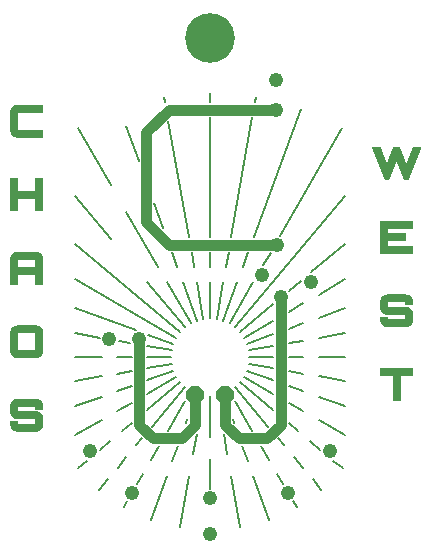
<source format=gts>
G75*
%MOIN*%
%OFA0B0*%
%FSLAX24Y24*%
%IPPOS*%
%LPD*%
%AMOC8*
5,1,8,0,0,1.08239X$1,22.5*
%
%ADD10C,0.0350*%
%ADD11C,0.0060*%
%ADD12C,0.0004*%
%ADD13C,0.1655*%
%ADD14OC8,0.0600*%
%ADD15C,0.0490*%
D10*
X006450Y005150D02*
X006450Y008000D01*
X008310Y006150D02*
X008310Y005150D01*
X007860Y004700D01*
X006900Y004700D01*
X006450Y005150D01*
X009310Y005150D02*
X009310Y006150D01*
X009310Y005150D02*
X009760Y004700D01*
X010720Y004700D01*
X011170Y005150D01*
X011170Y009400D01*
X011030Y011150D02*
X007430Y011150D01*
X006680Y011900D01*
X006680Y014900D01*
X007430Y015650D01*
X011010Y015650D01*
D11*
X005195Y005313D02*
X004310Y004802D01*
X004710Y003959D02*
X004398Y003698D01*
X005146Y004325D02*
X005482Y004607D01*
X005874Y004937D02*
X006195Y005206D01*
X006542Y004697D02*
X006347Y004464D01*
X006018Y004072D02*
X005726Y003725D01*
X005397Y003332D02*
X005108Y002988D01*
X005930Y002412D02*
X006037Y002596D01*
X006366Y003166D02*
X006570Y003520D01*
X006834Y003977D02*
X007104Y004445D01*
X007735Y004445D02*
X007556Y003955D01*
X007371Y003445D02*
X006840Y001987D01*
X007810Y001728D02*
X008113Y003445D01*
X008239Y004161D02*
X008358Y004838D01*
X008810Y004732D02*
X008810Y006100D01*
X007969Y005942D02*
X007399Y004955D01*
X006871Y005089D02*
X007975Y006404D01*
X007814Y006564D02*
X006705Y005634D01*
X006705Y006185D02*
X007684Y006750D01*
X007589Y006955D02*
X006705Y006634D01*
X006705Y007029D02*
X007530Y007174D01*
X007510Y007400D02*
X006705Y007400D01*
X006705Y007771D02*
X007530Y007626D01*
X007589Y007845D02*
X006743Y008152D01*
X006324Y008305D02*
X004310Y009038D01*
X004310Y008194D02*
X005124Y008050D01*
X005195Y007400D02*
X004310Y007400D01*
X004310Y006606D02*
X005195Y006763D01*
X005705Y006853D02*
X006195Y006939D01*
X006195Y007400D02*
X005705Y007400D01*
X005774Y007935D02*
X006147Y007870D01*
X006195Y006448D02*
X005705Y006270D01*
X005195Y006084D02*
X004310Y005762D01*
X005705Y005607D02*
X006195Y005890D01*
X008015Y005216D02*
X008055Y005326D01*
X009262Y004838D02*
X009381Y004161D01*
X009886Y004445D02*
X010064Y003955D01*
X010250Y003445D02*
X010780Y001987D01*
X009810Y001728D02*
X009508Y003445D01*
X008810Y003025D02*
X008810Y004011D01*
X009605Y005216D02*
X009565Y005326D01*
X009652Y005942D02*
X010222Y004955D01*
X010749Y005089D02*
X009646Y006404D01*
X009806Y006564D02*
X010915Y005634D01*
X010915Y006185D02*
X009936Y006750D01*
X010032Y006955D02*
X010915Y006634D01*
X010915Y007029D02*
X010091Y007174D01*
X010110Y007400D02*
X010915Y007400D01*
X010915Y007771D02*
X010091Y007626D01*
X010032Y007845D02*
X010915Y008166D01*
X010915Y008615D02*
X009936Y008050D01*
X009806Y008236D02*
X010915Y009166D01*
X011425Y008910D02*
X011915Y009193D01*
X011432Y009600D02*
X011843Y009945D01*
X012183Y010230D02*
X013311Y011176D01*
X013311Y009998D02*
X012425Y009487D01*
X012425Y008716D02*
X013311Y009038D01*
X013311Y008194D02*
X012425Y008037D01*
X011915Y007947D02*
X011425Y007861D01*
X011425Y007400D02*
X011915Y007400D01*
X011915Y006853D02*
X011425Y006939D01*
X011425Y006448D02*
X011915Y006270D01*
X011425Y005890D02*
X011915Y005607D01*
X011425Y005206D02*
X011746Y004937D01*
X012138Y004607D02*
X012475Y004325D01*
X012911Y003959D02*
X013223Y003698D01*
X012513Y002988D02*
X012223Y003332D01*
X011894Y003725D02*
X011603Y004072D01*
X011274Y004464D02*
X011078Y004697D01*
X010516Y004445D02*
X010787Y003977D01*
X011051Y003520D02*
X011255Y003166D01*
X011584Y002596D02*
X011690Y002412D01*
X013311Y004802D02*
X012425Y005313D01*
X012425Y006084D02*
X013311Y005762D01*
X013311Y006606D02*
X012425Y006763D01*
X012425Y007400D02*
X013311Y007400D01*
X011915Y008530D02*
X011425Y008352D01*
X010251Y009895D02*
X009460Y008526D01*
X009255Y008622D02*
X009718Y009895D01*
X009250Y009895D02*
X009036Y008680D01*
X008810Y008700D02*
X008810Y009895D01*
X008370Y009895D02*
X008585Y008680D01*
X008366Y008622D02*
X007902Y009895D01*
X007370Y009895D02*
X008160Y008526D01*
X007975Y008396D02*
X006717Y009895D01*
X007075Y010405D02*
X006005Y012258D01*
X005495Y013142D02*
X004405Y015030D01*
X006005Y015107D02*
X006425Y013953D01*
X006935Y012552D02*
X007248Y011693D01*
X007538Y010895D02*
X007717Y010405D01*
X008280Y010405D02*
X008194Y010895D01*
X008104Y011405D02*
X007421Y015280D01*
X007313Y015893D02*
X007280Y016076D01*
X008810Y016210D02*
X008810Y015905D01*
X008810Y015395D02*
X008810Y011405D01*
X008810Y010895D02*
X008810Y010405D01*
X009340Y010405D02*
X009427Y010895D01*
X010082Y010895D02*
X009904Y010405D01*
X010586Y010475D02*
X010826Y010891D01*
X011152Y011457D02*
X013215Y015030D01*
X011823Y015679D02*
X010268Y011405D01*
X009516Y011405D02*
X010220Y015395D01*
X010310Y015905D02*
X010340Y016076D01*
X013311Y012763D02*
X009646Y008396D01*
X007814Y008236D02*
X004310Y011176D01*
X004310Y009998D02*
X007684Y008050D01*
X005495Y011351D02*
X004310Y012763D01*
D12*
X003210Y012763D02*
X002150Y012763D01*
X002150Y012765D02*
X003210Y012765D01*
X003210Y012768D02*
X002150Y012768D01*
X002150Y012770D02*
X003210Y012770D01*
X003210Y012773D02*
X002150Y012773D01*
X002150Y012775D02*
X003210Y012775D01*
X003210Y012777D02*
X002150Y012777D01*
X002150Y012780D02*
X003210Y012780D01*
X003210Y012782D02*
X002150Y012782D01*
X002150Y012785D02*
X003210Y012785D01*
X003210Y012787D02*
X002150Y012787D01*
X002150Y012790D02*
X003210Y012790D01*
X003210Y012792D02*
X002150Y012792D01*
X002150Y012794D02*
X003210Y012794D01*
X003210Y012797D02*
X002150Y012797D01*
X002150Y012799D02*
X003210Y012799D01*
X003210Y012802D02*
X002150Y012802D01*
X002150Y012804D02*
X003210Y012804D01*
X003210Y012807D02*
X002150Y012807D01*
X002150Y012809D02*
X003210Y012809D01*
X003210Y012812D02*
X002150Y012812D01*
X002150Y012814D02*
X003210Y012814D01*
X003210Y012816D02*
X002150Y012816D01*
X002150Y012819D02*
X003210Y012819D01*
X003210Y012821D02*
X002150Y012821D01*
X002150Y012824D02*
X003210Y012824D01*
X003210Y012826D02*
X002150Y012826D01*
X002150Y012829D02*
X003210Y012829D01*
X003210Y012831D02*
X002150Y012831D01*
X002150Y012833D02*
X003210Y012833D01*
X003210Y012836D02*
X002150Y012836D01*
X002150Y012838D02*
X003210Y012838D01*
X003210Y012841D02*
X002150Y012841D01*
X002150Y012843D02*
X003210Y012843D01*
X003210Y012846D02*
X002150Y012846D01*
X002150Y012848D02*
X003210Y012848D01*
X003210Y012851D02*
X002150Y012851D01*
X002150Y012853D02*
X003210Y012853D01*
X003210Y012855D02*
X002150Y012855D01*
X002150Y012858D02*
X003210Y012858D01*
X003210Y012860D02*
X002150Y012860D01*
X002150Y012863D02*
X003210Y012863D01*
X003210Y012865D02*
X002150Y012865D01*
X002150Y012868D02*
X003210Y012868D01*
X003210Y012870D02*
X002150Y012870D01*
X002150Y012872D02*
X003210Y012872D01*
X003210Y012875D02*
X002150Y012875D01*
X002150Y012877D02*
X003210Y012877D01*
X003210Y012880D02*
X002150Y012880D01*
X002150Y012882D02*
X003210Y012882D01*
X003210Y012885D02*
X002150Y012885D01*
X002150Y012887D02*
X003210Y012887D01*
X003210Y012890D02*
X002150Y012890D01*
X002150Y012892D02*
X003210Y012892D01*
X003210Y012894D02*
X002150Y012894D01*
X002150Y012897D02*
X003210Y012897D01*
X003210Y012899D02*
X002150Y012899D01*
X002150Y012902D02*
X003210Y012902D01*
X003210Y012904D02*
X002150Y012904D01*
X002150Y012907D02*
X003210Y012907D01*
X003210Y012909D02*
X002150Y012909D01*
X002150Y012911D02*
X003210Y012911D01*
X003210Y012914D02*
X002150Y012914D01*
X002150Y012916D02*
X003210Y012916D01*
X003210Y012919D02*
X002150Y012919D01*
X002150Y012921D02*
X003210Y012921D01*
X003210Y012924D02*
X002150Y012924D01*
X002150Y012926D02*
X003210Y012926D01*
X003210Y012929D02*
X002150Y012929D01*
X002150Y012931D02*
X003210Y012931D01*
X003210Y012933D02*
X002150Y012933D01*
X002150Y012936D02*
X003210Y012936D01*
X003210Y012938D02*
X002150Y012938D01*
X002150Y012941D02*
X003210Y012941D01*
X003210Y012943D02*
X002150Y012943D01*
X002150Y012946D02*
X003210Y012946D01*
X003210Y012948D02*
X002980Y012948D01*
X002380Y012948D01*
X002380Y013363D01*
X002150Y013363D01*
X002150Y012303D01*
X002380Y012303D01*
X002380Y012718D01*
X002980Y012718D01*
X002980Y012303D01*
X003210Y012303D01*
X003210Y013363D01*
X002980Y013363D01*
X002980Y012948D01*
X002980Y012950D02*
X003210Y012950D01*
X003210Y012953D02*
X002980Y012953D01*
X002980Y012955D02*
X003210Y012955D01*
X003210Y012958D02*
X002980Y012958D01*
X002980Y012960D02*
X003210Y012960D01*
X003210Y012963D02*
X002980Y012963D01*
X002980Y012965D02*
X003210Y012965D01*
X003210Y012968D02*
X002980Y012968D01*
X002980Y012970D02*
X003210Y012970D01*
X003210Y012972D02*
X002980Y012972D01*
X002980Y012975D02*
X003210Y012975D01*
X003210Y012977D02*
X002980Y012977D01*
X002980Y012980D02*
X003210Y012980D01*
X003210Y012982D02*
X002980Y012982D01*
X002980Y012985D02*
X003210Y012985D01*
X003210Y012987D02*
X002980Y012987D01*
X002980Y012989D02*
X003210Y012989D01*
X003210Y012992D02*
X002980Y012992D01*
X002980Y012994D02*
X003210Y012994D01*
X003210Y012997D02*
X002980Y012997D01*
X002980Y012999D02*
X003210Y012999D01*
X003210Y013002D02*
X002980Y013002D01*
X002980Y013004D02*
X003210Y013004D01*
X003210Y013007D02*
X002980Y013007D01*
X002980Y013009D02*
X003210Y013009D01*
X003210Y013011D02*
X002980Y013011D01*
X002980Y013014D02*
X003210Y013014D01*
X003210Y013016D02*
X002980Y013016D01*
X002980Y013019D02*
X003210Y013019D01*
X003210Y013021D02*
X002980Y013021D01*
X002980Y013024D02*
X003210Y013024D01*
X003210Y013026D02*
X002980Y013026D01*
X002980Y013028D02*
X003210Y013028D01*
X003210Y013031D02*
X002980Y013031D01*
X002980Y013033D02*
X003210Y013033D01*
X003210Y013036D02*
X002980Y013036D01*
X002980Y013038D02*
X003210Y013038D01*
X003210Y013041D02*
X002980Y013041D01*
X002980Y013043D02*
X003210Y013043D01*
X003210Y013046D02*
X002980Y013046D01*
X002980Y013048D02*
X003210Y013048D01*
X003210Y013050D02*
X002980Y013050D01*
X002980Y013053D02*
X003210Y013053D01*
X003210Y013055D02*
X002980Y013055D01*
X002980Y013058D02*
X003210Y013058D01*
X003210Y013060D02*
X002980Y013060D01*
X002980Y013063D02*
X003210Y013063D01*
X003210Y013065D02*
X002980Y013065D01*
X002980Y013067D02*
X003210Y013067D01*
X003210Y013070D02*
X002980Y013070D01*
X002980Y013072D02*
X003210Y013072D01*
X003210Y013075D02*
X002980Y013075D01*
X002980Y013077D02*
X003210Y013077D01*
X003210Y013080D02*
X002980Y013080D01*
X002980Y013082D02*
X003210Y013082D01*
X003210Y013085D02*
X002980Y013085D01*
X002980Y013087D02*
X003210Y013087D01*
X003210Y013089D02*
X002980Y013089D01*
X002980Y013092D02*
X003210Y013092D01*
X003210Y013094D02*
X002980Y013094D01*
X002980Y013097D02*
X003210Y013097D01*
X003210Y013099D02*
X002980Y013099D01*
X002980Y013102D02*
X003210Y013102D01*
X003210Y013104D02*
X002980Y013104D01*
X002980Y013106D02*
X003210Y013106D01*
X003210Y013109D02*
X002980Y013109D01*
X002980Y013111D02*
X003210Y013111D01*
X003210Y013114D02*
X002980Y013114D01*
X002980Y013116D02*
X003210Y013116D01*
X003210Y013119D02*
X002980Y013119D01*
X002980Y013121D02*
X003210Y013121D01*
X003210Y013124D02*
X002980Y013124D01*
X002980Y013126D02*
X003210Y013126D01*
X003210Y013128D02*
X002980Y013128D01*
X002980Y013131D02*
X003210Y013131D01*
X003210Y013133D02*
X002980Y013133D01*
X002980Y013136D02*
X003210Y013136D01*
X003210Y013138D02*
X002980Y013138D01*
X002980Y013141D02*
X003210Y013141D01*
X003210Y013143D02*
X002980Y013143D01*
X002980Y013145D02*
X003210Y013145D01*
X003210Y013148D02*
X002980Y013148D01*
X002980Y013150D02*
X003210Y013150D01*
X003210Y013153D02*
X002980Y013153D01*
X002980Y013155D02*
X003210Y013155D01*
X003210Y013158D02*
X002980Y013158D01*
X002980Y013160D02*
X003210Y013160D01*
X003210Y013162D02*
X002980Y013162D01*
X002980Y013165D02*
X003210Y013165D01*
X003210Y013167D02*
X002980Y013167D01*
X002980Y013170D02*
X003210Y013170D01*
X003210Y013172D02*
X002980Y013172D01*
X002980Y013175D02*
X003210Y013175D01*
X003210Y013177D02*
X002980Y013177D01*
X002980Y013180D02*
X003210Y013180D01*
X003210Y013182D02*
X002980Y013182D01*
X002980Y013184D02*
X003210Y013184D01*
X003210Y013187D02*
X002980Y013187D01*
X002980Y013189D02*
X003210Y013189D01*
X003210Y013192D02*
X002980Y013192D01*
X002980Y013194D02*
X003210Y013194D01*
X003210Y013197D02*
X002980Y013197D01*
X002980Y013199D02*
X003210Y013199D01*
X003210Y013201D02*
X002980Y013201D01*
X002980Y013204D02*
X003210Y013204D01*
X003210Y013206D02*
X002980Y013206D01*
X002980Y013209D02*
X003210Y013209D01*
X003210Y013211D02*
X002980Y013211D01*
X002980Y013214D02*
X003210Y013214D01*
X003210Y013216D02*
X002980Y013216D01*
X002980Y013219D02*
X003210Y013219D01*
X003210Y013221D02*
X002980Y013221D01*
X002980Y013223D02*
X003210Y013223D01*
X003210Y013226D02*
X002980Y013226D01*
X002980Y013228D02*
X003210Y013228D01*
X003210Y013231D02*
X002980Y013231D01*
X002980Y013233D02*
X003210Y013233D01*
X003210Y013236D02*
X002980Y013236D01*
X002980Y013238D02*
X003210Y013238D01*
X003210Y013240D02*
X002980Y013240D01*
X002980Y013243D02*
X003210Y013243D01*
X003210Y013245D02*
X002980Y013245D01*
X002980Y013248D02*
X003210Y013248D01*
X003210Y013250D02*
X002980Y013250D01*
X002980Y013253D02*
X003210Y013253D01*
X003210Y013255D02*
X002980Y013255D01*
X002980Y013258D02*
X003210Y013258D01*
X003210Y013260D02*
X002980Y013260D01*
X002980Y013262D02*
X003210Y013262D01*
X003210Y013265D02*
X002980Y013265D01*
X002980Y013267D02*
X003210Y013267D01*
X003210Y013270D02*
X002980Y013270D01*
X002980Y013272D02*
X003210Y013272D01*
X003210Y013275D02*
X002980Y013275D01*
X002980Y013277D02*
X003210Y013277D01*
X003210Y013279D02*
X002980Y013279D01*
X002980Y013282D02*
X003210Y013282D01*
X003210Y013284D02*
X002980Y013284D01*
X002980Y013287D02*
X003210Y013287D01*
X003210Y013289D02*
X002980Y013289D01*
X002980Y013292D02*
X003210Y013292D01*
X003210Y013294D02*
X002980Y013294D01*
X002980Y013297D02*
X003210Y013297D01*
X003210Y013299D02*
X002980Y013299D01*
X002980Y013301D02*
X003210Y013301D01*
X003210Y013304D02*
X002980Y013304D01*
X002980Y013306D02*
X003210Y013306D01*
X003210Y013309D02*
X002980Y013309D01*
X002980Y013311D02*
X003210Y013311D01*
X003210Y013314D02*
X002980Y013314D01*
X002980Y013316D02*
X003210Y013316D01*
X003210Y013318D02*
X002980Y013318D01*
X002980Y013321D02*
X003210Y013321D01*
X003210Y013323D02*
X002980Y013323D01*
X002980Y013326D02*
X003210Y013326D01*
X003210Y013328D02*
X002980Y013328D01*
X002980Y013331D02*
X003210Y013331D01*
X003210Y013333D02*
X002980Y013333D01*
X002980Y013336D02*
X003210Y013336D01*
X003210Y013338D02*
X002980Y013338D01*
X002980Y013340D02*
X003210Y013340D01*
X003210Y013343D02*
X002980Y013343D01*
X002980Y013345D02*
X003210Y013345D01*
X003210Y013348D02*
X002980Y013348D01*
X002980Y013350D02*
X003210Y013350D01*
X003210Y013353D02*
X002980Y013353D01*
X002980Y013355D02*
X003210Y013355D01*
X003210Y013357D02*
X002980Y013357D01*
X002980Y013360D02*
X003210Y013360D01*
X003210Y013362D02*
X002980Y013362D01*
X002380Y013362D02*
X002150Y013362D01*
X002150Y013360D02*
X002380Y013360D01*
X002380Y013357D02*
X002150Y013357D01*
X002150Y013355D02*
X002380Y013355D01*
X002380Y013353D02*
X002150Y013353D01*
X002150Y013350D02*
X002380Y013350D01*
X002380Y013348D02*
X002150Y013348D01*
X002150Y013345D02*
X002380Y013345D01*
X002380Y013343D02*
X002150Y013343D01*
X002150Y013340D02*
X002380Y013340D01*
X002380Y013338D02*
X002150Y013338D01*
X002150Y013336D02*
X002380Y013336D01*
X002380Y013333D02*
X002150Y013333D01*
X002150Y013331D02*
X002380Y013331D01*
X002380Y013328D02*
X002150Y013328D01*
X002150Y013326D02*
X002380Y013326D01*
X002380Y013323D02*
X002150Y013323D01*
X002150Y013321D02*
X002380Y013321D01*
X002380Y013318D02*
X002150Y013318D01*
X002150Y013316D02*
X002380Y013316D01*
X002380Y013314D02*
X002150Y013314D01*
X002150Y013311D02*
X002380Y013311D01*
X002380Y013309D02*
X002150Y013309D01*
X002150Y013306D02*
X002380Y013306D01*
X002380Y013304D02*
X002150Y013304D01*
X002150Y013301D02*
X002380Y013301D01*
X002380Y013299D02*
X002150Y013299D01*
X002150Y013297D02*
X002380Y013297D01*
X002380Y013294D02*
X002150Y013294D01*
X002150Y013292D02*
X002380Y013292D01*
X002380Y013289D02*
X002150Y013289D01*
X002150Y013287D02*
X002380Y013287D01*
X002380Y013284D02*
X002150Y013284D01*
X002150Y013282D02*
X002380Y013282D01*
X002380Y013279D02*
X002150Y013279D01*
X002150Y013277D02*
X002380Y013277D01*
X002380Y013275D02*
X002150Y013275D01*
X002150Y013272D02*
X002380Y013272D01*
X002380Y013270D02*
X002150Y013270D01*
X002150Y013267D02*
X002380Y013267D01*
X002380Y013265D02*
X002150Y013265D01*
X002150Y013262D02*
X002380Y013262D01*
X002380Y013260D02*
X002150Y013260D01*
X002150Y013258D02*
X002380Y013258D01*
X002380Y013255D02*
X002150Y013255D01*
X002150Y013253D02*
X002380Y013253D01*
X002380Y013250D02*
X002150Y013250D01*
X002150Y013248D02*
X002380Y013248D01*
X002380Y013245D02*
X002150Y013245D01*
X002150Y013243D02*
X002380Y013243D01*
X002380Y013240D02*
X002150Y013240D01*
X002150Y013238D02*
X002380Y013238D01*
X002380Y013236D02*
X002150Y013236D01*
X002150Y013233D02*
X002380Y013233D01*
X002380Y013231D02*
X002150Y013231D01*
X002150Y013228D02*
X002380Y013228D01*
X002380Y013226D02*
X002150Y013226D01*
X002150Y013223D02*
X002380Y013223D01*
X002380Y013221D02*
X002150Y013221D01*
X002150Y013219D02*
X002380Y013219D01*
X002380Y013216D02*
X002150Y013216D01*
X002150Y013214D02*
X002380Y013214D01*
X002380Y013211D02*
X002150Y013211D01*
X002150Y013209D02*
X002380Y013209D01*
X002380Y013206D02*
X002150Y013206D01*
X002150Y013204D02*
X002380Y013204D01*
X002380Y013201D02*
X002150Y013201D01*
X002150Y013199D02*
X002380Y013199D01*
X002380Y013197D02*
X002150Y013197D01*
X002150Y013194D02*
X002380Y013194D01*
X002380Y013192D02*
X002150Y013192D01*
X002150Y013189D02*
X002380Y013189D01*
X002380Y013187D02*
X002150Y013187D01*
X002150Y013184D02*
X002380Y013184D01*
X002380Y013182D02*
X002150Y013182D01*
X002150Y013180D02*
X002380Y013180D01*
X002380Y013177D02*
X002150Y013177D01*
X002150Y013175D02*
X002380Y013175D01*
X002380Y013172D02*
X002150Y013172D01*
X002150Y013170D02*
X002380Y013170D01*
X002380Y013167D02*
X002150Y013167D01*
X002150Y013165D02*
X002380Y013165D01*
X002380Y013162D02*
X002150Y013162D01*
X002150Y013160D02*
X002380Y013160D01*
X002380Y013158D02*
X002150Y013158D01*
X002150Y013155D02*
X002380Y013155D01*
X002380Y013153D02*
X002150Y013153D01*
X002150Y013150D02*
X002380Y013150D01*
X002380Y013148D02*
X002150Y013148D01*
X002150Y013145D02*
X002380Y013145D01*
X002380Y013143D02*
X002150Y013143D01*
X002150Y013141D02*
X002380Y013141D01*
X002380Y013138D02*
X002150Y013138D01*
X002150Y013136D02*
X002380Y013136D01*
X002380Y013133D02*
X002150Y013133D01*
X002150Y013131D02*
X002380Y013131D01*
X002380Y013128D02*
X002150Y013128D01*
X002150Y013126D02*
X002380Y013126D01*
X002380Y013124D02*
X002150Y013124D01*
X002150Y013121D02*
X002380Y013121D01*
X002380Y013119D02*
X002150Y013119D01*
X002150Y013116D02*
X002380Y013116D01*
X002380Y013114D02*
X002150Y013114D01*
X002150Y013111D02*
X002380Y013111D01*
X002380Y013109D02*
X002150Y013109D01*
X002150Y013106D02*
X002380Y013106D01*
X002380Y013104D02*
X002150Y013104D01*
X002150Y013102D02*
X002380Y013102D01*
X002380Y013099D02*
X002150Y013099D01*
X002150Y013097D02*
X002380Y013097D01*
X002380Y013094D02*
X002150Y013094D01*
X002150Y013092D02*
X002380Y013092D01*
X002380Y013089D02*
X002150Y013089D01*
X002150Y013087D02*
X002380Y013087D01*
X002380Y013085D02*
X002150Y013085D01*
X002150Y013082D02*
X002380Y013082D01*
X002380Y013080D02*
X002150Y013080D01*
X002150Y013077D02*
X002380Y013077D01*
X002380Y013075D02*
X002150Y013075D01*
X002150Y013072D02*
X002380Y013072D01*
X002380Y013070D02*
X002150Y013070D01*
X002150Y013067D02*
X002380Y013067D01*
X002380Y013065D02*
X002150Y013065D01*
X002150Y013063D02*
X002380Y013063D01*
X002380Y013060D02*
X002150Y013060D01*
X002150Y013058D02*
X002380Y013058D01*
X002380Y013055D02*
X002150Y013055D01*
X002150Y013053D02*
X002380Y013053D01*
X002380Y013050D02*
X002150Y013050D01*
X002150Y013048D02*
X002380Y013048D01*
X002380Y013046D02*
X002150Y013046D01*
X002150Y013043D02*
X002380Y013043D01*
X002380Y013041D02*
X002150Y013041D01*
X002150Y013038D02*
X002380Y013038D01*
X002380Y013036D02*
X002150Y013036D01*
X002150Y013033D02*
X002380Y013033D01*
X002380Y013031D02*
X002150Y013031D01*
X002150Y013028D02*
X002380Y013028D01*
X002380Y013026D02*
X002150Y013026D01*
X002150Y013024D02*
X002380Y013024D01*
X002380Y013021D02*
X002150Y013021D01*
X002150Y013019D02*
X002380Y013019D01*
X002380Y013016D02*
X002150Y013016D01*
X002150Y013014D02*
X002380Y013014D01*
X002380Y013011D02*
X002150Y013011D01*
X002150Y013009D02*
X002380Y013009D01*
X002380Y013007D02*
X002150Y013007D01*
X002150Y013004D02*
X002380Y013004D01*
X002380Y013002D02*
X002150Y013002D01*
X002150Y012999D02*
X002380Y012999D01*
X002380Y012997D02*
X002150Y012997D01*
X002150Y012994D02*
X002380Y012994D01*
X002380Y012992D02*
X002150Y012992D01*
X002150Y012989D02*
X002380Y012989D01*
X002380Y012987D02*
X002150Y012987D01*
X002150Y012985D02*
X002380Y012985D01*
X002380Y012982D02*
X002150Y012982D01*
X002150Y012980D02*
X002380Y012980D01*
X002380Y012977D02*
X002150Y012977D01*
X002150Y012975D02*
X002380Y012975D01*
X002380Y012972D02*
X002150Y012972D01*
X002150Y012970D02*
X002380Y012970D01*
X002380Y012968D02*
X002150Y012968D01*
X002150Y012965D02*
X002380Y012965D01*
X002380Y012963D02*
X002150Y012963D01*
X002150Y012960D02*
X002380Y012960D01*
X002380Y012958D02*
X002150Y012958D01*
X002150Y012955D02*
X002380Y012955D01*
X002380Y012953D02*
X002150Y012953D01*
X002150Y012950D02*
X002380Y012950D01*
X002380Y012948D02*
X002150Y012948D01*
X002150Y012760D02*
X003210Y012760D01*
X003210Y012758D02*
X002150Y012758D01*
X002150Y012755D02*
X003210Y012755D01*
X003210Y012753D02*
X002150Y012753D01*
X002150Y012751D02*
X003210Y012751D01*
X003210Y012748D02*
X002150Y012748D01*
X002150Y012746D02*
X003210Y012746D01*
X003210Y012743D02*
X002150Y012743D01*
X002150Y012741D02*
X003210Y012741D01*
X003210Y012738D02*
X002150Y012738D01*
X002150Y012736D02*
X003210Y012736D01*
X003210Y012734D02*
X002150Y012734D01*
X002150Y012731D02*
X003210Y012731D01*
X003210Y012729D02*
X002150Y012729D01*
X002150Y012726D02*
X003210Y012726D01*
X003210Y012724D02*
X002150Y012724D01*
X002150Y012721D02*
X003210Y012721D01*
X003210Y012719D02*
X002150Y012719D01*
X002150Y012716D02*
X002380Y012716D01*
X002380Y012714D02*
X002150Y012714D01*
X002150Y012712D02*
X002380Y012712D01*
X002380Y012709D02*
X002150Y012709D01*
X002150Y012707D02*
X002380Y012707D01*
X002380Y012704D02*
X002150Y012704D01*
X002150Y012702D02*
X002380Y012702D01*
X002380Y012699D02*
X002150Y012699D01*
X002150Y012697D02*
X002380Y012697D01*
X002380Y012695D02*
X002150Y012695D01*
X002150Y012692D02*
X002380Y012692D01*
X002380Y012690D02*
X002150Y012690D01*
X002150Y012687D02*
X002380Y012687D01*
X002380Y012685D02*
X002150Y012685D01*
X002150Y012682D02*
X002380Y012682D01*
X002380Y012680D02*
X002150Y012680D01*
X002150Y012677D02*
X002380Y012677D01*
X002380Y012675D02*
X002150Y012675D01*
X002150Y012673D02*
X002380Y012673D01*
X002380Y012670D02*
X002150Y012670D01*
X002150Y012668D02*
X002380Y012668D01*
X002380Y012665D02*
X002150Y012665D01*
X002150Y012663D02*
X002380Y012663D01*
X002380Y012660D02*
X002150Y012660D01*
X002150Y012658D02*
X002380Y012658D01*
X002380Y012656D02*
X002150Y012656D01*
X002150Y012653D02*
X002380Y012653D01*
X002380Y012651D02*
X002150Y012651D01*
X002150Y012648D02*
X002380Y012648D01*
X002380Y012646D02*
X002150Y012646D01*
X002150Y012643D02*
X002380Y012643D01*
X002380Y012641D02*
X002150Y012641D01*
X002150Y012638D02*
X002380Y012638D01*
X002380Y012636D02*
X002150Y012636D01*
X002150Y012634D02*
X002380Y012634D01*
X002380Y012631D02*
X002150Y012631D01*
X002150Y012629D02*
X002380Y012629D01*
X002380Y012626D02*
X002150Y012626D01*
X002150Y012624D02*
X002380Y012624D01*
X002380Y012621D02*
X002150Y012621D01*
X002150Y012619D02*
X002380Y012619D01*
X002380Y012617D02*
X002150Y012617D01*
X002150Y012614D02*
X002380Y012614D01*
X002380Y012612D02*
X002150Y012612D01*
X002150Y012609D02*
X002380Y012609D01*
X002380Y012607D02*
X002150Y012607D01*
X002150Y012604D02*
X002380Y012604D01*
X002380Y012602D02*
X002150Y012602D01*
X002150Y012599D02*
X002380Y012599D01*
X002380Y012597D02*
X002150Y012597D01*
X002150Y012595D02*
X002380Y012595D01*
X002380Y012592D02*
X002150Y012592D01*
X002150Y012590D02*
X002380Y012590D01*
X002380Y012587D02*
X002150Y012587D01*
X002150Y012585D02*
X002380Y012585D01*
X002380Y012582D02*
X002150Y012582D01*
X002150Y012580D02*
X002380Y012580D01*
X002380Y012578D02*
X002150Y012578D01*
X002150Y012575D02*
X002380Y012575D01*
X002380Y012573D02*
X002150Y012573D01*
X002150Y012570D02*
X002380Y012570D01*
X002380Y012568D02*
X002150Y012568D01*
X002150Y012565D02*
X002380Y012565D01*
X002380Y012563D02*
X002150Y012563D01*
X002150Y012560D02*
X002380Y012560D01*
X002380Y012558D02*
X002150Y012558D01*
X002150Y012556D02*
X002380Y012556D01*
X002380Y012553D02*
X002150Y012553D01*
X002150Y012551D02*
X002380Y012551D01*
X002380Y012548D02*
X002150Y012548D01*
X002150Y012546D02*
X002380Y012546D01*
X002380Y012543D02*
X002150Y012543D01*
X002150Y012541D02*
X002380Y012541D01*
X002380Y012539D02*
X002150Y012539D01*
X002150Y012536D02*
X002380Y012536D01*
X002380Y012534D02*
X002150Y012534D01*
X002150Y012531D02*
X002380Y012531D01*
X002380Y012529D02*
X002150Y012529D01*
X002150Y012526D02*
X002380Y012526D01*
X002380Y012524D02*
X002150Y012524D01*
X002150Y012522D02*
X002380Y012522D01*
X002380Y012519D02*
X002150Y012519D01*
X002150Y012517D02*
X002380Y012517D01*
X002380Y012514D02*
X002150Y012514D01*
X002150Y012512D02*
X002380Y012512D01*
X002380Y012509D02*
X002150Y012509D01*
X002150Y012507D02*
X002380Y012507D01*
X002380Y012504D02*
X002150Y012504D01*
X002150Y012502D02*
X002380Y012502D01*
X002380Y012500D02*
X002150Y012500D01*
X002150Y012497D02*
X002380Y012497D01*
X002380Y012495D02*
X002150Y012495D01*
X002150Y012492D02*
X002380Y012492D01*
X002380Y012490D02*
X002150Y012490D01*
X002150Y012487D02*
X002380Y012487D01*
X002380Y012485D02*
X002150Y012485D01*
X002150Y012483D02*
X002380Y012483D01*
X002380Y012480D02*
X002150Y012480D01*
X002150Y012478D02*
X002380Y012478D01*
X002380Y012475D02*
X002150Y012475D01*
X002150Y012473D02*
X002380Y012473D01*
X002380Y012470D02*
X002150Y012470D01*
X002150Y012468D02*
X002380Y012468D01*
X002380Y012465D02*
X002150Y012465D01*
X002150Y012463D02*
X002380Y012463D01*
X002380Y012461D02*
X002150Y012461D01*
X002150Y012458D02*
X002380Y012458D01*
X002380Y012456D02*
X002150Y012456D01*
X002150Y012453D02*
X002380Y012453D01*
X002380Y012451D02*
X002150Y012451D01*
X002150Y012448D02*
X002380Y012448D01*
X002380Y012446D02*
X002150Y012446D01*
X002150Y012444D02*
X002380Y012444D01*
X002380Y012441D02*
X002150Y012441D01*
X002150Y012439D02*
X002380Y012439D01*
X002380Y012436D02*
X002150Y012436D01*
X002150Y012434D02*
X002380Y012434D01*
X002380Y012431D02*
X002150Y012431D01*
X002150Y012429D02*
X002380Y012429D01*
X002380Y012426D02*
X002150Y012426D01*
X002150Y012424D02*
X002380Y012424D01*
X002380Y012422D02*
X002150Y012422D01*
X002150Y012419D02*
X002380Y012419D01*
X002380Y012417D02*
X002150Y012417D01*
X002150Y012414D02*
X002380Y012414D01*
X002380Y012412D02*
X002150Y012412D01*
X002150Y012409D02*
X002380Y012409D01*
X002380Y012407D02*
X002150Y012407D01*
X002150Y012405D02*
X002380Y012405D01*
X002380Y012402D02*
X002150Y012402D01*
X002150Y012400D02*
X002380Y012400D01*
X002380Y012397D02*
X002150Y012397D01*
X002150Y012395D02*
X002380Y012395D01*
X002380Y012392D02*
X002150Y012392D01*
X002150Y012390D02*
X002380Y012390D01*
X002380Y012387D02*
X002150Y012387D01*
X002150Y012385D02*
X002380Y012385D01*
X002380Y012383D02*
X002150Y012383D01*
X002150Y012380D02*
X002380Y012380D01*
X002380Y012378D02*
X002150Y012378D01*
X002150Y012375D02*
X002380Y012375D01*
X002380Y012373D02*
X002150Y012373D01*
X002150Y012370D02*
X002380Y012370D01*
X002380Y012368D02*
X002150Y012368D01*
X002150Y012366D02*
X002380Y012366D01*
X002380Y012363D02*
X002150Y012363D01*
X002150Y012361D02*
X002380Y012361D01*
X002380Y012358D02*
X002150Y012358D01*
X002150Y012356D02*
X002380Y012356D01*
X002380Y012353D02*
X002150Y012353D01*
X002150Y012351D02*
X002380Y012351D01*
X002380Y012348D02*
X002150Y012348D01*
X002150Y012346D02*
X002380Y012346D01*
X002380Y012344D02*
X002150Y012344D01*
X002150Y012341D02*
X002380Y012341D01*
X002380Y012339D02*
X002150Y012339D01*
X002150Y012336D02*
X002380Y012336D01*
X002380Y012334D02*
X002150Y012334D01*
X002150Y012331D02*
X002380Y012331D01*
X002380Y012329D02*
X002150Y012329D01*
X002150Y012327D02*
X002380Y012327D01*
X002380Y012324D02*
X002150Y012324D01*
X002150Y012322D02*
X002380Y012322D01*
X002380Y012319D02*
X002150Y012319D01*
X002150Y012317D02*
X002380Y012317D01*
X002380Y012314D02*
X002150Y012314D01*
X002150Y012312D02*
X002380Y012312D01*
X002380Y012309D02*
X002150Y012309D01*
X002150Y012307D02*
X002380Y012307D01*
X002380Y012305D02*
X002150Y012305D01*
X002980Y012305D02*
X003210Y012305D01*
X003210Y012307D02*
X002980Y012307D01*
X002980Y012309D02*
X003210Y012309D01*
X003210Y012312D02*
X002980Y012312D01*
X002980Y012314D02*
X003210Y012314D01*
X003210Y012317D02*
X002980Y012317D01*
X002980Y012319D02*
X003210Y012319D01*
X003210Y012322D02*
X002980Y012322D01*
X002980Y012324D02*
X003210Y012324D01*
X003210Y012327D02*
X002980Y012327D01*
X002980Y012329D02*
X003210Y012329D01*
X003210Y012331D02*
X002980Y012331D01*
X002980Y012334D02*
X003210Y012334D01*
X003210Y012336D02*
X002980Y012336D01*
X002980Y012339D02*
X003210Y012339D01*
X003210Y012341D02*
X002980Y012341D01*
X002980Y012344D02*
X003210Y012344D01*
X003210Y012346D02*
X002980Y012346D01*
X002980Y012348D02*
X003210Y012348D01*
X003210Y012351D02*
X002980Y012351D01*
X002980Y012353D02*
X003210Y012353D01*
X003210Y012356D02*
X002980Y012356D01*
X002980Y012358D02*
X003210Y012358D01*
X003210Y012361D02*
X002980Y012361D01*
X002980Y012363D02*
X003210Y012363D01*
X003210Y012366D02*
X002980Y012366D01*
X002980Y012368D02*
X003210Y012368D01*
X003210Y012370D02*
X002980Y012370D01*
X002980Y012373D02*
X003210Y012373D01*
X003210Y012375D02*
X002980Y012375D01*
X002980Y012378D02*
X003210Y012378D01*
X003210Y012380D02*
X002980Y012380D01*
X002980Y012383D02*
X003210Y012383D01*
X003210Y012385D02*
X002980Y012385D01*
X002980Y012387D02*
X003210Y012387D01*
X003210Y012390D02*
X002980Y012390D01*
X002980Y012392D02*
X003210Y012392D01*
X003210Y012395D02*
X002980Y012395D01*
X002980Y012397D02*
X003210Y012397D01*
X003210Y012400D02*
X002980Y012400D01*
X002980Y012402D02*
X003210Y012402D01*
X003210Y012405D02*
X002980Y012405D01*
X002980Y012407D02*
X003210Y012407D01*
X003210Y012409D02*
X002980Y012409D01*
X002980Y012412D02*
X003210Y012412D01*
X003210Y012414D02*
X002980Y012414D01*
X002980Y012417D02*
X003210Y012417D01*
X003210Y012419D02*
X002980Y012419D01*
X002980Y012422D02*
X003210Y012422D01*
X003210Y012424D02*
X002980Y012424D01*
X002980Y012426D02*
X003210Y012426D01*
X003210Y012429D02*
X002980Y012429D01*
X002980Y012431D02*
X003210Y012431D01*
X003210Y012434D02*
X002980Y012434D01*
X002980Y012436D02*
X003210Y012436D01*
X003210Y012439D02*
X002980Y012439D01*
X002980Y012441D02*
X003210Y012441D01*
X003210Y012444D02*
X002980Y012444D01*
X002980Y012446D02*
X003210Y012446D01*
X003210Y012448D02*
X002980Y012448D01*
X002980Y012451D02*
X003210Y012451D01*
X003210Y012453D02*
X002980Y012453D01*
X002980Y012456D02*
X003210Y012456D01*
X003210Y012458D02*
X002980Y012458D01*
X002980Y012461D02*
X003210Y012461D01*
X003210Y012463D02*
X002980Y012463D01*
X002980Y012465D02*
X003210Y012465D01*
X003210Y012468D02*
X002980Y012468D01*
X002980Y012470D02*
X003210Y012470D01*
X003210Y012473D02*
X002980Y012473D01*
X002980Y012475D02*
X003210Y012475D01*
X003210Y012478D02*
X002980Y012478D01*
X002980Y012480D02*
X003210Y012480D01*
X003210Y012483D02*
X002980Y012483D01*
X002980Y012485D02*
X003210Y012485D01*
X003210Y012487D02*
X002980Y012487D01*
X002980Y012490D02*
X003210Y012490D01*
X003210Y012492D02*
X002980Y012492D01*
X002980Y012495D02*
X003210Y012495D01*
X003210Y012497D02*
X002980Y012497D01*
X002980Y012500D02*
X003210Y012500D01*
X003210Y012502D02*
X002980Y012502D01*
X002980Y012504D02*
X003210Y012504D01*
X003210Y012507D02*
X002980Y012507D01*
X002980Y012509D02*
X003210Y012509D01*
X003210Y012512D02*
X002980Y012512D01*
X002980Y012514D02*
X003210Y012514D01*
X003210Y012517D02*
X002980Y012517D01*
X002980Y012519D02*
X003210Y012519D01*
X003210Y012522D02*
X002980Y012522D01*
X002980Y012524D02*
X003210Y012524D01*
X003210Y012526D02*
X002980Y012526D01*
X002980Y012529D02*
X003210Y012529D01*
X003210Y012531D02*
X002980Y012531D01*
X002980Y012534D02*
X003210Y012534D01*
X003210Y012536D02*
X002980Y012536D01*
X002980Y012539D02*
X003210Y012539D01*
X003210Y012541D02*
X002980Y012541D01*
X002980Y012543D02*
X003210Y012543D01*
X003210Y012546D02*
X002980Y012546D01*
X002980Y012548D02*
X003210Y012548D01*
X003210Y012551D02*
X002980Y012551D01*
X002980Y012553D02*
X003210Y012553D01*
X003210Y012556D02*
X002980Y012556D01*
X002980Y012558D02*
X003210Y012558D01*
X003210Y012560D02*
X002980Y012560D01*
X002980Y012563D02*
X003210Y012563D01*
X003210Y012565D02*
X002980Y012565D01*
X002980Y012568D02*
X003210Y012568D01*
X003210Y012570D02*
X002980Y012570D01*
X002980Y012573D02*
X003210Y012573D01*
X003210Y012575D02*
X002980Y012575D01*
X002980Y012578D02*
X003210Y012578D01*
X003210Y012580D02*
X002980Y012580D01*
X002980Y012582D02*
X003210Y012582D01*
X003210Y012585D02*
X002980Y012585D01*
X002980Y012587D02*
X003210Y012587D01*
X003210Y012590D02*
X002980Y012590D01*
X002980Y012592D02*
X003210Y012592D01*
X003210Y012595D02*
X002980Y012595D01*
X002980Y012597D02*
X003210Y012597D01*
X003210Y012599D02*
X002980Y012599D01*
X002980Y012602D02*
X003210Y012602D01*
X003210Y012604D02*
X002980Y012604D01*
X002980Y012607D02*
X003210Y012607D01*
X003210Y012609D02*
X002980Y012609D01*
X002980Y012612D02*
X003210Y012612D01*
X003210Y012614D02*
X002980Y012614D01*
X002980Y012617D02*
X003210Y012617D01*
X003210Y012619D02*
X002980Y012619D01*
X002980Y012621D02*
X003210Y012621D01*
X003210Y012624D02*
X002980Y012624D01*
X002980Y012626D02*
X003210Y012626D01*
X003210Y012629D02*
X002980Y012629D01*
X002980Y012631D02*
X003210Y012631D01*
X003210Y012634D02*
X002980Y012634D01*
X002980Y012636D02*
X003210Y012636D01*
X003210Y012638D02*
X002980Y012638D01*
X002980Y012641D02*
X003210Y012641D01*
X003210Y012643D02*
X002980Y012643D01*
X002980Y012646D02*
X003210Y012646D01*
X003210Y012648D02*
X002980Y012648D01*
X002980Y012651D02*
X003210Y012651D01*
X003210Y012653D02*
X002980Y012653D01*
X002980Y012656D02*
X003210Y012656D01*
X003210Y012658D02*
X002980Y012658D01*
X002980Y012660D02*
X003210Y012660D01*
X003210Y012663D02*
X002980Y012663D01*
X002980Y012665D02*
X003210Y012665D01*
X003210Y012668D02*
X002980Y012668D01*
X002980Y012670D02*
X003210Y012670D01*
X003210Y012673D02*
X002980Y012673D01*
X002980Y012675D02*
X003210Y012675D01*
X003210Y012677D02*
X002980Y012677D01*
X002980Y012680D02*
X003210Y012680D01*
X003210Y012682D02*
X002980Y012682D01*
X002980Y012685D02*
X003210Y012685D01*
X003210Y012687D02*
X002980Y012687D01*
X002980Y012690D02*
X003210Y012690D01*
X003210Y012692D02*
X002980Y012692D01*
X002980Y012695D02*
X003210Y012695D01*
X003210Y012697D02*
X002980Y012697D01*
X002980Y012699D02*
X003210Y012699D01*
X003210Y012702D02*
X002980Y012702D01*
X002980Y012704D02*
X003210Y012704D01*
X003210Y012707D02*
X002980Y012707D01*
X002980Y012709D02*
X003210Y012709D01*
X003210Y012712D02*
X002980Y012712D01*
X002980Y012714D02*
X003210Y012714D01*
X003210Y012716D02*
X002980Y012716D01*
X002980Y010913D02*
X002380Y010913D01*
X002335Y010909D01*
X002292Y010896D01*
X002252Y010874D01*
X003108Y010874D01*
X003143Y010846D01*
X003171Y010811D01*
X003192Y010771D01*
X003206Y010728D01*
X003210Y010683D01*
X003210Y009853D01*
X002980Y009853D01*
X002980Y010183D01*
X002380Y010183D01*
X002380Y009853D01*
X002150Y009853D01*
X002150Y010683D01*
X002154Y010728D01*
X002168Y010771D01*
X002189Y010811D01*
X002217Y010846D01*
X002252Y010874D01*
X002249Y010871D02*
X003111Y010871D01*
X003114Y010869D02*
X002246Y010869D01*
X002243Y010867D02*
X003117Y010867D01*
X003120Y010864D02*
X002240Y010864D01*
X002237Y010862D02*
X003123Y010862D01*
X003126Y010859D02*
X002234Y010859D01*
X002231Y010857D02*
X003129Y010857D01*
X003132Y010854D02*
X002228Y010854D01*
X002225Y010852D02*
X003135Y010852D01*
X003138Y010850D02*
X002222Y010850D01*
X002219Y010847D02*
X003141Y010847D01*
X003143Y010845D02*
X002217Y010845D01*
X002215Y010842D02*
X003145Y010842D01*
X003147Y010840D02*
X002213Y010840D01*
X002211Y010837D02*
X003149Y010837D01*
X003151Y010835D02*
X002209Y010835D01*
X002207Y010832D02*
X003153Y010832D01*
X003155Y010830D02*
X002205Y010830D01*
X002203Y010828D02*
X003157Y010828D01*
X003159Y010825D02*
X002201Y010825D01*
X002199Y010823D02*
X003161Y010823D01*
X003163Y010820D02*
X002197Y010820D01*
X002195Y010818D02*
X003165Y010818D01*
X003167Y010815D02*
X002193Y010815D01*
X002191Y010813D02*
X003169Y010813D01*
X003171Y010811D02*
X002189Y010811D01*
X002187Y010808D02*
X003173Y010808D01*
X003174Y010806D02*
X002186Y010806D01*
X002185Y010803D02*
X003175Y010803D01*
X003177Y010801D02*
X002183Y010801D01*
X002182Y010798D02*
X003178Y010798D01*
X003179Y010796D02*
X002181Y010796D01*
X002180Y010793D02*
X003180Y010793D01*
X003182Y010791D02*
X002178Y010791D01*
X002177Y010789D02*
X003183Y010789D01*
X003184Y010786D02*
X002176Y010786D01*
X002174Y010784D02*
X003186Y010784D01*
X003187Y010781D02*
X002173Y010781D01*
X002172Y010779D02*
X003188Y010779D01*
X003190Y010776D02*
X002170Y010776D01*
X002169Y010774D02*
X003191Y010774D01*
X003192Y010772D02*
X002168Y010772D01*
X002167Y010769D02*
X003193Y010769D01*
X003194Y010767D02*
X002166Y010767D01*
X002165Y010764D02*
X003195Y010764D01*
X003195Y010762D02*
X002165Y010762D01*
X002164Y010759D02*
X003196Y010759D01*
X003197Y010757D02*
X002163Y010757D01*
X002162Y010754D02*
X003198Y010754D01*
X003198Y010752D02*
X002162Y010752D01*
X002161Y010750D02*
X003199Y010750D01*
X003200Y010747D02*
X002160Y010747D01*
X002160Y010745D02*
X003200Y010745D01*
X003201Y010742D02*
X002159Y010742D01*
X002158Y010740D02*
X003202Y010740D01*
X003203Y010737D02*
X002157Y010737D01*
X002157Y010735D02*
X003203Y010735D01*
X003204Y010733D02*
X002156Y010733D01*
X002155Y010730D02*
X003205Y010730D01*
X003206Y010728D02*
X002154Y010728D01*
X002154Y010725D02*
X003206Y010725D01*
X003206Y010723D02*
X002154Y010723D01*
X002154Y010720D02*
X003206Y010720D01*
X003207Y010718D02*
X002153Y010718D01*
X002153Y010715D02*
X003207Y010715D01*
X003207Y010713D02*
X002153Y010713D01*
X002153Y010711D02*
X003207Y010711D01*
X003208Y010708D02*
X002152Y010708D01*
X002152Y010706D02*
X003208Y010706D01*
X003208Y010703D02*
X002152Y010703D01*
X002152Y010701D02*
X003208Y010701D01*
X003208Y010698D02*
X002152Y010698D01*
X002151Y010696D02*
X003209Y010696D01*
X003209Y010694D02*
X002151Y010694D01*
X002151Y010691D02*
X003209Y010691D01*
X003209Y010689D02*
X002151Y010689D01*
X002150Y010686D02*
X003210Y010686D01*
X003210Y010684D02*
X002150Y010684D01*
X002150Y010683D02*
X002980Y010683D01*
X002980Y010413D01*
X002380Y010413D01*
X002380Y010683D01*
X002150Y010683D01*
X002150Y010681D02*
X002380Y010681D01*
X002380Y010679D02*
X002150Y010679D01*
X002150Y010676D02*
X002380Y010676D01*
X002380Y010674D02*
X002150Y010674D01*
X002150Y010672D02*
X002380Y010672D01*
X002380Y010669D02*
X002150Y010669D01*
X002150Y010667D02*
X002380Y010667D01*
X002380Y010664D02*
X002150Y010664D01*
X002150Y010662D02*
X002380Y010662D01*
X002380Y010659D02*
X002150Y010659D01*
X002150Y010657D02*
X002380Y010657D01*
X002380Y010655D02*
X002150Y010655D01*
X002150Y010652D02*
X002380Y010652D01*
X002380Y010650D02*
X002150Y010650D01*
X002150Y010647D02*
X002380Y010647D01*
X002380Y010645D02*
X002150Y010645D01*
X002150Y010642D02*
X002380Y010642D01*
X002380Y010640D02*
X002150Y010640D01*
X002150Y010638D02*
X002380Y010638D01*
X002380Y010635D02*
X002150Y010635D01*
X002150Y010633D02*
X002380Y010633D01*
X002380Y010630D02*
X002150Y010630D01*
X002150Y010628D02*
X002380Y010628D01*
X002380Y010625D02*
X002150Y010625D01*
X002150Y010623D02*
X002380Y010623D01*
X002380Y010620D02*
X002150Y010620D01*
X002150Y010618D02*
X002380Y010618D01*
X002380Y010616D02*
X002150Y010616D01*
X002150Y010613D02*
X002380Y010613D01*
X002380Y010611D02*
X002150Y010611D01*
X002150Y010608D02*
X002380Y010608D01*
X002380Y010606D02*
X002150Y010606D01*
X002150Y010603D02*
X002380Y010603D01*
X002380Y010601D02*
X002150Y010601D01*
X002150Y010599D02*
X002380Y010599D01*
X002380Y010596D02*
X002150Y010596D01*
X002150Y010594D02*
X002380Y010594D01*
X002380Y010591D02*
X002150Y010591D01*
X002150Y010589D02*
X002380Y010589D01*
X002380Y010586D02*
X002150Y010586D01*
X002150Y010584D02*
X002380Y010584D01*
X002380Y010581D02*
X002150Y010581D01*
X002150Y010579D02*
X002380Y010579D01*
X002380Y010577D02*
X002150Y010577D01*
X002150Y010574D02*
X002380Y010574D01*
X002380Y010572D02*
X002150Y010572D01*
X002150Y010569D02*
X002380Y010569D01*
X002380Y010567D02*
X002150Y010567D01*
X002150Y010564D02*
X002380Y010564D01*
X002380Y010562D02*
X002150Y010562D01*
X002150Y010560D02*
X002380Y010560D01*
X002380Y010557D02*
X002150Y010557D01*
X002150Y010555D02*
X002380Y010555D01*
X002380Y010552D02*
X002150Y010552D01*
X002150Y010550D02*
X002380Y010550D01*
X002380Y010547D02*
X002150Y010547D01*
X002150Y010545D02*
X002380Y010545D01*
X002380Y010542D02*
X002150Y010542D01*
X002150Y010540D02*
X002380Y010540D01*
X002380Y010538D02*
X002150Y010538D01*
X002150Y010535D02*
X002380Y010535D01*
X002380Y010533D02*
X002150Y010533D01*
X002150Y010530D02*
X002380Y010530D01*
X002380Y010528D02*
X002150Y010528D01*
X002150Y010525D02*
X002380Y010525D01*
X002380Y010523D02*
X002150Y010523D01*
X002150Y010521D02*
X002380Y010521D01*
X002380Y010518D02*
X002150Y010518D01*
X002150Y010516D02*
X002380Y010516D01*
X002380Y010513D02*
X002150Y010513D01*
X002150Y010511D02*
X002380Y010511D01*
X002380Y010508D02*
X002150Y010508D01*
X002150Y010506D02*
X002380Y010506D01*
X002380Y010503D02*
X002150Y010503D01*
X002150Y010501D02*
X002380Y010501D01*
X002380Y010499D02*
X002150Y010499D01*
X002150Y010496D02*
X002380Y010496D01*
X002380Y010494D02*
X002150Y010494D01*
X002150Y010491D02*
X002380Y010491D01*
X002380Y010489D02*
X002150Y010489D01*
X002150Y010486D02*
X002380Y010486D01*
X002380Y010484D02*
X002150Y010484D01*
X002150Y010482D02*
X002380Y010482D01*
X002380Y010479D02*
X002150Y010479D01*
X002150Y010477D02*
X002380Y010477D01*
X002380Y010474D02*
X002150Y010474D01*
X002150Y010472D02*
X002380Y010472D01*
X002380Y010469D02*
X002150Y010469D01*
X002150Y010467D02*
X002380Y010467D01*
X002380Y010464D02*
X002150Y010464D01*
X002150Y010462D02*
X002380Y010462D01*
X002380Y010460D02*
X002150Y010460D01*
X002150Y010457D02*
X002380Y010457D01*
X002380Y010455D02*
X002150Y010455D01*
X002150Y010452D02*
X002380Y010452D01*
X002380Y010450D02*
X002150Y010450D01*
X002150Y010447D02*
X002380Y010447D01*
X002380Y010445D02*
X002150Y010445D01*
X002150Y010443D02*
X002380Y010443D01*
X002380Y010440D02*
X002150Y010440D01*
X002150Y010438D02*
X002380Y010438D01*
X002380Y010435D02*
X002150Y010435D01*
X002150Y010433D02*
X002380Y010433D01*
X002380Y010430D02*
X002150Y010430D01*
X002150Y010428D02*
X002380Y010428D01*
X002380Y010425D02*
X002150Y010425D01*
X002150Y010423D02*
X002380Y010423D01*
X002380Y010421D02*
X002150Y010421D01*
X002150Y010418D02*
X002380Y010418D01*
X002380Y010416D02*
X002150Y010416D01*
X002150Y010413D02*
X002380Y010413D01*
X002380Y010182D02*
X002150Y010182D01*
X002150Y010184D02*
X003210Y010184D01*
X003210Y010182D02*
X002980Y010182D01*
X002980Y010179D02*
X003210Y010179D01*
X003210Y010177D02*
X002980Y010177D01*
X002980Y010174D02*
X003210Y010174D01*
X003210Y010172D02*
X002980Y010172D01*
X002980Y010170D02*
X003210Y010170D01*
X003210Y010167D02*
X002980Y010167D01*
X002980Y010165D02*
X003210Y010165D01*
X003210Y010162D02*
X002980Y010162D01*
X002980Y010160D02*
X003210Y010160D01*
X003210Y010157D02*
X002980Y010157D01*
X002980Y010155D02*
X003210Y010155D01*
X003210Y010152D02*
X002980Y010152D01*
X002980Y010150D02*
X003210Y010150D01*
X003210Y010148D02*
X002980Y010148D01*
X002980Y010145D02*
X003210Y010145D01*
X003210Y010143D02*
X002980Y010143D01*
X002980Y010140D02*
X003210Y010140D01*
X003210Y010138D02*
X002980Y010138D01*
X002980Y010135D02*
X003210Y010135D01*
X003210Y010133D02*
X002980Y010133D01*
X002980Y010131D02*
X003210Y010131D01*
X003210Y010128D02*
X002980Y010128D01*
X002980Y010126D02*
X003210Y010126D01*
X003210Y010123D02*
X002980Y010123D01*
X002980Y010121D02*
X003210Y010121D01*
X003210Y010118D02*
X002980Y010118D01*
X002980Y010116D02*
X003210Y010116D01*
X003210Y010113D02*
X002980Y010113D01*
X002980Y010111D02*
X003210Y010111D01*
X003210Y010109D02*
X002980Y010109D01*
X002980Y010106D02*
X003210Y010106D01*
X003210Y010104D02*
X002980Y010104D01*
X002980Y010101D02*
X003210Y010101D01*
X003210Y010099D02*
X002980Y010099D01*
X002980Y010096D02*
X003210Y010096D01*
X003210Y010094D02*
X002980Y010094D01*
X002980Y010092D02*
X003210Y010092D01*
X003210Y010089D02*
X002980Y010089D01*
X002980Y010087D02*
X003210Y010087D01*
X003210Y010084D02*
X002980Y010084D01*
X002980Y010082D02*
X003210Y010082D01*
X003210Y010079D02*
X002980Y010079D01*
X002980Y010077D02*
X003210Y010077D01*
X003210Y010074D02*
X002980Y010074D01*
X002980Y010072D02*
X003210Y010072D01*
X003210Y010070D02*
X002980Y010070D01*
X002980Y010067D02*
X003210Y010067D01*
X003210Y010065D02*
X002980Y010065D01*
X002980Y010062D02*
X003210Y010062D01*
X003210Y010060D02*
X002980Y010060D01*
X002980Y010057D02*
X003210Y010057D01*
X003210Y010055D02*
X002980Y010055D01*
X002980Y010053D02*
X003210Y010053D01*
X003210Y010050D02*
X002980Y010050D01*
X002980Y010048D02*
X003210Y010048D01*
X003210Y010045D02*
X002980Y010045D01*
X002980Y010043D02*
X003210Y010043D01*
X003210Y010040D02*
X002980Y010040D01*
X002980Y010038D02*
X003210Y010038D01*
X003210Y010036D02*
X002980Y010036D01*
X002980Y010033D02*
X003210Y010033D01*
X003210Y010031D02*
X002980Y010031D01*
X002980Y010028D02*
X003210Y010028D01*
X003210Y010026D02*
X002980Y010026D01*
X002980Y010023D02*
X003210Y010023D01*
X003210Y010021D02*
X002980Y010021D01*
X002980Y010018D02*
X003210Y010018D01*
X003210Y010016D02*
X002980Y010016D01*
X002980Y010014D02*
X003210Y010014D01*
X003210Y010011D02*
X002980Y010011D01*
X002980Y010009D02*
X003210Y010009D01*
X003210Y010006D02*
X002980Y010006D01*
X002980Y010004D02*
X003210Y010004D01*
X003210Y010001D02*
X002980Y010001D01*
X002980Y009999D02*
X003210Y009999D01*
X003210Y009997D02*
X002980Y009997D01*
X002980Y009994D02*
X003210Y009994D01*
X003210Y009992D02*
X002980Y009992D01*
X002980Y009989D02*
X003210Y009989D01*
X003210Y009987D02*
X002980Y009987D01*
X002980Y009984D02*
X003210Y009984D01*
X003210Y009982D02*
X002980Y009982D01*
X002980Y009979D02*
X003210Y009979D01*
X003210Y009977D02*
X002980Y009977D01*
X002980Y009975D02*
X003210Y009975D01*
X003210Y009972D02*
X002980Y009972D01*
X002980Y009970D02*
X003210Y009970D01*
X003210Y009967D02*
X002980Y009967D01*
X002980Y009965D02*
X003210Y009965D01*
X003210Y009962D02*
X002980Y009962D01*
X002980Y009960D02*
X003210Y009960D01*
X003210Y009958D02*
X002980Y009958D01*
X002980Y009955D02*
X003210Y009955D01*
X003210Y009953D02*
X002980Y009953D01*
X002980Y009950D02*
X003210Y009950D01*
X003210Y009948D02*
X002980Y009948D01*
X002980Y009945D02*
X003210Y009945D01*
X003210Y009943D02*
X002980Y009943D01*
X002980Y009940D02*
X003210Y009940D01*
X003210Y009938D02*
X002980Y009938D01*
X002980Y009936D02*
X003210Y009936D01*
X003210Y009933D02*
X002980Y009933D01*
X002980Y009931D02*
X003210Y009931D01*
X003210Y009928D02*
X002980Y009928D01*
X002980Y009926D02*
X003210Y009926D01*
X003210Y009923D02*
X002980Y009923D01*
X002980Y009921D02*
X003210Y009921D01*
X003210Y009919D02*
X002980Y009919D01*
X002980Y009916D02*
X003210Y009916D01*
X003210Y009914D02*
X002980Y009914D01*
X002980Y009911D02*
X003210Y009911D01*
X003210Y009909D02*
X002980Y009909D01*
X002980Y009906D02*
X003210Y009906D01*
X003210Y009904D02*
X002980Y009904D01*
X002980Y009901D02*
X003210Y009901D01*
X003210Y009899D02*
X002980Y009899D01*
X002980Y009897D02*
X003210Y009897D01*
X003210Y009894D02*
X002980Y009894D01*
X002980Y009892D02*
X003210Y009892D01*
X003210Y009889D02*
X002980Y009889D01*
X002980Y009887D02*
X003210Y009887D01*
X003210Y009884D02*
X002980Y009884D01*
X002980Y009882D02*
X003210Y009882D01*
X003210Y009880D02*
X002980Y009880D01*
X002980Y009877D02*
X003210Y009877D01*
X003210Y009875D02*
X002980Y009875D01*
X002980Y009872D02*
X003210Y009872D01*
X003210Y009870D02*
X002980Y009870D01*
X002980Y009867D02*
X003210Y009867D01*
X003210Y009865D02*
X002980Y009865D01*
X002980Y009862D02*
X003210Y009862D01*
X003210Y009860D02*
X002980Y009860D01*
X002980Y009858D02*
X003210Y009858D01*
X003210Y009855D02*
X002980Y009855D01*
X003210Y010187D02*
X002150Y010187D01*
X002150Y010189D02*
X003210Y010189D01*
X003210Y010191D02*
X002150Y010191D01*
X002150Y010194D02*
X003210Y010194D01*
X003210Y010196D02*
X002150Y010196D01*
X002150Y010199D02*
X003210Y010199D01*
X003210Y010201D02*
X002150Y010201D01*
X002150Y010204D02*
X003210Y010204D01*
X003210Y010206D02*
X002150Y010206D01*
X002150Y010209D02*
X003210Y010209D01*
X003210Y010211D02*
X002150Y010211D01*
X002150Y010213D02*
X003210Y010213D01*
X003210Y010216D02*
X002150Y010216D01*
X002150Y010218D02*
X003210Y010218D01*
X003210Y010221D02*
X002150Y010221D01*
X002150Y010223D02*
X003210Y010223D01*
X003210Y010226D02*
X002150Y010226D01*
X002150Y010228D02*
X003210Y010228D01*
X003210Y010230D02*
X002150Y010230D01*
X002150Y010233D02*
X003210Y010233D01*
X003210Y010235D02*
X002150Y010235D01*
X002150Y010238D02*
X003210Y010238D01*
X003210Y010240D02*
X002150Y010240D01*
X002150Y010243D02*
X003210Y010243D01*
X003210Y010245D02*
X002150Y010245D01*
X002150Y010248D02*
X003210Y010248D01*
X003210Y010250D02*
X002150Y010250D01*
X002150Y010252D02*
X003210Y010252D01*
X003210Y010255D02*
X002150Y010255D01*
X002150Y010257D02*
X003210Y010257D01*
X003210Y010260D02*
X002150Y010260D01*
X002150Y010262D02*
X003210Y010262D01*
X003210Y010265D02*
X002150Y010265D01*
X002150Y010267D02*
X003210Y010267D01*
X003210Y010269D02*
X002150Y010269D01*
X002150Y010272D02*
X003210Y010272D01*
X003210Y010274D02*
X002150Y010274D01*
X002150Y010277D02*
X003210Y010277D01*
X003210Y010279D02*
X002150Y010279D01*
X002150Y010282D02*
X003210Y010282D01*
X003210Y010284D02*
X002150Y010284D01*
X002150Y010287D02*
X003210Y010287D01*
X003210Y010289D02*
X002150Y010289D01*
X002150Y010291D02*
X003210Y010291D01*
X003210Y010294D02*
X002150Y010294D01*
X002150Y010296D02*
X003210Y010296D01*
X003210Y010299D02*
X002150Y010299D01*
X002150Y010301D02*
X003210Y010301D01*
X003210Y010304D02*
X002150Y010304D01*
X002150Y010306D02*
X003210Y010306D01*
X003210Y010308D02*
X002150Y010308D01*
X002150Y010311D02*
X003210Y010311D01*
X003210Y010313D02*
X002150Y010313D01*
X002150Y010316D02*
X003210Y010316D01*
X003210Y010318D02*
X002150Y010318D01*
X002150Y010321D02*
X003210Y010321D01*
X003210Y010323D02*
X002150Y010323D01*
X002150Y010326D02*
X003210Y010326D01*
X003210Y010328D02*
X002150Y010328D01*
X002150Y010330D02*
X003210Y010330D01*
X003210Y010333D02*
X002150Y010333D01*
X002150Y010335D02*
X003210Y010335D01*
X003210Y010338D02*
X002150Y010338D01*
X002150Y010340D02*
X003210Y010340D01*
X003210Y010343D02*
X002150Y010343D01*
X002150Y010345D02*
X003210Y010345D01*
X003210Y010347D02*
X002150Y010347D01*
X002150Y010350D02*
X003210Y010350D01*
X003210Y010352D02*
X002150Y010352D01*
X002150Y010355D02*
X003210Y010355D01*
X003210Y010357D02*
X002150Y010357D01*
X002150Y010360D02*
X003210Y010360D01*
X003210Y010362D02*
X002150Y010362D01*
X002150Y010365D02*
X003210Y010365D01*
X003210Y010367D02*
X002150Y010367D01*
X002150Y010369D02*
X003210Y010369D01*
X003210Y010372D02*
X002150Y010372D01*
X002150Y010374D02*
X003210Y010374D01*
X003210Y010377D02*
X002150Y010377D01*
X002150Y010379D02*
X003210Y010379D01*
X003210Y010382D02*
X002150Y010382D01*
X002150Y010384D02*
X003210Y010384D01*
X003210Y010386D02*
X002150Y010386D01*
X002150Y010389D02*
X003210Y010389D01*
X003210Y010391D02*
X002150Y010391D01*
X002150Y010394D02*
X003210Y010394D01*
X003210Y010396D02*
X002150Y010396D01*
X002150Y010399D02*
X003210Y010399D01*
X003210Y010401D02*
X002150Y010401D01*
X002150Y010404D02*
X003210Y010404D01*
X003210Y010406D02*
X002150Y010406D01*
X002150Y010408D02*
X003210Y010408D01*
X003210Y010411D02*
X002150Y010411D01*
X002150Y010179D02*
X002380Y010179D01*
X002380Y010177D02*
X002150Y010177D01*
X002150Y010174D02*
X002380Y010174D01*
X002380Y010172D02*
X002150Y010172D01*
X002150Y010170D02*
X002380Y010170D01*
X002380Y010167D02*
X002150Y010167D01*
X002150Y010165D02*
X002380Y010165D01*
X002380Y010162D02*
X002150Y010162D01*
X002150Y010160D02*
X002380Y010160D01*
X002380Y010157D02*
X002150Y010157D01*
X002150Y010155D02*
X002380Y010155D01*
X002380Y010152D02*
X002150Y010152D01*
X002150Y010150D02*
X002380Y010150D01*
X002380Y010148D02*
X002150Y010148D01*
X002150Y010145D02*
X002380Y010145D01*
X002380Y010143D02*
X002150Y010143D01*
X002150Y010140D02*
X002380Y010140D01*
X002380Y010138D02*
X002150Y010138D01*
X002150Y010135D02*
X002380Y010135D01*
X002380Y010133D02*
X002150Y010133D01*
X002150Y010131D02*
X002380Y010131D01*
X002380Y010128D02*
X002150Y010128D01*
X002150Y010126D02*
X002380Y010126D01*
X002380Y010123D02*
X002150Y010123D01*
X002150Y010121D02*
X002380Y010121D01*
X002380Y010118D02*
X002150Y010118D01*
X002150Y010116D02*
X002380Y010116D01*
X002380Y010113D02*
X002150Y010113D01*
X002150Y010111D02*
X002380Y010111D01*
X002380Y010109D02*
X002150Y010109D01*
X002150Y010106D02*
X002380Y010106D01*
X002380Y010104D02*
X002150Y010104D01*
X002150Y010101D02*
X002380Y010101D01*
X002380Y010099D02*
X002150Y010099D01*
X002150Y010096D02*
X002380Y010096D01*
X002380Y010094D02*
X002150Y010094D01*
X002150Y010092D02*
X002380Y010092D01*
X002380Y010089D02*
X002150Y010089D01*
X002150Y010087D02*
X002380Y010087D01*
X002380Y010084D02*
X002150Y010084D01*
X002150Y010082D02*
X002380Y010082D01*
X002380Y010079D02*
X002150Y010079D01*
X002150Y010077D02*
X002380Y010077D01*
X002380Y010074D02*
X002150Y010074D01*
X002150Y010072D02*
X002380Y010072D01*
X002380Y010070D02*
X002150Y010070D01*
X002150Y010067D02*
X002380Y010067D01*
X002380Y010065D02*
X002150Y010065D01*
X002150Y010062D02*
X002380Y010062D01*
X002380Y010060D02*
X002150Y010060D01*
X002150Y010057D02*
X002380Y010057D01*
X002380Y010055D02*
X002150Y010055D01*
X002150Y010053D02*
X002380Y010053D01*
X002380Y010050D02*
X002150Y010050D01*
X002150Y010048D02*
X002380Y010048D01*
X002380Y010045D02*
X002150Y010045D01*
X002150Y010043D02*
X002380Y010043D01*
X002380Y010040D02*
X002150Y010040D01*
X002150Y010038D02*
X002380Y010038D01*
X002380Y010036D02*
X002150Y010036D01*
X002150Y010033D02*
X002380Y010033D01*
X002380Y010031D02*
X002150Y010031D01*
X002150Y010028D02*
X002380Y010028D01*
X002380Y010026D02*
X002150Y010026D01*
X002150Y010023D02*
X002380Y010023D01*
X002380Y010021D02*
X002150Y010021D01*
X002150Y010018D02*
X002380Y010018D01*
X002380Y010016D02*
X002150Y010016D01*
X002150Y010014D02*
X002380Y010014D01*
X002380Y010011D02*
X002150Y010011D01*
X002150Y010009D02*
X002380Y010009D01*
X002380Y010006D02*
X002150Y010006D01*
X002150Y010004D02*
X002380Y010004D01*
X002380Y010001D02*
X002150Y010001D01*
X002150Y009999D02*
X002380Y009999D01*
X002380Y009997D02*
X002150Y009997D01*
X002150Y009994D02*
X002380Y009994D01*
X002380Y009992D02*
X002150Y009992D01*
X002150Y009989D02*
X002380Y009989D01*
X002380Y009987D02*
X002150Y009987D01*
X002150Y009984D02*
X002380Y009984D01*
X002380Y009982D02*
X002150Y009982D01*
X002150Y009979D02*
X002380Y009979D01*
X002380Y009977D02*
X002150Y009977D01*
X002150Y009975D02*
X002380Y009975D01*
X002380Y009972D02*
X002150Y009972D01*
X002150Y009970D02*
X002380Y009970D01*
X002380Y009967D02*
X002150Y009967D01*
X002150Y009965D02*
X002380Y009965D01*
X002380Y009962D02*
X002150Y009962D01*
X002150Y009960D02*
X002380Y009960D01*
X002380Y009958D02*
X002150Y009958D01*
X002150Y009955D02*
X002380Y009955D01*
X002380Y009953D02*
X002150Y009953D01*
X002150Y009950D02*
X002380Y009950D01*
X002380Y009948D02*
X002150Y009948D01*
X002150Y009945D02*
X002380Y009945D01*
X002380Y009943D02*
X002150Y009943D01*
X002150Y009940D02*
X002380Y009940D01*
X002380Y009938D02*
X002150Y009938D01*
X002150Y009936D02*
X002380Y009936D01*
X002380Y009933D02*
X002150Y009933D01*
X002150Y009931D02*
X002380Y009931D01*
X002380Y009928D02*
X002150Y009928D01*
X002150Y009926D02*
X002380Y009926D01*
X002380Y009923D02*
X002150Y009923D01*
X002150Y009921D02*
X002380Y009921D01*
X002380Y009919D02*
X002150Y009919D01*
X002150Y009916D02*
X002380Y009916D01*
X002380Y009914D02*
X002150Y009914D01*
X002150Y009911D02*
X002380Y009911D01*
X002380Y009909D02*
X002150Y009909D01*
X002150Y009906D02*
X002380Y009906D01*
X002380Y009904D02*
X002150Y009904D01*
X002150Y009901D02*
X002380Y009901D01*
X002380Y009899D02*
X002150Y009899D01*
X002150Y009897D02*
X002380Y009897D01*
X002380Y009894D02*
X002150Y009894D01*
X002150Y009892D02*
X002380Y009892D01*
X002380Y009889D02*
X002150Y009889D01*
X002150Y009887D02*
X002380Y009887D01*
X002380Y009884D02*
X002150Y009884D01*
X002150Y009882D02*
X002380Y009882D01*
X002380Y009880D02*
X002150Y009880D01*
X002150Y009877D02*
X002380Y009877D01*
X002380Y009875D02*
X002150Y009875D01*
X002150Y009872D02*
X002380Y009872D01*
X002380Y009870D02*
X002150Y009870D01*
X002150Y009867D02*
X002380Y009867D01*
X002380Y009865D02*
X002150Y009865D01*
X002150Y009862D02*
X002380Y009862D01*
X002380Y009860D02*
X002150Y009860D01*
X002150Y009858D02*
X002380Y009858D01*
X002380Y009855D02*
X002150Y009855D01*
X002980Y010413D02*
X003210Y010413D01*
X003210Y010416D02*
X002980Y010416D01*
X002980Y010418D02*
X003210Y010418D01*
X003210Y010421D02*
X002980Y010421D01*
X002980Y010423D02*
X003210Y010423D01*
X003210Y010425D02*
X002980Y010425D01*
X002980Y010428D02*
X003210Y010428D01*
X003210Y010430D02*
X002980Y010430D01*
X002980Y010433D02*
X003210Y010433D01*
X003210Y010435D02*
X002980Y010435D01*
X002980Y010438D02*
X003210Y010438D01*
X003210Y010440D02*
X002980Y010440D01*
X002980Y010443D02*
X003210Y010443D01*
X003210Y010445D02*
X002980Y010445D01*
X002980Y010447D02*
X003210Y010447D01*
X003210Y010450D02*
X002980Y010450D01*
X002980Y010452D02*
X003210Y010452D01*
X003210Y010455D02*
X002980Y010455D01*
X002980Y010457D02*
X003210Y010457D01*
X003210Y010460D02*
X002980Y010460D01*
X002980Y010462D02*
X003210Y010462D01*
X003210Y010464D02*
X002980Y010464D01*
X002980Y010467D02*
X003210Y010467D01*
X003210Y010469D02*
X002980Y010469D01*
X002980Y010472D02*
X003210Y010472D01*
X003210Y010474D02*
X002980Y010474D01*
X002980Y010477D02*
X003210Y010477D01*
X003210Y010479D02*
X002980Y010479D01*
X002980Y010482D02*
X003210Y010482D01*
X003210Y010484D02*
X002980Y010484D01*
X002980Y010486D02*
X003210Y010486D01*
X003210Y010489D02*
X002980Y010489D01*
X002980Y010491D02*
X003210Y010491D01*
X003210Y010494D02*
X002980Y010494D01*
X002980Y010496D02*
X003210Y010496D01*
X003210Y010499D02*
X002980Y010499D01*
X002980Y010501D02*
X003210Y010501D01*
X003210Y010503D02*
X002980Y010503D01*
X002980Y010506D02*
X003210Y010506D01*
X003210Y010508D02*
X002980Y010508D01*
X002980Y010511D02*
X003210Y010511D01*
X003210Y010513D02*
X002980Y010513D01*
X002980Y010516D02*
X003210Y010516D01*
X003210Y010518D02*
X002980Y010518D01*
X002980Y010521D02*
X003210Y010521D01*
X003210Y010523D02*
X002980Y010523D01*
X002980Y010525D02*
X003210Y010525D01*
X003210Y010528D02*
X002980Y010528D01*
X002980Y010530D02*
X003210Y010530D01*
X003210Y010533D02*
X002980Y010533D01*
X002980Y010535D02*
X003210Y010535D01*
X003210Y010538D02*
X002980Y010538D01*
X002980Y010540D02*
X003210Y010540D01*
X003210Y010542D02*
X002980Y010542D01*
X002980Y010545D02*
X003210Y010545D01*
X003210Y010547D02*
X002980Y010547D01*
X002980Y010550D02*
X003210Y010550D01*
X003210Y010552D02*
X002980Y010552D01*
X002980Y010555D02*
X003210Y010555D01*
X003210Y010557D02*
X002980Y010557D01*
X002980Y010560D02*
X003210Y010560D01*
X003210Y010562D02*
X002980Y010562D01*
X002980Y010564D02*
X003210Y010564D01*
X003210Y010567D02*
X002980Y010567D01*
X002980Y010569D02*
X003210Y010569D01*
X003210Y010572D02*
X002980Y010572D01*
X002980Y010574D02*
X003210Y010574D01*
X003210Y010577D02*
X002980Y010577D01*
X002980Y010579D02*
X003210Y010579D01*
X003210Y010581D02*
X002980Y010581D01*
X002980Y010584D02*
X003210Y010584D01*
X003210Y010586D02*
X002980Y010586D01*
X002980Y010589D02*
X003210Y010589D01*
X003210Y010591D02*
X002980Y010591D01*
X002980Y010594D02*
X003210Y010594D01*
X003210Y010596D02*
X002980Y010596D01*
X002980Y010599D02*
X003210Y010599D01*
X003210Y010601D02*
X002980Y010601D01*
X002980Y010603D02*
X003210Y010603D01*
X003210Y010606D02*
X002980Y010606D01*
X002980Y010608D02*
X003210Y010608D01*
X003210Y010611D02*
X002980Y010611D01*
X002980Y010613D02*
X003210Y010613D01*
X003210Y010616D02*
X002980Y010616D01*
X002980Y010618D02*
X003210Y010618D01*
X003210Y010620D02*
X002980Y010620D01*
X002980Y010623D02*
X003210Y010623D01*
X003210Y010625D02*
X002980Y010625D01*
X002980Y010628D02*
X003210Y010628D01*
X003210Y010630D02*
X002980Y010630D01*
X002980Y010633D02*
X003210Y010633D01*
X003210Y010635D02*
X002980Y010635D01*
X002980Y010638D02*
X003210Y010638D01*
X003210Y010640D02*
X002980Y010640D01*
X002980Y010642D02*
X003210Y010642D01*
X003210Y010645D02*
X002980Y010645D01*
X002980Y010647D02*
X003210Y010647D01*
X003210Y010650D02*
X002980Y010650D01*
X002980Y010652D02*
X003210Y010652D01*
X003210Y010655D02*
X002980Y010655D01*
X002980Y010657D02*
X003210Y010657D01*
X003210Y010659D02*
X002980Y010659D01*
X002980Y010662D02*
X003210Y010662D01*
X003210Y010664D02*
X002980Y010664D01*
X002980Y010667D02*
X003210Y010667D01*
X003210Y010669D02*
X002980Y010669D01*
X002980Y010672D02*
X003210Y010672D01*
X003210Y010674D02*
X002980Y010674D01*
X002980Y010676D02*
X003210Y010676D01*
X003210Y010679D02*
X002980Y010679D01*
X002980Y010681D02*
X003210Y010681D01*
X003108Y010874D02*
X003068Y010896D01*
X003025Y010909D01*
X002980Y010913D01*
X002981Y010913D02*
X002379Y010913D01*
X002354Y010910D02*
X003006Y010910D01*
X003027Y010908D02*
X002333Y010908D01*
X002325Y010906D02*
X003035Y010906D01*
X003043Y010903D02*
X002317Y010903D01*
X002309Y010901D02*
X003051Y010901D01*
X003059Y010898D02*
X002301Y010898D01*
X002293Y010896D02*
X003067Y010896D01*
X003072Y010893D02*
X002288Y010893D01*
X002284Y010891D02*
X003076Y010891D01*
X003081Y010889D02*
X002279Y010889D01*
X002274Y010886D02*
X003086Y010886D01*
X003090Y010884D02*
X002270Y010884D01*
X002265Y010881D02*
X003095Y010881D01*
X003099Y010879D02*
X002261Y010879D01*
X002256Y010876D02*
X003104Y010876D01*
X002980Y008463D02*
X002380Y008463D01*
X002335Y008459D01*
X002292Y008446D01*
X002252Y008424D01*
X002217Y008396D01*
X002189Y008361D01*
X003171Y008361D01*
X003192Y008321D01*
X003206Y008278D01*
X003210Y008233D01*
X003210Y007633D01*
X003206Y007588D01*
X003192Y007545D01*
X002168Y007545D01*
X002154Y007588D01*
X002150Y007633D01*
X002150Y008233D01*
X002154Y008278D01*
X002168Y008321D01*
X002189Y008361D01*
X002188Y008359D02*
X003172Y008359D01*
X003171Y008361D02*
X003143Y008396D01*
X003108Y008424D01*
X003068Y008446D01*
X003025Y008459D01*
X002980Y008463D01*
X003000Y008461D02*
X002360Y008461D01*
X002335Y008459D02*
X003025Y008459D01*
X003033Y008456D02*
X002327Y008456D01*
X002319Y008454D02*
X003041Y008454D01*
X003049Y008451D02*
X002311Y008451D01*
X002303Y008449D02*
X003057Y008449D01*
X003065Y008446D02*
X002295Y008446D01*
X002289Y008444D02*
X003071Y008444D01*
X003075Y008442D02*
X002285Y008442D01*
X002280Y008439D02*
X003080Y008439D01*
X003085Y008437D02*
X002275Y008437D01*
X002271Y008434D02*
X003089Y008434D01*
X003094Y008432D02*
X002266Y008432D01*
X002262Y008429D02*
X003098Y008429D01*
X003103Y008427D02*
X002257Y008427D01*
X002253Y008424D02*
X003107Y008424D01*
X003110Y008422D02*
X002250Y008422D01*
X002247Y008420D02*
X003113Y008420D01*
X003116Y008417D02*
X002244Y008417D01*
X002241Y008415D02*
X003119Y008415D01*
X003122Y008412D02*
X002238Y008412D01*
X002235Y008410D02*
X003125Y008410D01*
X003128Y008407D02*
X002232Y008407D01*
X002229Y008405D02*
X003131Y008405D01*
X003134Y008403D02*
X002226Y008403D01*
X002223Y008400D02*
X003137Y008400D01*
X003140Y008398D02*
X002220Y008398D01*
X002217Y008395D02*
X003143Y008395D01*
X003145Y008393D02*
X002215Y008393D01*
X002213Y008390D02*
X003147Y008390D01*
X003149Y008388D02*
X002211Y008388D01*
X002209Y008385D02*
X003151Y008385D01*
X003153Y008383D02*
X002207Y008383D01*
X002205Y008381D02*
X003155Y008381D01*
X003157Y008378D02*
X002203Y008378D01*
X002201Y008376D02*
X003159Y008376D01*
X003161Y008373D02*
X002199Y008373D01*
X002197Y008371D02*
X003163Y008371D01*
X003165Y008368D02*
X002195Y008368D01*
X002193Y008366D02*
X003167Y008366D01*
X003169Y008364D02*
X002191Y008364D01*
X002186Y008356D02*
X003174Y008356D01*
X003175Y008354D02*
X002185Y008354D01*
X002184Y008351D02*
X003176Y008351D01*
X003178Y008349D02*
X002182Y008349D01*
X002181Y008346D02*
X003179Y008346D01*
X003180Y008344D02*
X002180Y008344D01*
X002179Y008342D02*
X003181Y008342D01*
X003183Y008339D02*
X002177Y008339D01*
X002176Y008337D02*
X003184Y008337D01*
X003185Y008334D02*
X002175Y008334D01*
X002173Y008332D02*
X003187Y008332D01*
X003188Y008329D02*
X002172Y008329D01*
X002171Y008327D02*
X003189Y008327D01*
X003191Y008325D02*
X002169Y008325D01*
X002168Y008322D02*
X003192Y008322D01*
X003193Y008320D02*
X002167Y008320D01*
X002166Y008317D02*
X003194Y008317D01*
X003194Y008315D02*
X002166Y008315D01*
X002165Y008312D02*
X003195Y008312D01*
X003196Y008310D02*
X002164Y008310D01*
X002163Y008307D02*
X003197Y008307D01*
X003197Y008305D02*
X002163Y008305D01*
X002162Y008303D02*
X003198Y008303D01*
X003199Y008300D02*
X002161Y008300D01*
X002160Y008298D02*
X003200Y008298D01*
X003200Y008295D02*
X002160Y008295D01*
X002159Y008293D02*
X003201Y008293D01*
X003202Y008290D02*
X002158Y008290D01*
X002157Y008288D02*
X003203Y008288D01*
X003203Y008286D02*
X002157Y008286D01*
X002156Y008283D02*
X003204Y008283D01*
X003205Y008281D02*
X002155Y008281D01*
X002155Y008278D02*
X003205Y008278D01*
X003206Y008276D02*
X002154Y008276D01*
X002154Y008273D02*
X003206Y008273D01*
X003206Y008271D02*
X002154Y008271D01*
X002153Y008268D02*
X003207Y008268D01*
X003207Y008266D02*
X002153Y008266D01*
X002153Y008264D02*
X003207Y008264D01*
X003207Y008261D02*
X002153Y008261D01*
X002153Y008259D02*
X003207Y008259D01*
X003208Y008256D02*
X002152Y008256D01*
X002152Y008254D02*
X003208Y008254D01*
X003208Y008251D02*
X002152Y008251D01*
X002152Y008249D02*
X003208Y008249D01*
X003209Y008247D02*
X002151Y008247D01*
X002151Y008244D02*
X003209Y008244D01*
X003209Y008242D02*
X002151Y008242D01*
X002151Y008239D02*
X003209Y008239D01*
X003210Y008237D02*
X002150Y008237D01*
X002150Y008234D02*
X003210Y008234D01*
X003210Y008232D02*
X002980Y008232D01*
X002980Y008233D02*
X002150Y008233D01*
X002380Y008233D01*
X002380Y007633D01*
X002980Y007633D01*
X002980Y008233D01*
X002980Y008229D02*
X003210Y008229D01*
X003210Y008227D02*
X002980Y008227D01*
X002980Y008225D02*
X003210Y008225D01*
X003210Y008222D02*
X002980Y008222D01*
X002980Y008220D02*
X003210Y008220D01*
X003210Y008217D02*
X002980Y008217D01*
X002980Y008215D02*
X003210Y008215D01*
X003210Y008212D02*
X002980Y008212D01*
X002980Y008210D02*
X003210Y008210D01*
X003210Y008208D02*
X002980Y008208D01*
X002980Y008205D02*
X003210Y008205D01*
X003210Y008203D02*
X002980Y008203D01*
X002980Y008200D02*
X003210Y008200D01*
X003210Y008198D02*
X002980Y008198D01*
X002980Y008195D02*
X003210Y008195D01*
X003210Y008193D02*
X002980Y008193D01*
X002980Y008191D02*
X003210Y008191D01*
X003210Y008188D02*
X002980Y008188D01*
X002980Y008186D02*
X003210Y008186D01*
X003210Y008183D02*
X002980Y008183D01*
X002980Y008181D02*
X003210Y008181D01*
X003210Y008178D02*
X002980Y008178D01*
X002980Y008176D02*
X003210Y008176D01*
X003210Y008173D02*
X002980Y008173D01*
X002980Y008171D02*
X003210Y008171D01*
X003210Y008169D02*
X002980Y008169D01*
X002980Y008166D02*
X003210Y008166D01*
X003210Y008164D02*
X002980Y008164D01*
X002980Y008161D02*
X003210Y008161D01*
X003210Y008159D02*
X002980Y008159D01*
X002980Y008156D02*
X003210Y008156D01*
X003210Y008154D02*
X002980Y008154D01*
X002980Y008152D02*
X003210Y008152D01*
X003210Y008149D02*
X002980Y008149D01*
X002980Y008147D02*
X003210Y008147D01*
X003210Y008144D02*
X002980Y008144D01*
X002980Y008142D02*
X003210Y008142D01*
X003210Y008139D02*
X002980Y008139D01*
X002980Y008137D02*
X003210Y008137D01*
X003210Y008134D02*
X002980Y008134D01*
X002980Y008132D02*
X003210Y008132D01*
X003210Y008130D02*
X002980Y008130D01*
X002980Y008127D02*
X003210Y008127D01*
X003210Y008125D02*
X002980Y008125D01*
X002980Y008122D02*
X003210Y008122D01*
X003210Y008120D02*
X002980Y008120D01*
X002980Y008117D02*
X003210Y008117D01*
X003210Y008115D02*
X002980Y008115D01*
X002980Y008113D02*
X003210Y008113D01*
X003210Y008110D02*
X002980Y008110D01*
X002980Y008108D02*
X003210Y008108D01*
X003210Y008105D02*
X002980Y008105D01*
X002980Y008103D02*
X003210Y008103D01*
X003210Y008100D02*
X002980Y008100D01*
X002980Y008098D02*
X003210Y008098D01*
X003210Y008095D02*
X002980Y008095D01*
X002980Y008093D02*
X003210Y008093D01*
X003210Y008091D02*
X002980Y008091D01*
X002980Y008088D02*
X003210Y008088D01*
X003210Y008086D02*
X002980Y008086D01*
X002980Y008083D02*
X003210Y008083D01*
X003210Y008081D02*
X002980Y008081D01*
X002980Y008078D02*
X003210Y008078D01*
X003210Y008076D02*
X002980Y008076D01*
X002980Y008074D02*
X003210Y008074D01*
X003210Y008071D02*
X002980Y008071D01*
X002980Y008069D02*
X003210Y008069D01*
X003210Y008066D02*
X002980Y008066D01*
X002980Y008064D02*
X003210Y008064D01*
X003210Y008061D02*
X002980Y008061D01*
X002980Y008059D02*
X003210Y008059D01*
X003210Y008056D02*
X002980Y008056D01*
X002980Y008054D02*
X003210Y008054D01*
X003210Y008052D02*
X002980Y008052D01*
X002980Y008049D02*
X003210Y008049D01*
X003210Y008047D02*
X002980Y008047D01*
X002980Y008044D02*
X003210Y008044D01*
X003210Y008042D02*
X002980Y008042D01*
X002980Y008039D02*
X003210Y008039D01*
X003210Y008037D02*
X002980Y008037D01*
X002980Y008035D02*
X003210Y008035D01*
X003210Y008032D02*
X002980Y008032D01*
X002980Y008030D02*
X003210Y008030D01*
X003210Y008027D02*
X002980Y008027D01*
X002980Y008025D02*
X003210Y008025D01*
X003210Y008022D02*
X002980Y008022D01*
X002980Y008020D02*
X003210Y008020D01*
X003210Y008017D02*
X002980Y008017D01*
X002980Y008015D02*
X003210Y008015D01*
X003210Y008013D02*
X002980Y008013D01*
X002980Y008010D02*
X003210Y008010D01*
X003210Y008008D02*
X002980Y008008D01*
X002980Y008005D02*
X003210Y008005D01*
X003210Y008003D02*
X002980Y008003D01*
X002980Y008000D02*
X003210Y008000D01*
X003210Y007998D02*
X002980Y007998D01*
X002980Y007996D02*
X003210Y007996D01*
X003210Y007993D02*
X002980Y007993D01*
X002980Y007991D02*
X003210Y007991D01*
X003210Y007988D02*
X002980Y007988D01*
X002980Y007986D02*
X003210Y007986D01*
X003210Y007983D02*
X002980Y007983D01*
X002980Y007981D02*
X003210Y007981D01*
X003210Y007978D02*
X002980Y007978D01*
X002980Y007976D02*
X003210Y007976D01*
X003210Y007974D02*
X002980Y007974D01*
X002980Y007971D02*
X003210Y007971D01*
X003210Y007969D02*
X002980Y007969D01*
X002980Y007966D02*
X003210Y007966D01*
X003210Y007964D02*
X002980Y007964D01*
X002980Y007961D02*
X003210Y007961D01*
X003210Y007959D02*
X002980Y007959D01*
X002980Y007957D02*
X003210Y007957D01*
X003210Y007954D02*
X002980Y007954D01*
X002980Y007952D02*
X003210Y007952D01*
X003210Y007949D02*
X002980Y007949D01*
X002980Y007947D02*
X003210Y007947D01*
X003210Y007944D02*
X002980Y007944D01*
X002980Y007942D02*
X003210Y007942D01*
X003210Y007939D02*
X002980Y007939D01*
X002980Y007937D02*
X003210Y007937D01*
X003210Y007935D02*
X002980Y007935D01*
X002980Y007932D02*
X003210Y007932D01*
X003210Y007930D02*
X002980Y007930D01*
X002980Y007927D02*
X003210Y007927D01*
X003210Y007925D02*
X002980Y007925D01*
X002980Y007922D02*
X003210Y007922D01*
X003210Y007920D02*
X002980Y007920D01*
X002980Y007918D02*
X003210Y007918D01*
X003210Y007915D02*
X002980Y007915D01*
X002980Y007913D02*
X003210Y007913D01*
X003210Y007910D02*
X002980Y007910D01*
X002980Y007908D02*
X003210Y007908D01*
X003210Y007905D02*
X002980Y007905D01*
X002980Y007903D02*
X003210Y007903D01*
X003210Y007900D02*
X002980Y007900D01*
X002980Y007898D02*
X003210Y007898D01*
X003210Y007896D02*
X002980Y007896D01*
X002980Y007893D02*
X003210Y007893D01*
X003210Y007891D02*
X002980Y007891D01*
X002980Y007888D02*
X003210Y007888D01*
X003210Y007886D02*
X002980Y007886D01*
X002980Y007883D02*
X003210Y007883D01*
X003210Y007881D02*
X002980Y007881D01*
X002980Y007879D02*
X003210Y007879D01*
X003210Y007876D02*
X002980Y007876D01*
X002980Y007874D02*
X003210Y007874D01*
X003210Y007871D02*
X002980Y007871D01*
X002980Y007869D02*
X003210Y007869D01*
X003210Y007866D02*
X002980Y007866D01*
X002980Y007864D02*
X003210Y007864D01*
X003210Y007861D02*
X002980Y007861D01*
X002980Y007859D02*
X003210Y007859D01*
X003210Y007857D02*
X002980Y007857D01*
X002980Y007854D02*
X003210Y007854D01*
X003210Y007852D02*
X002980Y007852D01*
X002980Y007849D02*
X003210Y007849D01*
X003210Y007847D02*
X002980Y007847D01*
X002980Y007844D02*
X003210Y007844D01*
X003210Y007842D02*
X002980Y007842D01*
X002980Y007840D02*
X003210Y007840D01*
X003210Y007837D02*
X002980Y007837D01*
X002980Y007835D02*
X003210Y007835D01*
X003210Y007832D02*
X002980Y007832D01*
X002980Y007830D02*
X003210Y007830D01*
X003210Y007827D02*
X002980Y007827D01*
X002980Y007825D02*
X003210Y007825D01*
X003210Y007822D02*
X002980Y007822D01*
X002980Y007820D02*
X003210Y007820D01*
X003210Y007818D02*
X002980Y007818D01*
X002980Y007815D02*
X003210Y007815D01*
X003210Y007813D02*
X002980Y007813D01*
X002980Y007810D02*
X003210Y007810D01*
X003210Y007808D02*
X002980Y007808D01*
X002980Y007805D02*
X003210Y007805D01*
X003210Y007803D02*
X002980Y007803D01*
X002980Y007801D02*
X003210Y007801D01*
X003210Y007798D02*
X002980Y007798D01*
X002980Y007796D02*
X003210Y007796D01*
X003210Y007793D02*
X002980Y007793D01*
X002980Y007791D02*
X003210Y007791D01*
X003210Y007788D02*
X002980Y007788D01*
X002980Y007786D02*
X003210Y007786D01*
X003210Y007783D02*
X002980Y007783D01*
X002980Y007781D02*
X003210Y007781D01*
X003210Y007779D02*
X002980Y007779D01*
X002980Y007776D02*
X003210Y007776D01*
X003210Y007774D02*
X002980Y007774D01*
X002980Y007771D02*
X003210Y007771D01*
X003210Y007769D02*
X002980Y007769D01*
X002980Y007766D02*
X003210Y007766D01*
X003210Y007764D02*
X002980Y007764D01*
X002980Y007762D02*
X003210Y007762D01*
X003210Y007759D02*
X002980Y007759D01*
X002980Y007757D02*
X003210Y007757D01*
X003210Y007754D02*
X002980Y007754D01*
X002980Y007752D02*
X003210Y007752D01*
X003210Y007749D02*
X002980Y007749D01*
X002980Y007747D02*
X003210Y007747D01*
X003210Y007744D02*
X002980Y007744D01*
X002980Y007742D02*
X003210Y007742D01*
X003210Y007740D02*
X002980Y007740D01*
X002980Y007737D02*
X003210Y007737D01*
X003210Y007735D02*
X002980Y007735D01*
X002980Y007732D02*
X003210Y007732D01*
X003210Y007730D02*
X002980Y007730D01*
X002980Y007727D02*
X003210Y007727D01*
X003210Y007725D02*
X002980Y007725D01*
X002980Y007723D02*
X003210Y007723D01*
X003210Y007720D02*
X002980Y007720D01*
X002980Y007718D02*
X003210Y007718D01*
X003210Y007715D02*
X002980Y007715D01*
X002980Y007713D02*
X003210Y007713D01*
X003210Y007710D02*
X002980Y007710D01*
X002980Y007708D02*
X003210Y007708D01*
X003210Y007705D02*
X002980Y007705D01*
X002980Y007703D02*
X003210Y007703D01*
X003210Y007701D02*
X002980Y007701D01*
X002980Y007698D02*
X003210Y007698D01*
X003210Y007696D02*
X002980Y007696D01*
X002980Y007693D02*
X003210Y007693D01*
X003210Y007691D02*
X002980Y007691D01*
X002980Y007688D02*
X003210Y007688D01*
X003210Y007686D02*
X002980Y007686D01*
X002980Y007684D02*
X003210Y007684D01*
X003210Y007681D02*
X002980Y007681D01*
X002980Y007679D02*
X003210Y007679D01*
X003210Y007676D02*
X002980Y007676D01*
X002980Y007674D02*
X003210Y007674D01*
X003210Y007671D02*
X002980Y007671D01*
X002980Y007669D02*
X003210Y007669D01*
X003210Y007666D02*
X002980Y007666D01*
X002980Y007664D02*
X003210Y007664D01*
X003210Y007662D02*
X002980Y007662D01*
X002980Y007659D02*
X003210Y007659D01*
X003210Y007657D02*
X002980Y007657D01*
X002980Y007654D02*
X003210Y007654D01*
X003210Y007652D02*
X002980Y007652D01*
X002980Y007649D02*
X003210Y007649D01*
X003210Y007647D02*
X002980Y007647D01*
X002980Y007645D02*
X003210Y007645D01*
X003210Y007642D02*
X002980Y007642D01*
X002980Y007640D02*
X003210Y007640D01*
X003210Y007637D02*
X002980Y007637D01*
X002980Y007635D02*
X003210Y007635D01*
X003210Y007632D02*
X002150Y007632D01*
X002150Y007630D02*
X003210Y007630D01*
X003209Y007627D02*
X002151Y007627D01*
X002151Y007625D02*
X003209Y007625D01*
X003209Y007623D02*
X002151Y007623D01*
X002151Y007620D02*
X003209Y007620D01*
X003208Y007618D02*
X002152Y007618D01*
X002152Y007615D02*
X003208Y007615D01*
X003208Y007613D02*
X002152Y007613D01*
X002152Y007610D02*
X003208Y007610D01*
X003208Y007608D02*
X002152Y007608D01*
X002153Y007606D02*
X003207Y007606D01*
X003207Y007603D02*
X002153Y007603D01*
X002153Y007601D02*
X003207Y007601D01*
X003207Y007598D02*
X002153Y007598D01*
X002154Y007596D02*
X003206Y007596D01*
X003206Y007593D02*
X002154Y007593D01*
X002154Y007591D02*
X003206Y007591D01*
X003206Y007588D02*
X002154Y007588D01*
X002155Y007586D02*
X003205Y007586D01*
X003204Y007584D02*
X002156Y007584D01*
X002157Y007581D02*
X003203Y007581D01*
X003203Y007579D02*
X002157Y007579D01*
X002158Y007576D02*
X003202Y007576D01*
X003201Y007574D02*
X002159Y007574D01*
X002159Y007571D02*
X003201Y007571D01*
X003200Y007569D02*
X002160Y007569D01*
X002161Y007567D02*
X003199Y007567D01*
X003198Y007564D02*
X002162Y007564D01*
X002162Y007562D02*
X003198Y007562D01*
X003197Y007559D02*
X002163Y007559D01*
X002164Y007557D02*
X003196Y007557D01*
X003195Y007554D02*
X002165Y007554D01*
X002165Y007552D02*
X003195Y007552D01*
X003194Y007550D02*
X002166Y007550D01*
X002167Y007547D02*
X003193Y007547D01*
X003192Y007545D02*
X003171Y007505D01*
X003143Y007470D01*
X003108Y007442D01*
X003068Y007421D01*
X003025Y007407D01*
X002980Y007403D01*
X002380Y007403D01*
X002335Y007407D01*
X002292Y007421D01*
X002252Y007442D01*
X002217Y007470D01*
X002189Y007505D01*
X002168Y007545D01*
X002169Y007542D02*
X003191Y007542D01*
X003190Y007540D02*
X002170Y007540D01*
X002172Y007537D02*
X003188Y007537D01*
X003187Y007535D02*
X002173Y007535D01*
X002174Y007532D02*
X003186Y007532D01*
X003184Y007530D02*
X002176Y007530D01*
X002177Y007528D02*
X003183Y007528D01*
X003182Y007525D02*
X002178Y007525D01*
X002179Y007523D02*
X003181Y007523D01*
X003179Y007520D02*
X002181Y007520D01*
X002182Y007518D02*
X003178Y007518D01*
X003177Y007515D02*
X002183Y007515D01*
X002185Y007513D02*
X003175Y007513D01*
X003174Y007511D02*
X002186Y007511D01*
X002187Y007508D02*
X003173Y007508D01*
X003171Y007506D02*
X002189Y007506D01*
X002190Y007503D02*
X003170Y007503D01*
X003168Y007501D02*
X002192Y007501D01*
X002194Y007498D02*
X003166Y007498D01*
X003164Y007496D02*
X002196Y007496D01*
X002198Y007493D02*
X003162Y007493D01*
X003160Y007491D02*
X002200Y007491D01*
X002202Y007489D02*
X003158Y007489D01*
X003156Y007486D02*
X002204Y007486D01*
X002206Y007484D02*
X003154Y007484D01*
X003152Y007481D02*
X002208Y007481D01*
X002210Y007479D02*
X003150Y007479D01*
X003148Y007476D02*
X002212Y007476D01*
X002214Y007474D02*
X003146Y007474D01*
X003144Y007472D02*
X002216Y007472D01*
X002219Y007469D02*
X003141Y007469D01*
X003138Y007467D02*
X002222Y007467D01*
X002225Y007464D02*
X003135Y007464D01*
X003132Y007462D02*
X002228Y007462D01*
X002231Y007459D02*
X003129Y007459D01*
X003126Y007457D02*
X002234Y007457D01*
X002237Y007454D02*
X003123Y007454D01*
X003120Y007452D02*
X002240Y007452D01*
X002243Y007450D02*
X003117Y007450D01*
X003114Y007447D02*
X002246Y007447D01*
X002249Y007445D02*
X003111Y007445D01*
X003108Y007442D02*
X002252Y007442D01*
X002256Y007440D02*
X003104Y007440D01*
X003100Y007437D02*
X002260Y007437D01*
X002265Y007435D02*
X003095Y007435D01*
X003090Y007433D02*
X002270Y007433D01*
X002274Y007430D02*
X003086Y007430D01*
X003081Y007428D02*
X002279Y007428D01*
X002283Y007425D02*
X003077Y007425D01*
X003072Y007423D02*
X002288Y007423D01*
X002293Y007420D02*
X003067Y007420D01*
X003059Y007418D02*
X002301Y007418D01*
X002309Y007415D02*
X003051Y007415D01*
X003043Y007413D02*
X002317Y007413D01*
X002325Y007411D02*
X003035Y007411D01*
X003027Y007408D02*
X002333Y007408D01*
X002353Y007406D02*
X003007Y007406D01*
X002983Y007403D02*
X002377Y007403D01*
X002380Y007635D02*
X002150Y007635D01*
X002150Y007637D02*
X002380Y007637D01*
X002380Y007640D02*
X002150Y007640D01*
X002150Y007642D02*
X002380Y007642D01*
X002380Y007645D02*
X002150Y007645D01*
X002150Y007647D02*
X002380Y007647D01*
X002380Y007649D02*
X002150Y007649D01*
X002150Y007652D02*
X002380Y007652D01*
X002380Y007654D02*
X002150Y007654D01*
X002150Y007657D02*
X002380Y007657D01*
X002380Y007659D02*
X002150Y007659D01*
X002150Y007662D02*
X002380Y007662D01*
X002380Y007664D02*
X002150Y007664D01*
X002150Y007666D02*
X002380Y007666D01*
X002380Y007669D02*
X002150Y007669D01*
X002150Y007671D02*
X002380Y007671D01*
X002380Y007674D02*
X002150Y007674D01*
X002150Y007676D02*
X002380Y007676D01*
X002380Y007679D02*
X002150Y007679D01*
X002150Y007681D02*
X002380Y007681D01*
X002380Y007684D02*
X002150Y007684D01*
X002150Y007686D02*
X002380Y007686D01*
X002380Y007688D02*
X002150Y007688D01*
X002150Y007691D02*
X002380Y007691D01*
X002380Y007693D02*
X002150Y007693D01*
X002150Y007696D02*
X002380Y007696D01*
X002380Y007698D02*
X002150Y007698D01*
X002150Y007701D02*
X002380Y007701D01*
X002380Y007703D02*
X002150Y007703D01*
X002150Y007705D02*
X002380Y007705D01*
X002380Y007708D02*
X002150Y007708D01*
X002150Y007710D02*
X002380Y007710D01*
X002380Y007713D02*
X002150Y007713D01*
X002150Y007715D02*
X002380Y007715D01*
X002380Y007718D02*
X002150Y007718D01*
X002150Y007720D02*
X002380Y007720D01*
X002380Y007723D02*
X002150Y007723D01*
X002150Y007725D02*
X002380Y007725D01*
X002380Y007727D02*
X002150Y007727D01*
X002150Y007730D02*
X002380Y007730D01*
X002380Y007732D02*
X002150Y007732D01*
X002150Y007735D02*
X002380Y007735D01*
X002380Y007737D02*
X002150Y007737D01*
X002150Y007740D02*
X002380Y007740D01*
X002380Y007742D02*
X002150Y007742D01*
X002150Y007744D02*
X002380Y007744D01*
X002380Y007747D02*
X002150Y007747D01*
X002150Y007749D02*
X002380Y007749D01*
X002380Y007752D02*
X002150Y007752D01*
X002150Y007754D02*
X002380Y007754D01*
X002380Y007757D02*
X002150Y007757D01*
X002150Y007759D02*
X002380Y007759D01*
X002380Y007762D02*
X002150Y007762D01*
X002150Y007764D02*
X002380Y007764D01*
X002380Y007766D02*
X002150Y007766D01*
X002150Y007769D02*
X002380Y007769D01*
X002380Y007771D02*
X002150Y007771D01*
X002150Y007774D02*
X002380Y007774D01*
X002380Y007776D02*
X002150Y007776D01*
X002150Y007779D02*
X002380Y007779D01*
X002380Y007781D02*
X002150Y007781D01*
X002150Y007783D02*
X002380Y007783D01*
X002380Y007786D02*
X002150Y007786D01*
X002150Y007788D02*
X002380Y007788D01*
X002380Y007791D02*
X002150Y007791D01*
X002150Y007793D02*
X002380Y007793D01*
X002380Y007796D02*
X002150Y007796D01*
X002150Y007798D02*
X002380Y007798D01*
X002380Y007801D02*
X002150Y007801D01*
X002150Y007803D02*
X002380Y007803D01*
X002380Y007805D02*
X002150Y007805D01*
X002150Y007808D02*
X002380Y007808D01*
X002380Y007810D02*
X002150Y007810D01*
X002150Y007813D02*
X002380Y007813D01*
X002380Y007815D02*
X002150Y007815D01*
X002150Y007818D02*
X002380Y007818D01*
X002380Y007820D02*
X002150Y007820D01*
X002150Y007822D02*
X002380Y007822D01*
X002380Y007825D02*
X002150Y007825D01*
X002150Y007827D02*
X002380Y007827D01*
X002380Y007830D02*
X002150Y007830D01*
X002150Y007832D02*
X002380Y007832D01*
X002380Y007835D02*
X002150Y007835D01*
X002150Y007837D02*
X002380Y007837D01*
X002380Y007840D02*
X002150Y007840D01*
X002150Y007842D02*
X002380Y007842D01*
X002380Y007844D02*
X002150Y007844D01*
X002150Y007847D02*
X002380Y007847D01*
X002380Y007849D02*
X002150Y007849D01*
X002150Y007852D02*
X002380Y007852D01*
X002380Y007854D02*
X002150Y007854D01*
X002150Y007857D02*
X002380Y007857D01*
X002380Y007859D02*
X002150Y007859D01*
X002150Y007861D02*
X002380Y007861D01*
X002380Y007864D02*
X002150Y007864D01*
X002150Y007866D02*
X002380Y007866D01*
X002380Y007869D02*
X002150Y007869D01*
X002150Y007871D02*
X002380Y007871D01*
X002380Y007874D02*
X002150Y007874D01*
X002150Y007876D02*
X002380Y007876D01*
X002380Y007879D02*
X002150Y007879D01*
X002150Y007881D02*
X002380Y007881D01*
X002380Y007883D02*
X002150Y007883D01*
X002150Y007886D02*
X002380Y007886D01*
X002380Y007888D02*
X002150Y007888D01*
X002150Y007891D02*
X002380Y007891D01*
X002380Y007893D02*
X002150Y007893D01*
X002150Y007896D02*
X002380Y007896D01*
X002380Y007898D02*
X002150Y007898D01*
X002150Y007900D02*
X002380Y007900D01*
X002380Y007903D02*
X002150Y007903D01*
X002150Y007905D02*
X002380Y007905D01*
X002380Y007908D02*
X002150Y007908D01*
X002150Y007910D02*
X002380Y007910D01*
X002380Y007913D02*
X002150Y007913D01*
X002150Y007915D02*
X002380Y007915D01*
X002380Y007918D02*
X002150Y007918D01*
X002150Y007920D02*
X002380Y007920D01*
X002380Y007922D02*
X002150Y007922D01*
X002150Y007925D02*
X002380Y007925D01*
X002380Y007927D02*
X002150Y007927D01*
X002150Y007930D02*
X002380Y007930D01*
X002380Y007932D02*
X002150Y007932D01*
X002150Y007935D02*
X002380Y007935D01*
X002380Y007937D02*
X002150Y007937D01*
X002150Y007939D02*
X002380Y007939D01*
X002380Y007942D02*
X002150Y007942D01*
X002150Y007944D02*
X002380Y007944D01*
X002380Y007947D02*
X002150Y007947D01*
X002150Y007949D02*
X002380Y007949D01*
X002380Y007952D02*
X002150Y007952D01*
X002150Y007954D02*
X002380Y007954D01*
X002380Y007957D02*
X002150Y007957D01*
X002150Y007959D02*
X002380Y007959D01*
X002380Y007961D02*
X002150Y007961D01*
X002150Y007964D02*
X002380Y007964D01*
X002380Y007966D02*
X002150Y007966D01*
X002150Y007969D02*
X002380Y007969D01*
X002380Y007971D02*
X002150Y007971D01*
X002150Y007974D02*
X002380Y007974D01*
X002380Y007976D02*
X002150Y007976D01*
X002150Y007978D02*
X002380Y007978D01*
X002380Y007981D02*
X002150Y007981D01*
X002150Y007983D02*
X002380Y007983D01*
X002380Y007986D02*
X002150Y007986D01*
X002150Y007988D02*
X002380Y007988D01*
X002380Y007991D02*
X002150Y007991D01*
X002150Y007993D02*
X002380Y007993D01*
X002380Y007996D02*
X002150Y007996D01*
X002150Y007998D02*
X002380Y007998D01*
X002380Y008000D02*
X002150Y008000D01*
X002150Y008003D02*
X002380Y008003D01*
X002380Y008005D02*
X002150Y008005D01*
X002150Y008008D02*
X002380Y008008D01*
X002380Y008010D02*
X002150Y008010D01*
X002150Y008013D02*
X002380Y008013D01*
X002380Y008015D02*
X002150Y008015D01*
X002150Y008017D02*
X002380Y008017D01*
X002380Y008020D02*
X002150Y008020D01*
X002150Y008022D02*
X002380Y008022D01*
X002380Y008025D02*
X002150Y008025D01*
X002150Y008027D02*
X002380Y008027D01*
X002380Y008030D02*
X002150Y008030D01*
X002150Y008032D02*
X002380Y008032D01*
X002380Y008035D02*
X002150Y008035D01*
X002150Y008037D02*
X002380Y008037D01*
X002380Y008039D02*
X002150Y008039D01*
X002150Y008042D02*
X002380Y008042D01*
X002380Y008044D02*
X002150Y008044D01*
X002150Y008047D02*
X002380Y008047D01*
X002380Y008049D02*
X002150Y008049D01*
X002150Y008052D02*
X002380Y008052D01*
X002380Y008054D02*
X002150Y008054D01*
X002150Y008056D02*
X002380Y008056D01*
X002380Y008059D02*
X002150Y008059D01*
X002150Y008061D02*
X002380Y008061D01*
X002380Y008064D02*
X002150Y008064D01*
X002150Y008066D02*
X002380Y008066D01*
X002380Y008069D02*
X002150Y008069D01*
X002150Y008071D02*
X002380Y008071D01*
X002380Y008074D02*
X002150Y008074D01*
X002150Y008076D02*
X002380Y008076D01*
X002380Y008078D02*
X002150Y008078D01*
X002150Y008081D02*
X002380Y008081D01*
X002380Y008083D02*
X002150Y008083D01*
X002150Y008086D02*
X002380Y008086D01*
X002380Y008088D02*
X002150Y008088D01*
X002150Y008091D02*
X002380Y008091D01*
X002380Y008093D02*
X002150Y008093D01*
X002150Y008095D02*
X002380Y008095D01*
X002380Y008098D02*
X002150Y008098D01*
X002150Y008100D02*
X002380Y008100D01*
X002380Y008103D02*
X002150Y008103D01*
X002150Y008105D02*
X002380Y008105D01*
X002380Y008108D02*
X002150Y008108D01*
X002150Y008110D02*
X002380Y008110D01*
X002380Y008113D02*
X002150Y008113D01*
X002150Y008115D02*
X002380Y008115D01*
X002380Y008117D02*
X002150Y008117D01*
X002150Y008120D02*
X002380Y008120D01*
X002380Y008122D02*
X002150Y008122D01*
X002150Y008125D02*
X002380Y008125D01*
X002380Y008127D02*
X002150Y008127D01*
X002150Y008130D02*
X002380Y008130D01*
X002380Y008132D02*
X002150Y008132D01*
X002150Y008134D02*
X002380Y008134D01*
X002380Y008137D02*
X002150Y008137D01*
X002150Y008139D02*
X002380Y008139D01*
X002380Y008142D02*
X002150Y008142D01*
X002150Y008144D02*
X002380Y008144D01*
X002380Y008147D02*
X002150Y008147D01*
X002150Y008149D02*
X002380Y008149D01*
X002380Y008152D02*
X002150Y008152D01*
X002150Y008154D02*
X002380Y008154D01*
X002380Y008156D02*
X002150Y008156D01*
X002150Y008159D02*
X002380Y008159D01*
X002380Y008161D02*
X002150Y008161D01*
X002150Y008164D02*
X002380Y008164D01*
X002380Y008166D02*
X002150Y008166D01*
X002150Y008169D02*
X002380Y008169D01*
X002380Y008171D02*
X002150Y008171D01*
X002150Y008173D02*
X002380Y008173D01*
X002380Y008176D02*
X002150Y008176D01*
X002150Y008178D02*
X002380Y008178D01*
X002380Y008181D02*
X002150Y008181D01*
X002150Y008183D02*
X002380Y008183D01*
X002380Y008186D02*
X002150Y008186D01*
X002150Y008188D02*
X002380Y008188D01*
X002380Y008191D02*
X002150Y008191D01*
X002150Y008193D02*
X002380Y008193D01*
X002380Y008195D02*
X002150Y008195D01*
X002150Y008198D02*
X002380Y008198D01*
X002380Y008200D02*
X002150Y008200D01*
X002150Y008203D02*
X002380Y008203D01*
X002380Y008205D02*
X002150Y008205D01*
X002150Y008208D02*
X002380Y008208D01*
X002380Y008210D02*
X002150Y008210D01*
X002150Y008212D02*
X002380Y008212D01*
X002380Y008215D02*
X002150Y008215D01*
X002150Y008217D02*
X002380Y008217D01*
X002380Y008220D02*
X002150Y008220D01*
X002150Y008222D02*
X002380Y008222D01*
X002380Y008225D02*
X002150Y008225D01*
X002150Y008227D02*
X002380Y008227D01*
X002380Y008229D02*
X002150Y008229D01*
X002150Y008232D02*
X002380Y008232D01*
X002380Y006013D02*
X002335Y006009D01*
X002292Y005996D01*
X002252Y005974D01*
X002217Y005946D01*
X002189Y005911D01*
X002168Y005871D01*
X002154Y005828D01*
X002150Y005783D01*
X002150Y005598D01*
X002154Y005553D01*
X002168Y005510D01*
X002189Y005470D01*
X002217Y005435D01*
X002252Y005407D01*
X003206Y005407D01*
X003206Y005405D02*
X002256Y005405D01*
X002252Y005407D02*
X002292Y005386D01*
X002335Y005372D01*
X002380Y005368D01*
X002980Y005368D01*
X002980Y005183D01*
X002380Y005183D01*
X002380Y005276D01*
X002150Y005276D01*
X002150Y005183D01*
X002154Y005138D01*
X002168Y005095D01*
X002189Y005055D01*
X002217Y005020D01*
X002252Y004992D01*
X002292Y004971D01*
X002335Y004957D01*
X002380Y004953D01*
X002980Y004953D01*
X003025Y004957D01*
X003068Y004971D01*
X003108Y004992D01*
X003143Y005020D01*
X003171Y005055D01*
X003192Y005095D01*
X003206Y005138D01*
X003210Y005183D01*
X003210Y005368D01*
X003206Y005413D01*
X003192Y005456D01*
X003171Y005496D01*
X003143Y005531D01*
X003108Y005559D01*
X003068Y005581D01*
X003025Y005594D01*
X002980Y005598D01*
X002380Y005598D01*
X002380Y005783D01*
X002980Y005783D01*
X002980Y005691D01*
X003210Y005691D01*
X003210Y005783D01*
X003206Y005828D01*
X003192Y005871D01*
X003171Y005911D01*
X003143Y005946D01*
X003108Y005974D01*
X003068Y005996D01*
X003025Y006009D01*
X002980Y006013D01*
X002380Y006013D01*
X002366Y006012D02*
X002994Y006012D01*
X003019Y006009D02*
X002341Y006009D01*
X002329Y006007D02*
X003031Y006007D01*
X003039Y006004D02*
X002321Y006004D01*
X002313Y006002D02*
X003047Y006002D01*
X003055Y005999D02*
X002305Y005999D01*
X002297Y005997D02*
X003063Y005997D01*
X003070Y005995D02*
X002290Y005995D01*
X002286Y005992D02*
X003074Y005992D01*
X003079Y005990D02*
X002281Y005990D01*
X002276Y005987D02*
X003084Y005987D01*
X003088Y005985D02*
X002272Y005985D01*
X002267Y005982D02*
X003093Y005982D01*
X003097Y005980D02*
X002263Y005980D01*
X002258Y005977D02*
X003102Y005977D01*
X003106Y005975D02*
X002254Y005975D01*
X002250Y005973D02*
X003110Y005973D01*
X003113Y005970D02*
X002247Y005970D01*
X002244Y005968D02*
X003116Y005968D01*
X003119Y005965D02*
X002241Y005965D01*
X002238Y005963D02*
X003122Y005963D01*
X003125Y005960D02*
X002235Y005960D01*
X002232Y005958D02*
X003128Y005958D01*
X003131Y005956D02*
X002229Y005956D01*
X002226Y005953D02*
X003134Y005953D01*
X003137Y005951D02*
X002223Y005951D01*
X002221Y005948D02*
X003139Y005948D01*
X003142Y005946D02*
X002218Y005946D01*
X002215Y005943D02*
X003145Y005943D01*
X003147Y005941D02*
X002213Y005941D01*
X002211Y005938D02*
X003149Y005938D01*
X003151Y005936D02*
X002209Y005936D01*
X002207Y005934D02*
X003153Y005934D01*
X003155Y005931D02*
X002205Y005931D01*
X002203Y005929D02*
X003157Y005929D01*
X003159Y005926D02*
X002201Y005926D01*
X002199Y005924D02*
X003161Y005924D01*
X003163Y005921D02*
X002197Y005921D01*
X002195Y005919D02*
X003165Y005919D01*
X003167Y005917D02*
X002193Y005917D01*
X002191Y005914D02*
X003169Y005914D01*
X003171Y005912D02*
X002189Y005912D01*
X002188Y005909D02*
X003172Y005909D01*
X003173Y005907D02*
X002187Y005907D01*
X002185Y005904D02*
X003175Y005904D01*
X003176Y005902D02*
X002184Y005902D01*
X002183Y005899D02*
X003177Y005899D01*
X003179Y005897D02*
X002181Y005897D01*
X002180Y005895D02*
X003180Y005895D01*
X003181Y005892D02*
X002179Y005892D01*
X002178Y005890D02*
X003182Y005890D01*
X003184Y005887D02*
X002176Y005887D01*
X002175Y005885D02*
X003185Y005885D01*
X003186Y005882D02*
X002174Y005882D01*
X002172Y005880D02*
X003188Y005880D01*
X003189Y005878D02*
X002171Y005878D01*
X002170Y005875D02*
X003190Y005875D01*
X003192Y005873D02*
X002168Y005873D01*
X002167Y005870D02*
X003193Y005870D01*
X003193Y005868D02*
X002167Y005868D01*
X002166Y005865D02*
X003194Y005865D01*
X003195Y005863D02*
X002165Y005863D01*
X002164Y005860D02*
X003196Y005860D01*
X003196Y005858D02*
X002164Y005858D01*
X002163Y005856D02*
X003197Y005856D01*
X003198Y005853D02*
X002162Y005853D01*
X002161Y005851D02*
X003199Y005851D01*
X003199Y005848D02*
X002161Y005848D01*
X002160Y005846D02*
X003200Y005846D01*
X003201Y005843D02*
X002159Y005843D01*
X002158Y005841D02*
X003202Y005841D01*
X003202Y005839D02*
X002158Y005839D01*
X002157Y005836D02*
X003203Y005836D01*
X003204Y005834D02*
X002156Y005834D01*
X002155Y005831D02*
X003205Y005831D01*
X003205Y005829D02*
X002155Y005829D01*
X002154Y005826D02*
X003206Y005826D01*
X003206Y005824D02*
X002154Y005824D01*
X002154Y005821D02*
X003206Y005821D01*
X003206Y005819D02*
X002154Y005819D01*
X002153Y005817D02*
X003207Y005817D01*
X003207Y005814D02*
X002153Y005814D01*
X002153Y005812D02*
X003207Y005812D01*
X003207Y005809D02*
X002153Y005809D01*
X002152Y005807D02*
X003208Y005807D01*
X003208Y005804D02*
X002152Y005804D01*
X002152Y005802D02*
X003208Y005802D01*
X003208Y005800D02*
X002152Y005800D01*
X002151Y005797D02*
X003209Y005797D01*
X003209Y005795D02*
X002151Y005795D01*
X002151Y005792D02*
X003209Y005792D01*
X003209Y005790D02*
X002151Y005790D01*
X002150Y005787D02*
X003210Y005787D01*
X003210Y005785D02*
X002150Y005785D01*
X002150Y005782D02*
X002380Y005782D01*
X002380Y005780D02*
X002150Y005780D01*
X002150Y005778D02*
X002380Y005778D01*
X002380Y005775D02*
X002150Y005775D01*
X002150Y005773D02*
X002380Y005773D01*
X002380Y005770D02*
X002150Y005770D01*
X002150Y005768D02*
X002380Y005768D01*
X002380Y005765D02*
X002150Y005765D01*
X002150Y005763D02*
X002380Y005763D01*
X002380Y005761D02*
X002150Y005761D01*
X002150Y005758D02*
X002380Y005758D01*
X002380Y005756D02*
X002150Y005756D01*
X002150Y005753D02*
X002380Y005753D01*
X002380Y005751D02*
X002150Y005751D01*
X002150Y005748D02*
X002380Y005748D01*
X002380Y005746D02*
X002150Y005746D01*
X002150Y005743D02*
X002380Y005743D01*
X002380Y005741D02*
X002150Y005741D01*
X002150Y005739D02*
X002380Y005739D01*
X002380Y005736D02*
X002150Y005736D01*
X002150Y005734D02*
X002380Y005734D01*
X002380Y005731D02*
X002150Y005731D01*
X002150Y005729D02*
X002380Y005729D01*
X002380Y005726D02*
X002150Y005726D01*
X002150Y005724D02*
X002380Y005724D01*
X002380Y005722D02*
X002150Y005722D01*
X002150Y005719D02*
X002380Y005719D01*
X002380Y005717D02*
X002150Y005717D01*
X002150Y005714D02*
X002380Y005714D01*
X002380Y005712D02*
X002150Y005712D01*
X002150Y005709D02*
X002380Y005709D01*
X002380Y005707D02*
X002150Y005707D01*
X002150Y005705D02*
X002380Y005705D01*
X002380Y005702D02*
X002150Y005702D01*
X002150Y005700D02*
X002380Y005700D01*
X002380Y005697D02*
X002150Y005697D01*
X002150Y005695D02*
X002380Y005695D01*
X002380Y005692D02*
X002150Y005692D01*
X002150Y005690D02*
X002380Y005690D01*
X002380Y005687D02*
X002150Y005687D01*
X002150Y005685D02*
X002380Y005685D01*
X002380Y005683D02*
X002150Y005683D01*
X002150Y005680D02*
X002380Y005680D01*
X002380Y005678D02*
X002150Y005678D01*
X002150Y005675D02*
X002380Y005675D01*
X002380Y005673D02*
X002150Y005673D01*
X002150Y005670D02*
X002380Y005670D01*
X002380Y005668D02*
X002150Y005668D01*
X002150Y005666D02*
X002380Y005666D01*
X002380Y005663D02*
X002150Y005663D01*
X002150Y005661D02*
X002380Y005661D01*
X002380Y005658D02*
X002150Y005658D01*
X002150Y005656D02*
X002380Y005656D01*
X002380Y005653D02*
X002150Y005653D01*
X002150Y005651D02*
X002380Y005651D01*
X002380Y005648D02*
X002150Y005648D01*
X002150Y005646D02*
X002380Y005646D01*
X002380Y005644D02*
X002150Y005644D01*
X002150Y005641D02*
X002380Y005641D01*
X002380Y005639D02*
X002150Y005639D01*
X002150Y005636D02*
X002380Y005636D01*
X002380Y005634D02*
X002150Y005634D01*
X002150Y005631D02*
X002380Y005631D01*
X002380Y005629D02*
X002150Y005629D01*
X002150Y005627D02*
X002380Y005627D01*
X002380Y005624D02*
X002150Y005624D01*
X002150Y005622D02*
X002380Y005622D01*
X002380Y005619D02*
X002150Y005619D01*
X002150Y005617D02*
X002380Y005617D01*
X002380Y005614D02*
X002150Y005614D01*
X002150Y005612D02*
X002380Y005612D01*
X002380Y005609D02*
X002150Y005609D01*
X002150Y005607D02*
X002380Y005607D01*
X002380Y005605D02*
X002150Y005605D01*
X002150Y005602D02*
X002380Y005602D01*
X002380Y005600D02*
X002150Y005600D01*
X002150Y005597D02*
X002988Y005597D01*
X003012Y005595D02*
X002150Y005595D01*
X002151Y005592D02*
X003029Y005592D01*
X003037Y005590D02*
X002151Y005590D01*
X002151Y005588D02*
X003045Y005588D01*
X003053Y005585D02*
X002151Y005585D01*
X002152Y005583D02*
X003061Y005583D01*
X003069Y005580D02*
X002152Y005580D01*
X002152Y005578D02*
X003073Y005578D01*
X003078Y005575D02*
X002152Y005575D01*
X002152Y005573D02*
X003082Y005573D01*
X003087Y005570D02*
X002153Y005570D01*
X002153Y005568D02*
X003091Y005568D01*
X003096Y005566D02*
X002153Y005566D01*
X002153Y005563D02*
X003101Y005563D01*
X003105Y005561D02*
X002154Y005561D01*
X002154Y005558D02*
X003109Y005558D01*
X003112Y005556D02*
X002154Y005556D01*
X002154Y005553D02*
X003115Y005553D01*
X003118Y005551D02*
X002155Y005551D01*
X002156Y005549D02*
X003121Y005549D01*
X003124Y005546D02*
X002157Y005546D01*
X002157Y005544D02*
X003127Y005544D01*
X003130Y005541D02*
X002158Y005541D01*
X002159Y005539D02*
X003133Y005539D01*
X003136Y005536D02*
X002160Y005536D01*
X002160Y005534D02*
X003139Y005534D01*
X003142Y005531D02*
X002161Y005531D01*
X002162Y005529D02*
X003144Y005529D01*
X003146Y005527D02*
X002162Y005527D01*
X002163Y005524D02*
X003148Y005524D01*
X003150Y005522D02*
X002164Y005522D01*
X002165Y005519D02*
X003152Y005519D01*
X003154Y005517D02*
X002165Y005517D01*
X002166Y005514D02*
X003156Y005514D01*
X003158Y005512D02*
X002167Y005512D01*
X002168Y005510D02*
X003160Y005510D01*
X003162Y005507D02*
X002169Y005507D01*
X002170Y005505D02*
X003164Y005505D01*
X003166Y005502D02*
X002172Y005502D01*
X002173Y005500D02*
X003168Y005500D01*
X003170Y005497D02*
X002174Y005497D01*
X002176Y005495D02*
X003172Y005495D01*
X003173Y005492D02*
X002177Y005492D01*
X002178Y005490D02*
X003174Y005490D01*
X003176Y005488D02*
X002179Y005488D01*
X002181Y005485D02*
X003177Y005485D01*
X003178Y005483D02*
X002182Y005483D01*
X002183Y005480D02*
X003180Y005480D01*
X003181Y005478D02*
X002185Y005478D01*
X002186Y005475D02*
X003182Y005475D01*
X003183Y005473D02*
X002187Y005473D01*
X002189Y005471D02*
X003185Y005471D01*
X003186Y005468D02*
X002191Y005468D01*
X002193Y005466D02*
X003187Y005466D01*
X003189Y005463D02*
X002195Y005463D01*
X002197Y005461D02*
X003190Y005461D01*
X003191Y005458D02*
X002199Y005458D01*
X002201Y005456D02*
X003193Y005456D01*
X003193Y005453D02*
X002203Y005453D01*
X002205Y005451D02*
X003194Y005451D01*
X003195Y005449D02*
X002207Y005449D01*
X002209Y005446D02*
X003195Y005446D01*
X003196Y005444D02*
X002211Y005444D01*
X002213Y005441D02*
X003197Y005441D01*
X003198Y005439D02*
X002215Y005439D01*
X002217Y005436D02*
X003198Y005436D01*
X003199Y005434D02*
X002219Y005434D01*
X002222Y005432D02*
X003200Y005432D01*
X003201Y005429D02*
X002225Y005429D01*
X002228Y005427D02*
X003201Y005427D01*
X003202Y005424D02*
X002231Y005424D01*
X002234Y005422D02*
X003203Y005422D01*
X003204Y005419D02*
X002237Y005419D01*
X002240Y005417D02*
X003204Y005417D01*
X003205Y005414D02*
X002243Y005414D01*
X002246Y005412D02*
X003206Y005412D01*
X003206Y005410D02*
X002249Y005410D01*
X002261Y005402D02*
X003207Y005402D01*
X003207Y005400D02*
X002265Y005400D01*
X002270Y005397D02*
X003207Y005397D01*
X003207Y005395D02*
X002274Y005395D01*
X002279Y005393D02*
X003208Y005393D01*
X003208Y005390D02*
X002283Y005390D01*
X002288Y005388D02*
X003208Y005388D01*
X003208Y005385D02*
X002293Y005385D01*
X002301Y005383D02*
X003209Y005383D01*
X003209Y005380D02*
X002309Y005380D01*
X002317Y005378D02*
X003209Y005378D01*
X003209Y005375D02*
X002325Y005375D01*
X002333Y005373D02*
X003210Y005373D01*
X003210Y005371D02*
X002354Y005371D01*
X002378Y005368D02*
X003210Y005368D01*
X003210Y005366D02*
X002980Y005366D01*
X002980Y005363D02*
X003210Y005363D01*
X003210Y005361D02*
X002980Y005361D01*
X002980Y005358D02*
X003210Y005358D01*
X003210Y005356D02*
X002980Y005356D01*
X002980Y005354D02*
X003210Y005354D01*
X003210Y005351D02*
X002980Y005351D01*
X002980Y005349D02*
X003210Y005349D01*
X003210Y005346D02*
X002980Y005346D01*
X002980Y005344D02*
X003210Y005344D01*
X003210Y005341D02*
X002980Y005341D01*
X002980Y005339D02*
X003210Y005339D01*
X003210Y005336D02*
X002980Y005336D01*
X002980Y005334D02*
X003210Y005334D01*
X003210Y005332D02*
X002980Y005332D01*
X002980Y005329D02*
X003210Y005329D01*
X003210Y005327D02*
X002980Y005327D01*
X002980Y005324D02*
X003210Y005324D01*
X003210Y005322D02*
X002980Y005322D01*
X002980Y005319D02*
X003210Y005319D01*
X003210Y005317D02*
X002980Y005317D01*
X002980Y005315D02*
X003210Y005315D01*
X003210Y005312D02*
X002980Y005312D01*
X002980Y005310D02*
X003210Y005310D01*
X003210Y005307D02*
X002980Y005307D01*
X002980Y005305D02*
X003210Y005305D01*
X003210Y005302D02*
X002980Y005302D01*
X002980Y005300D02*
X003210Y005300D01*
X003210Y005297D02*
X002980Y005297D01*
X002980Y005295D02*
X003210Y005295D01*
X003210Y005293D02*
X002980Y005293D01*
X002980Y005290D02*
X003210Y005290D01*
X003210Y005288D02*
X002980Y005288D01*
X002980Y005285D02*
X003210Y005285D01*
X003210Y005283D02*
X002980Y005283D01*
X002980Y005280D02*
X003210Y005280D01*
X003210Y005278D02*
X002980Y005278D01*
X002980Y005276D02*
X003210Y005276D01*
X003210Y005273D02*
X002980Y005273D01*
X002980Y005271D02*
X003210Y005271D01*
X003210Y005268D02*
X002980Y005268D01*
X002980Y005266D02*
X003210Y005266D01*
X003210Y005263D02*
X002980Y005263D01*
X002980Y005261D02*
X003210Y005261D01*
X003210Y005258D02*
X002980Y005258D01*
X002980Y005256D02*
X003210Y005256D01*
X003210Y005254D02*
X002980Y005254D01*
X002980Y005251D02*
X003210Y005251D01*
X003210Y005249D02*
X002980Y005249D01*
X002980Y005246D02*
X003210Y005246D01*
X003210Y005244D02*
X002980Y005244D01*
X002980Y005241D02*
X003210Y005241D01*
X003210Y005239D02*
X002980Y005239D01*
X002980Y005237D02*
X003210Y005237D01*
X003210Y005234D02*
X002980Y005234D01*
X002980Y005232D02*
X003210Y005232D01*
X003210Y005229D02*
X002980Y005229D01*
X002980Y005227D02*
X003210Y005227D01*
X003210Y005224D02*
X002980Y005224D01*
X002980Y005222D02*
X003210Y005222D01*
X003210Y005219D02*
X002980Y005219D01*
X002980Y005217D02*
X003210Y005217D01*
X003210Y005215D02*
X002980Y005215D01*
X002980Y005212D02*
X003210Y005212D01*
X003210Y005210D02*
X002980Y005210D01*
X002980Y005207D02*
X003210Y005207D01*
X003210Y005205D02*
X002980Y005205D01*
X002980Y005202D02*
X003210Y005202D01*
X003210Y005200D02*
X002980Y005200D01*
X002980Y005198D02*
X003210Y005198D01*
X003210Y005195D02*
X002980Y005195D01*
X002980Y005193D02*
X003210Y005193D01*
X003210Y005190D02*
X002980Y005190D01*
X002980Y005188D02*
X003210Y005188D01*
X003210Y005185D02*
X002980Y005185D01*
X003208Y005163D02*
X002152Y005163D01*
X002152Y005161D02*
X003208Y005161D01*
X003208Y005159D02*
X002152Y005159D01*
X002153Y005156D02*
X003207Y005156D01*
X003207Y005154D02*
X002153Y005154D01*
X002153Y005151D02*
X003207Y005151D01*
X003207Y005149D02*
X002153Y005149D01*
X002154Y005146D02*
X003206Y005146D01*
X003206Y005144D02*
X002154Y005144D01*
X002154Y005141D02*
X003206Y005141D01*
X003206Y005139D02*
X002154Y005139D01*
X002155Y005137D02*
X003205Y005137D01*
X003204Y005134D02*
X002156Y005134D01*
X002156Y005132D02*
X003204Y005132D01*
X003203Y005129D02*
X002157Y005129D01*
X002158Y005127D02*
X003202Y005127D01*
X003201Y005124D02*
X002159Y005124D01*
X002159Y005122D02*
X003201Y005122D01*
X003200Y005120D02*
X002160Y005120D01*
X002161Y005117D02*
X003199Y005117D01*
X003198Y005115D02*
X002162Y005115D01*
X002162Y005112D02*
X003198Y005112D01*
X003197Y005110D02*
X002163Y005110D01*
X002164Y005107D02*
X003196Y005107D01*
X003196Y005105D02*
X002164Y005105D01*
X002165Y005103D02*
X003195Y005103D01*
X003194Y005100D02*
X002166Y005100D01*
X002167Y005098D02*
X003193Y005098D01*
X003193Y005095D02*
X002167Y005095D01*
X002169Y005093D02*
X003191Y005093D01*
X003190Y005090D02*
X002170Y005090D01*
X002171Y005088D02*
X003189Y005088D01*
X003187Y005085D02*
X002173Y005085D01*
X002174Y005083D02*
X003186Y005083D01*
X003185Y005081D02*
X002175Y005081D01*
X002177Y005078D02*
X003183Y005078D01*
X003182Y005076D02*
X002178Y005076D01*
X002179Y005073D02*
X003181Y005073D01*
X003180Y005071D02*
X002180Y005071D01*
X002182Y005068D02*
X003178Y005068D01*
X003177Y005066D02*
X002183Y005066D01*
X002184Y005064D02*
X003176Y005064D01*
X003174Y005061D02*
X002186Y005061D01*
X002187Y005059D02*
X003173Y005059D01*
X003172Y005056D02*
X002188Y005056D01*
X002190Y005054D02*
X003170Y005054D01*
X003168Y005051D02*
X002192Y005051D01*
X002194Y005049D02*
X003166Y005049D01*
X003164Y005046D02*
X002196Y005046D01*
X002198Y005044D02*
X003162Y005044D01*
X003160Y005042D02*
X002200Y005042D01*
X002202Y005039D02*
X003158Y005039D01*
X003156Y005037D02*
X002204Y005037D01*
X002206Y005034D02*
X003154Y005034D01*
X003152Y005032D02*
X002208Y005032D01*
X002210Y005029D02*
X003150Y005029D01*
X003148Y005027D02*
X002212Y005027D01*
X002214Y005025D02*
X003146Y005025D01*
X003144Y005022D02*
X002216Y005022D01*
X002218Y005020D02*
X003142Y005020D01*
X003139Y005017D02*
X002221Y005017D01*
X002224Y005015D02*
X003136Y005015D01*
X003133Y005012D02*
X002227Y005012D01*
X002230Y005010D02*
X003130Y005010D01*
X003127Y005007D02*
X002233Y005007D01*
X002236Y005005D02*
X003124Y005005D01*
X003121Y005003D02*
X002239Y005003D01*
X002242Y005000D02*
X003118Y005000D01*
X003115Y004998D02*
X002245Y004998D01*
X002248Y004995D02*
X003112Y004995D01*
X003109Y004993D02*
X002251Y004993D01*
X002255Y004990D02*
X003105Y004990D01*
X003101Y004988D02*
X002259Y004988D01*
X002264Y004986D02*
X003096Y004986D01*
X003092Y004983D02*
X002268Y004983D01*
X002273Y004981D02*
X003087Y004981D01*
X003082Y004978D02*
X002278Y004978D01*
X002282Y004976D02*
X003078Y004976D01*
X003073Y004973D02*
X002287Y004973D01*
X002291Y004971D02*
X003069Y004971D01*
X003061Y004968D02*
X002299Y004968D01*
X002307Y004966D02*
X003053Y004966D01*
X003045Y004964D02*
X002315Y004964D01*
X002323Y004961D02*
X003037Y004961D01*
X003029Y004959D02*
X002331Y004959D01*
X002347Y004956D02*
X003013Y004956D01*
X002988Y004954D02*
X002372Y004954D01*
X002380Y005185D02*
X002150Y005185D01*
X002150Y005183D02*
X003210Y005183D01*
X003210Y005180D02*
X002150Y005180D01*
X002150Y005178D02*
X003210Y005178D01*
X003209Y005176D02*
X002151Y005176D01*
X002151Y005173D02*
X003209Y005173D01*
X003209Y005171D02*
X002151Y005171D01*
X002151Y005168D02*
X003209Y005168D01*
X003208Y005166D02*
X002152Y005166D01*
X002150Y005188D02*
X002380Y005188D01*
X002380Y005190D02*
X002150Y005190D01*
X002150Y005193D02*
X002380Y005193D01*
X002380Y005195D02*
X002150Y005195D01*
X002150Y005198D02*
X002380Y005198D01*
X002380Y005200D02*
X002150Y005200D01*
X002150Y005202D02*
X002380Y005202D01*
X002380Y005205D02*
X002150Y005205D01*
X002150Y005207D02*
X002380Y005207D01*
X002380Y005210D02*
X002150Y005210D01*
X002150Y005212D02*
X002380Y005212D01*
X002380Y005215D02*
X002150Y005215D01*
X002150Y005217D02*
X002380Y005217D01*
X002380Y005219D02*
X002150Y005219D01*
X002150Y005222D02*
X002380Y005222D01*
X002380Y005224D02*
X002150Y005224D01*
X002150Y005227D02*
X002380Y005227D01*
X002380Y005229D02*
X002150Y005229D01*
X002150Y005232D02*
X002380Y005232D01*
X002380Y005234D02*
X002150Y005234D01*
X002150Y005237D02*
X002380Y005237D01*
X002380Y005239D02*
X002150Y005239D01*
X002150Y005241D02*
X002380Y005241D01*
X002380Y005244D02*
X002150Y005244D01*
X002150Y005246D02*
X002380Y005246D01*
X002380Y005249D02*
X002150Y005249D01*
X002150Y005251D02*
X002380Y005251D01*
X002380Y005254D02*
X002150Y005254D01*
X002150Y005256D02*
X002380Y005256D01*
X002380Y005258D02*
X002150Y005258D01*
X002150Y005261D02*
X002380Y005261D01*
X002380Y005263D02*
X002150Y005263D01*
X002150Y005266D02*
X002380Y005266D01*
X002380Y005268D02*
X002150Y005268D01*
X002150Y005271D02*
X002380Y005271D01*
X002380Y005273D02*
X002150Y005273D01*
X002980Y005692D02*
X003210Y005692D01*
X003210Y005695D02*
X002980Y005695D01*
X002980Y005697D02*
X003210Y005697D01*
X003210Y005700D02*
X002980Y005700D01*
X002980Y005702D02*
X003210Y005702D01*
X003210Y005705D02*
X002980Y005705D01*
X002980Y005707D02*
X003210Y005707D01*
X003210Y005709D02*
X002980Y005709D01*
X002980Y005712D02*
X003210Y005712D01*
X003210Y005714D02*
X002980Y005714D01*
X002980Y005717D02*
X003210Y005717D01*
X003210Y005719D02*
X002980Y005719D01*
X002980Y005722D02*
X003210Y005722D01*
X003210Y005724D02*
X002980Y005724D01*
X002980Y005726D02*
X003210Y005726D01*
X003210Y005729D02*
X002980Y005729D01*
X002980Y005731D02*
X003210Y005731D01*
X003210Y005734D02*
X002980Y005734D01*
X002980Y005736D02*
X003210Y005736D01*
X003210Y005739D02*
X002980Y005739D01*
X002980Y005741D02*
X003210Y005741D01*
X003210Y005743D02*
X002980Y005743D01*
X002980Y005746D02*
X003210Y005746D01*
X003210Y005748D02*
X002980Y005748D01*
X002980Y005751D02*
X003210Y005751D01*
X003210Y005753D02*
X002980Y005753D01*
X002980Y005756D02*
X003210Y005756D01*
X003210Y005758D02*
X002980Y005758D01*
X002980Y005761D02*
X003210Y005761D01*
X003210Y005763D02*
X002980Y005763D01*
X002980Y005765D02*
X003210Y005765D01*
X003210Y005768D02*
X002980Y005768D01*
X002980Y005770D02*
X003210Y005770D01*
X003210Y005773D02*
X002980Y005773D01*
X002980Y005775D02*
X003210Y005775D01*
X003210Y005778D02*
X002980Y005778D01*
X002980Y005780D02*
X003210Y005780D01*
X003210Y005782D02*
X002980Y005782D01*
X003210Y014753D02*
X002380Y014753D01*
X002335Y014757D01*
X002292Y014771D01*
X002252Y014792D01*
X002217Y014820D01*
X002189Y014855D01*
X002168Y014895D01*
X002154Y014938D01*
X002150Y014983D01*
X002150Y015583D01*
X002154Y015628D01*
X002168Y015671D01*
X002189Y015711D01*
X002217Y015746D01*
X002252Y015774D01*
X002292Y015796D01*
X002335Y015809D01*
X002380Y015813D01*
X003210Y015813D01*
X003210Y015583D01*
X002380Y015583D01*
X002380Y014983D01*
X003210Y014983D01*
X003210Y014753D01*
X003210Y014754D02*
X002370Y014754D01*
X002345Y014756D02*
X003210Y014756D01*
X003210Y014759D02*
X002330Y014759D01*
X002322Y014761D02*
X003210Y014761D01*
X003210Y014764D02*
X002314Y014764D01*
X002306Y014766D02*
X003210Y014766D01*
X003210Y014769D02*
X002298Y014769D01*
X002291Y014771D02*
X003210Y014771D01*
X003210Y014774D02*
X002286Y014774D01*
X002282Y014776D02*
X003210Y014776D01*
X003210Y014778D02*
X002277Y014778D01*
X002273Y014781D02*
X003210Y014781D01*
X003210Y014783D02*
X002268Y014783D01*
X002264Y014786D02*
X003210Y014786D01*
X003210Y014788D02*
X002259Y014788D01*
X002254Y014791D02*
X003210Y014791D01*
X003210Y014793D02*
X002251Y014793D01*
X002248Y014795D02*
X003210Y014795D01*
X003210Y014798D02*
X002245Y014798D01*
X002242Y014800D02*
X003210Y014800D01*
X003210Y014803D02*
X002239Y014803D01*
X002236Y014805D02*
X003210Y014805D01*
X003210Y014808D02*
X002233Y014808D01*
X002230Y014810D02*
X003210Y014810D01*
X003210Y014813D02*
X002227Y014813D01*
X002224Y014815D02*
X003210Y014815D01*
X003210Y014817D02*
X002221Y014817D01*
X002218Y014820D02*
X003210Y014820D01*
X003210Y014822D02*
X002216Y014822D01*
X002214Y014825D02*
X003210Y014825D01*
X003210Y014827D02*
X002212Y014827D01*
X002210Y014830D02*
X003210Y014830D01*
X003210Y014832D02*
X002208Y014832D01*
X002206Y014834D02*
X003210Y014834D01*
X003210Y014837D02*
X002204Y014837D01*
X002202Y014839D02*
X003210Y014839D01*
X003210Y014842D02*
X002200Y014842D01*
X002198Y014844D02*
X003210Y014844D01*
X003210Y014847D02*
X002196Y014847D01*
X002194Y014849D02*
X003210Y014849D01*
X003210Y014852D02*
X002192Y014852D01*
X002190Y014854D02*
X003210Y014854D01*
X003210Y014856D02*
X002188Y014856D01*
X002187Y014859D02*
X003210Y014859D01*
X003210Y014861D02*
X002186Y014861D01*
X002184Y014864D02*
X003210Y014864D01*
X003210Y014866D02*
X002183Y014866D01*
X002182Y014869D02*
X003210Y014869D01*
X003210Y014871D02*
X002180Y014871D01*
X002179Y014873D02*
X003210Y014873D01*
X003210Y014876D02*
X002178Y014876D01*
X002176Y014878D02*
X003210Y014878D01*
X003210Y014881D02*
X002175Y014881D01*
X002174Y014883D02*
X003210Y014883D01*
X003210Y014886D02*
X002173Y014886D01*
X002171Y014888D02*
X003210Y014888D01*
X003210Y014891D02*
X002170Y014891D01*
X002169Y014893D02*
X003210Y014893D01*
X003210Y014895D02*
X002167Y014895D01*
X002167Y014898D02*
X003210Y014898D01*
X003210Y014900D02*
X002166Y014900D01*
X002165Y014903D02*
X003210Y014903D01*
X003210Y014905D02*
X002164Y014905D01*
X002164Y014908D02*
X003210Y014908D01*
X003210Y014910D02*
X002163Y014910D01*
X002162Y014912D02*
X003210Y014912D01*
X003210Y014915D02*
X002161Y014915D01*
X002161Y014917D02*
X003210Y014917D01*
X003210Y014920D02*
X002160Y014920D01*
X002159Y014922D02*
X003210Y014922D01*
X003210Y014925D02*
X002159Y014925D01*
X002158Y014927D02*
X003210Y014927D01*
X003210Y014930D02*
X002157Y014930D01*
X002156Y014932D02*
X003210Y014932D01*
X003210Y014934D02*
X002156Y014934D01*
X002155Y014937D02*
X003210Y014937D01*
X003210Y014939D02*
X002154Y014939D01*
X002154Y014942D02*
X003210Y014942D01*
X003210Y014944D02*
X002154Y014944D01*
X002154Y014947D02*
X003210Y014947D01*
X003210Y014949D02*
X002153Y014949D01*
X002153Y014951D02*
X003210Y014951D01*
X003210Y014954D02*
X002153Y014954D01*
X002153Y014956D02*
X003210Y014956D01*
X003210Y014959D02*
X002152Y014959D01*
X002152Y014961D02*
X003210Y014961D01*
X003210Y014964D02*
X002152Y014964D01*
X002152Y014966D02*
X003210Y014966D01*
X003210Y014969D02*
X002151Y014969D01*
X002151Y014971D02*
X003210Y014971D01*
X003210Y014973D02*
X002151Y014973D01*
X002151Y014976D02*
X003210Y014976D01*
X003210Y014978D02*
X002150Y014978D01*
X002150Y014981D02*
X003210Y014981D01*
X003210Y015585D02*
X002150Y015585D01*
X002150Y015583D02*
X002380Y015583D01*
X002380Y015580D02*
X002150Y015580D01*
X002150Y015578D02*
X002380Y015578D01*
X002380Y015575D02*
X002150Y015575D01*
X002150Y015573D02*
X002380Y015573D01*
X002380Y015571D02*
X002150Y015571D01*
X002150Y015568D02*
X002380Y015568D01*
X002380Y015566D02*
X002150Y015566D01*
X002150Y015563D02*
X002380Y015563D01*
X002380Y015561D02*
X002150Y015561D01*
X002150Y015558D02*
X002380Y015558D01*
X002380Y015556D02*
X002150Y015556D01*
X002150Y015553D02*
X002380Y015553D01*
X002380Y015551D02*
X002150Y015551D01*
X002150Y015549D02*
X002380Y015549D01*
X002380Y015546D02*
X002150Y015546D01*
X002150Y015544D02*
X002380Y015544D01*
X002380Y015541D02*
X002150Y015541D01*
X002150Y015539D02*
X002380Y015539D01*
X002380Y015536D02*
X002150Y015536D01*
X002150Y015534D02*
X002380Y015534D01*
X002380Y015532D02*
X002150Y015532D01*
X002150Y015529D02*
X002380Y015529D01*
X002380Y015527D02*
X002150Y015527D01*
X002150Y015524D02*
X002380Y015524D01*
X002380Y015522D02*
X002150Y015522D01*
X002150Y015519D02*
X002380Y015519D01*
X002380Y015517D02*
X002150Y015517D01*
X002150Y015514D02*
X002380Y015514D01*
X002380Y015512D02*
X002150Y015512D01*
X002150Y015510D02*
X002380Y015510D01*
X002380Y015507D02*
X002150Y015507D01*
X002150Y015505D02*
X002380Y015505D01*
X002380Y015502D02*
X002150Y015502D01*
X002150Y015500D02*
X002380Y015500D01*
X002380Y015497D02*
X002150Y015497D01*
X002150Y015495D02*
X002380Y015495D01*
X002380Y015493D02*
X002150Y015493D01*
X002150Y015490D02*
X002380Y015490D01*
X002380Y015488D02*
X002150Y015488D01*
X002150Y015485D02*
X002380Y015485D01*
X002380Y015483D02*
X002150Y015483D01*
X002150Y015480D02*
X002380Y015480D01*
X002380Y015478D02*
X002150Y015478D01*
X002150Y015475D02*
X002380Y015475D01*
X002380Y015473D02*
X002150Y015473D01*
X002150Y015471D02*
X002380Y015471D01*
X002380Y015468D02*
X002150Y015468D01*
X002150Y015466D02*
X002380Y015466D01*
X002380Y015463D02*
X002150Y015463D01*
X002150Y015461D02*
X002380Y015461D01*
X002380Y015458D02*
X002150Y015458D01*
X002150Y015456D02*
X002380Y015456D01*
X002380Y015454D02*
X002150Y015454D01*
X002150Y015451D02*
X002380Y015451D01*
X002380Y015449D02*
X002150Y015449D01*
X002150Y015446D02*
X002380Y015446D01*
X002380Y015444D02*
X002150Y015444D01*
X002150Y015441D02*
X002380Y015441D01*
X002380Y015439D02*
X002150Y015439D01*
X002150Y015436D02*
X002380Y015436D01*
X002380Y015434D02*
X002150Y015434D01*
X002150Y015432D02*
X002380Y015432D01*
X002380Y015429D02*
X002150Y015429D01*
X002150Y015427D02*
X002380Y015427D01*
X002380Y015424D02*
X002150Y015424D01*
X002150Y015422D02*
X002380Y015422D01*
X002380Y015419D02*
X002150Y015419D01*
X002150Y015417D02*
X002380Y015417D01*
X002380Y015415D02*
X002150Y015415D01*
X002150Y015412D02*
X002380Y015412D01*
X002380Y015410D02*
X002150Y015410D01*
X002150Y015407D02*
X002380Y015407D01*
X002380Y015405D02*
X002150Y015405D01*
X002150Y015402D02*
X002380Y015402D01*
X002380Y015400D02*
X002150Y015400D01*
X002150Y015397D02*
X002380Y015397D01*
X002380Y015395D02*
X002150Y015395D01*
X002150Y015393D02*
X002380Y015393D01*
X002380Y015390D02*
X002150Y015390D01*
X002150Y015388D02*
X002380Y015388D01*
X002380Y015385D02*
X002150Y015385D01*
X002150Y015383D02*
X002380Y015383D01*
X002380Y015380D02*
X002150Y015380D01*
X002150Y015378D02*
X002380Y015378D01*
X002380Y015376D02*
X002150Y015376D01*
X002150Y015373D02*
X002380Y015373D01*
X002380Y015371D02*
X002150Y015371D01*
X002150Y015368D02*
X002380Y015368D01*
X002380Y015366D02*
X002150Y015366D01*
X002150Y015363D02*
X002380Y015363D01*
X002380Y015361D02*
X002150Y015361D01*
X002150Y015358D02*
X002380Y015358D01*
X002380Y015356D02*
X002150Y015356D01*
X002150Y015354D02*
X002380Y015354D01*
X002380Y015351D02*
X002150Y015351D01*
X002150Y015349D02*
X002380Y015349D01*
X002380Y015346D02*
X002150Y015346D01*
X002150Y015344D02*
X002380Y015344D01*
X002380Y015341D02*
X002150Y015341D01*
X002150Y015339D02*
X002380Y015339D01*
X002380Y015337D02*
X002150Y015337D01*
X002150Y015334D02*
X002380Y015334D01*
X002380Y015332D02*
X002150Y015332D01*
X002150Y015329D02*
X002380Y015329D01*
X002380Y015327D02*
X002150Y015327D01*
X002150Y015324D02*
X002380Y015324D01*
X002380Y015322D02*
X002150Y015322D01*
X002150Y015319D02*
X002380Y015319D01*
X002380Y015317D02*
X002150Y015317D01*
X002150Y015315D02*
X002380Y015315D01*
X002380Y015312D02*
X002150Y015312D01*
X002150Y015310D02*
X002380Y015310D01*
X002380Y015307D02*
X002150Y015307D01*
X002150Y015305D02*
X002380Y015305D01*
X002380Y015302D02*
X002150Y015302D01*
X002150Y015300D02*
X002380Y015300D01*
X002380Y015298D02*
X002150Y015298D01*
X002150Y015295D02*
X002380Y015295D01*
X002380Y015293D02*
X002150Y015293D01*
X002150Y015290D02*
X002380Y015290D01*
X002380Y015288D02*
X002150Y015288D01*
X002150Y015285D02*
X002380Y015285D01*
X002380Y015283D02*
X002150Y015283D01*
X002150Y015280D02*
X002380Y015280D01*
X002380Y015278D02*
X002150Y015278D01*
X002150Y015276D02*
X002380Y015276D01*
X002380Y015273D02*
X002150Y015273D01*
X002150Y015271D02*
X002380Y015271D01*
X002380Y015268D02*
X002150Y015268D01*
X002150Y015266D02*
X002380Y015266D01*
X002380Y015263D02*
X002150Y015263D01*
X002150Y015261D02*
X002380Y015261D01*
X002380Y015259D02*
X002150Y015259D01*
X002150Y015256D02*
X002380Y015256D01*
X002380Y015254D02*
X002150Y015254D01*
X002150Y015251D02*
X002380Y015251D01*
X002380Y015249D02*
X002150Y015249D01*
X002150Y015246D02*
X002380Y015246D01*
X002380Y015244D02*
X002150Y015244D01*
X002150Y015241D02*
X002380Y015241D01*
X002380Y015239D02*
X002150Y015239D01*
X002150Y015237D02*
X002380Y015237D01*
X002380Y015234D02*
X002150Y015234D01*
X002150Y015232D02*
X002380Y015232D01*
X002380Y015229D02*
X002150Y015229D01*
X002150Y015227D02*
X002380Y015227D01*
X002380Y015224D02*
X002150Y015224D01*
X002150Y015222D02*
X002380Y015222D01*
X002380Y015220D02*
X002150Y015220D01*
X002150Y015217D02*
X002380Y015217D01*
X002380Y015215D02*
X002150Y015215D01*
X002150Y015212D02*
X002380Y015212D01*
X002380Y015210D02*
X002150Y015210D01*
X002150Y015207D02*
X002380Y015207D01*
X002380Y015205D02*
X002150Y015205D01*
X002150Y015202D02*
X002380Y015202D01*
X002380Y015200D02*
X002150Y015200D01*
X002150Y015198D02*
X002380Y015198D01*
X002380Y015195D02*
X002150Y015195D01*
X002150Y015193D02*
X002380Y015193D01*
X002380Y015190D02*
X002150Y015190D01*
X002150Y015188D02*
X002380Y015188D01*
X002380Y015185D02*
X002150Y015185D01*
X002150Y015183D02*
X002380Y015183D01*
X002380Y015181D02*
X002150Y015181D01*
X002150Y015178D02*
X002380Y015178D01*
X002380Y015176D02*
X002150Y015176D01*
X002150Y015173D02*
X002380Y015173D01*
X002380Y015171D02*
X002150Y015171D01*
X002150Y015168D02*
X002380Y015168D01*
X002380Y015166D02*
X002150Y015166D01*
X002150Y015163D02*
X002380Y015163D01*
X002380Y015161D02*
X002150Y015161D01*
X002150Y015159D02*
X002380Y015159D01*
X002380Y015156D02*
X002150Y015156D01*
X002150Y015154D02*
X002380Y015154D01*
X002380Y015151D02*
X002150Y015151D01*
X002150Y015149D02*
X002380Y015149D01*
X002380Y015146D02*
X002150Y015146D01*
X002150Y015144D02*
X002380Y015144D01*
X002380Y015142D02*
X002150Y015142D01*
X002150Y015139D02*
X002380Y015139D01*
X002380Y015137D02*
X002150Y015137D01*
X002150Y015134D02*
X002380Y015134D01*
X002380Y015132D02*
X002150Y015132D01*
X002150Y015129D02*
X002380Y015129D01*
X002380Y015127D02*
X002150Y015127D01*
X002150Y015124D02*
X002380Y015124D01*
X002380Y015122D02*
X002150Y015122D01*
X002150Y015120D02*
X002380Y015120D01*
X002380Y015117D02*
X002150Y015117D01*
X002150Y015115D02*
X002380Y015115D01*
X002380Y015112D02*
X002150Y015112D01*
X002150Y015110D02*
X002380Y015110D01*
X002380Y015107D02*
X002150Y015107D01*
X002150Y015105D02*
X002380Y015105D01*
X002380Y015103D02*
X002150Y015103D01*
X002150Y015100D02*
X002380Y015100D01*
X002380Y015098D02*
X002150Y015098D01*
X002150Y015095D02*
X002380Y015095D01*
X002380Y015093D02*
X002150Y015093D01*
X002150Y015090D02*
X002380Y015090D01*
X002380Y015088D02*
X002150Y015088D01*
X002150Y015085D02*
X002380Y015085D01*
X002380Y015083D02*
X002150Y015083D01*
X002150Y015081D02*
X002380Y015081D01*
X002380Y015078D02*
X002150Y015078D01*
X002150Y015076D02*
X002380Y015076D01*
X002380Y015073D02*
X002150Y015073D01*
X002150Y015071D02*
X002380Y015071D01*
X002380Y015068D02*
X002150Y015068D01*
X002150Y015066D02*
X002380Y015066D01*
X002380Y015064D02*
X002150Y015064D01*
X002150Y015061D02*
X002380Y015061D01*
X002380Y015059D02*
X002150Y015059D01*
X002150Y015056D02*
X002380Y015056D01*
X002380Y015054D02*
X002150Y015054D01*
X002150Y015051D02*
X002380Y015051D01*
X002380Y015049D02*
X002150Y015049D01*
X002150Y015046D02*
X002380Y015046D01*
X002380Y015044D02*
X002150Y015044D01*
X002150Y015042D02*
X002380Y015042D01*
X002380Y015039D02*
X002150Y015039D01*
X002150Y015037D02*
X002380Y015037D01*
X002380Y015034D02*
X002150Y015034D01*
X002150Y015032D02*
X002380Y015032D01*
X002380Y015029D02*
X002150Y015029D01*
X002150Y015027D02*
X002380Y015027D01*
X002380Y015025D02*
X002150Y015025D01*
X002150Y015022D02*
X002380Y015022D01*
X002380Y015020D02*
X002150Y015020D01*
X002150Y015017D02*
X002380Y015017D01*
X002380Y015015D02*
X002150Y015015D01*
X002150Y015012D02*
X002380Y015012D01*
X002380Y015010D02*
X002150Y015010D01*
X002150Y015008D02*
X002380Y015008D01*
X002380Y015005D02*
X002150Y015005D01*
X002150Y015003D02*
X002380Y015003D01*
X002380Y015000D02*
X002150Y015000D01*
X002150Y014998D02*
X002380Y014998D01*
X002380Y014995D02*
X002150Y014995D01*
X002150Y014993D02*
X002380Y014993D01*
X002380Y014990D02*
X002150Y014990D01*
X002150Y014988D02*
X002380Y014988D01*
X002380Y014986D02*
X002150Y014986D01*
X002150Y014983D02*
X002380Y014983D01*
X002150Y015588D02*
X003210Y015588D01*
X003210Y015590D02*
X002151Y015590D01*
X002151Y015592D02*
X003210Y015592D01*
X003210Y015595D02*
X002151Y015595D01*
X002151Y015597D02*
X003210Y015597D01*
X003210Y015600D02*
X002152Y015600D01*
X002152Y015602D02*
X003210Y015602D01*
X003210Y015605D02*
X002152Y015605D01*
X002152Y015607D02*
X003210Y015607D01*
X003210Y015610D02*
X002153Y015610D01*
X002153Y015612D02*
X003210Y015612D01*
X003210Y015614D02*
X002153Y015614D01*
X002153Y015617D02*
X003210Y015617D01*
X003210Y015619D02*
X002154Y015619D01*
X002154Y015622D02*
X003210Y015622D01*
X003210Y015624D02*
X002154Y015624D01*
X002154Y015627D02*
X003210Y015627D01*
X003210Y015629D02*
X002155Y015629D01*
X002155Y015631D02*
X003210Y015631D01*
X003210Y015634D02*
X002156Y015634D01*
X002157Y015636D02*
X003210Y015636D01*
X003210Y015639D02*
X002158Y015639D01*
X002158Y015641D02*
X003210Y015641D01*
X003210Y015644D02*
X002159Y015644D01*
X002160Y015646D02*
X003210Y015646D01*
X003210Y015648D02*
X002161Y015648D01*
X002161Y015651D02*
X003210Y015651D01*
X003210Y015653D02*
X002162Y015653D01*
X002163Y015656D02*
X003210Y015656D01*
X003210Y015658D02*
X002164Y015658D01*
X002164Y015661D02*
X003210Y015661D01*
X003210Y015663D02*
X002165Y015663D01*
X002166Y015666D02*
X003210Y015666D01*
X003210Y015668D02*
X002167Y015668D01*
X002167Y015670D02*
X003210Y015670D01*
X003210Y015673D02*
X002168Y015673D01*
X002170Y015675D02*
X003210Y015675D01*
X003210Y015678D02*
X002171Y015678D01*
X002172Y015680D02*
X003210Y015680D01*
X003210Y015683D02*
X002174Y015683D01*
X002175Y015685D02*
X003210Y015685D01*
X003210Y015687D02*
X002176Y015687D01*
X002178Y015690D02*
X003210Y015690D01*
X003210Y015692D02*
X002179Y015692D01*
X002180Y015695D02*
X003210Y015695D01*
X003210Y015697D02*
X002182Y015697D01*
X002183Y015700D02*
X003210Y015700D01*
X003210Y015702D02*
X002184Y015702D01*
X002185Y015705D02*
X003210Y015705D01*
X003210Y015707D02*
X002187Y015707D01*
X002188Y015709D02*
X003210Y015709D01*
X003210Y015712D02*
X002190Y015712D01*
X002192Y015714D02*
X003210Y015714D01*
X003210Y015717D02*
X002194Y015717D01*
X002196Y015719D02*
X003210Y015719D01*
X003210Y015722D02*
X002198Y015722D01*
X002200Y015724D02*
X003210Y015724D01*
X003210Y015726D02*
X002202Y015726D01*
X002204Y015729D02*
X003210Y015729D01*
X003210Y015731D02*
X002206Y015731D01*
X002208Y015734D02*
X003210Y015734D01*
X003210Y015736D02*
X002210Y015736D01*
X002212Y015739D02*
X003210Y015739D01*
X003210Y015741D02*
X002214Y015741D01*
X002216Y015744D02*
X003210Y015744D01*
X003210Y015746D02*
X002218Y015746D01*
X002221Y015748D02*
X003210Y015748D01*
X003210Y015751D02*
X002224Y015751D01*
X002227Y015753D02*
X003210Y015753D01*
X003210Y015756D02*
X002230Y015756D01*
X002233Y015758D02*
X003210Y015758D01*
X003210Y015761D02*
X002236Y015761D01*
X002239Y015763D02*
X003210Y015763D01*
X003210Y015765D02*
X002242Y015765D01*
X002245Y015768D02*
X003210Y015768D01*
X003210Y015770D02*
X002247Y015770D01*
X002250Y015773D02*
X003210Y015773D01*
X003210Y015775D02*
X002254Y015775D01*
X002259Y015778D02*
X003210Y015778D01*
X003210Y015780D02*
X002263Y015780D01*
X002268Y015783D02*
X003210Y015783D01*
X003210Y015785D02*
X002272Y015785D01*
X002277Y015787D02*
X003210Y015787D01*
X003210Y015790D02*
X002281Y015790D01*
X002286Y015792D02*
X003210Y015792D01*
X003210Y015795D02*
X002291Y015795D01*
X002297Y015797D02*
X003210Y015797D01*
X003210Y015800D02*
X002306Y015800D01*
X002314Y015802D02*
X003210Y015802D01*
X003210Y015804D02*
X002322Y015804D01*
X002330Y015807D02*
X003210Y015807D01*
X003210Y015809D02*
X002343Y015809D01*
X002368Y015812D02*
X003210Y015812D01*
X014211Y014393D02*
X014458Y014393D01*
X014689Y013814D01*
X014921Y014393D01*
X015101Y014393D01*
X015332Y013814D01*
X015563Y014393D01*
X015811Y014393D01*
X015388Y013333D01*
X015276Y013333D01*
X015388Y013333D01*
X015389Y013336D02*
X015275Y013336D01*
X015274Y013338D02*
X015390Y013338D01*
X015391Y013340D02*
X015273Y013340D01*
X015272Y013343D02*
X015392Y013343D01*
X015393Y013345D02*
X015271Y013345D01*
X015270Y013348D02*
X015393Y013348D01*
X015394Y013350D02*
X015269Y013350D01*
X015268Y013353D02*
X015395Y013353D01*
X015396Y013355D02*
X015267Y013355D01*
X015266Y013357D02*
X015397Y013357D01*
X015398Y013360D02*
X015265Y013360D01*
X015264Y013362D02*
X015399Y013362D01*
X015400Y013365D02*
X015263Y013365D01*
X015262Y013367D02*
X015401Y013367D01*
X015402Y013370D02*
X015261Y013370D01*
X015260Y013372D02*
X015403Y013372D01*
X015404Y013375D02*
X015259Y013375D01*
X015258Y013377D02*
X015405Y013377D01*
X015406Y013379D02*
X015257Y013379D01*
X015256Y013382D02*
X015407Y013382D01*
X015408Y013384D02*
X015255Y013384D01*
X015254Y013387D02*
X015409Y013387D01*
X015410Y013389D02*
X015253Y013389D01*
X015252Y013392D02*
X015411Y013392D01*
X015412Y013394D02*
X015251Y013394D01*
X015250Y013396D02*
X015413Y013396D01*
X015414Y013399D02*
X015249Y013399D01*
X015249Y013401D02*
X015415Y013401D01*
X015416Y013404D02*
X015248Y013404D01*
X015247Y013406D02*
X015417Y013406D01*
X015418Y013409D02*
X015246Y013409D01*
X015245Y013411D02*
X015419Y013411D01*
X015420Y013414D02*
X015244Y013414D01*
X015243Y013416D02*
X015421Y013416D01*
X015422Y013418D02*
X015242Y013418D01*
X015241Y013421D02*
X015423Y013421D01*
X015424Y013423D02*
X015240Y013423D01*
X015239Y013426D02*
X015425Y013426D01*
X015426Y013428D02*
X015238Y013428D01*
X015237Y013431D02*
X015427Y013431D01*
X015428Y013433D02*
X015236Y013433D01*
X015235Y013435D02*
X015428Y013435D01*
X015429Y013438D02*
X015234Y013438D01*
X015233Y013440D02*
X015430Y013440D01*
X015431Y013443D02*
X015232Y013443D01*
X015231Y013445D02*
X015432Y013445D01*
X015433Y013448D02*
X015230Y013448D01*
X015229Y013450D02*
X015434Y013450D01*
X015435Y013453D02*
X015228Y013453D01*
X015227Y013455D02*
X015436Y013455D01*
X015437Y013457D02*
X015226Y013457D01*
X015225Y013460D02*
X015438Y013460D01*
X015439Y013462D02*
X015224Y013462D01*
X015223Y013465D02*
X015440Y013465D01*
X015441Y013467D02*
X015222Y013467D01*
X015221Y013470D02*
X015442Y013470D01*
X015443Y013472D02*
X015220Y013472D01*
X015219Y013474D02*
X015444Y013474D01*
X015445Y013477D02*
X015218Y013477D01*
X015217Y013479D02*
X015446Y013479D01*
X015447Y013482D02*
X015216Y013482D01*
X015215Y013484D02*
X015448Y013484D01*
X015449Y013487D02*
X015214Y013487D01*
X015214Y013489D02*
X015450Y013489D01*
X015451Y013492D02*
X015213Y013492D01*
X015212Y013494D02*
X015452Y013494D01*
X015453Y013496D02*
X015211Y013496D01*
X015210Y013499D02*
X015454Y013499D01*
X015455Y013501D02*
X015209Y013501D01*
X015208Y013504D02*
X015456Y013504D01*
X015457Y013506D02*
X015207Y013506D01*
X015206Y013509D02*
X015458Y013509D01*
X015459Y013511D02*
X015205Y013511D01*
X015204Y013513D02*
X015460Y013513D01*
X015461Y013516D02*
X015203Y013516D01*
X015202Y013518D02*
X015462Y013518D01*
X015463Y013521D02*
X015201Y013521D01*
X015200Y013523D02*
X015463Y013523D01*
X015464Y013526D02*
X015199Y013526D01*
X015198Y013528D02*
X015465Y013528D01*
X015466Y013531D02*
X015197Y013531D01*
X015196Y013533D02*
X015467Y013533D01*
X015468Y013535D02*
X015195Y013535D01*
X015194Y013538D02*
X015469Y013538D01*
X015470Y013540D02*
X015193Y013540D01*
X015192Y013543D02*
X015471Y013543D01*
X015472Y013545D02*
X015191Y013545D01*
X015190Y013548D02*
X015473Y013548D01*
X015474Y013550D02*
X015189Y013550D01*
X015188Y013552D02*
X015475Y013552D01*
X015476Y013555D02*
X015187Y013555D01*
X015186Y013557D02*
X015477Y013557D01*
X015478Y013560D02*
X015185Y013560D01*
X015184Y013562D02*
X015479Y013562D01*
X015480Y013565D02*
X015183Y013565D01*
X015182Y013567D02*
X015481Y013567D01*
X015482Y013570D02*
X015181Y013570D01*
X015180Y013572D02*
X015483Y013572D01*
X015484Y013574D02*
X015179Y013574D01*
X015179Y013577D02*
X015485Y013577D01*
X015486Y013579D02*
X015178Y013579D01*
X015177Y013582D02*
X015487Y013582D01*
X015488Y013584D02*
X015176Y013584D01*
X015175Y013587D02*
X015489Y013587D01*
X015490Y013589D02*
X015174Y013589D01*
X015173Y013591D02*
X015491Y013591D01*
X015492Y013594D02*
X015172Y013594D01*
X015171Y013596D02*
X015493Y013596D01*
X015494Y013599D02*
X015170Y013599D01*
X015169Y013601D02*
X015495Y013601D01*
X015496Y013604D02*
X015168Y013604D01*
X015167Y013606D02*
X015497Y013606D01*
X015498Y013609D02*
X015166Y013609D01*
X015165Y013611D02*
X015498Y013611D01*
X015499Y013613D02*
X015164Y013613D01*
X015163Y013616D02*
X015500Y013616D01*
X015501Y013618D02*
X015162Y013618D01*
X015161Y013621D02*
X015502Y013621D01*
X015503Y013623D02*
X015160Y013623D01*
X015159Y013626D02*
X015504Y013626D01*
X015505Y013628D02*
X015158Y013628D01*
X015157Y013630D02*
X015506Y013630D01*
X015507Y013633D02*
X015156Y013633D01*
X015155Y013635D02*
X015508Y013635D01*
X015509Y013638D02*
X015154Y013638D01*
X015153Y013640D02*
X015510Y013640D01*
X015511Y013643D02*
X015152Y013643D01*
X015151Y013645D02*
X015512Y013645D01*
X015513Y013648D02*
X015150Y013648D01*
X015149Y013650D02*
X015514Y013650D01*
X015515Y013652D02*
X015148Y013652D01*
X015147Y013655D02*
X015516Y013655D01*
X015517Y013657D02*
X015146Y013657D01*
X015145Y013660D02*
X015518Y013660D01*
X015519Y013662D02*
X015144Y013662D01*
X015143Y013665D02*
X015520Y013665D01*
X015521Y013667D02*
X015143Y013667D01*
X015142Y013669D02*
X015522Y013669D01*
X015523Y013672D02*
X015141Y013672D01*
X015140Y013674D02*
X015524Y013674D01*
X015525Y013677D02*
X015139Y013677D01*
X015138Y013679D02*
X015526Y013679D01*
X015527Y013682D02*
X015137Y013682D01*
X015136Y013684D02*
X015528Y013684D01*
X015529Y013687D02*
X015135Y013687D01*
X015134Y013689D02*
X015530Y013689D01*
X015531Y013691D02*
X015133Y013691D01*
X015132Y013694D02*
X015532Y013694D01*
X015533Y013696D02*
X015131Y013696D01*
X015130Y013699D02*
X015534Y013699D01*
X015534Y013701D02*
X015129Y013701D01*
X015128Y013704D02*
X015535Y013704D01*
X015536Y013706D02*
X015127Y013706D01*
X015126Y013708D02*
X015537Y013708D01*
X015538Y013711D02*
X015125Y013711D01*
X015124Y013713D02*
X015539Y013713D01*
X015540Y013716D02*
X015123Y013716D01*
X015122Y013718D02*
X015541Y013718D01*
X015542Y013721D02*
X015121Y013721D01*
X015120Y013723D02*
X015543Y013723D01*
X015544Y013726D02*
X015119Y013726D01*
X015118Y013728D02*
X015545Y013728D01*
X015546Y013730D02*
X015117Y013730D01*
X015116Y013733D02*
X015547Y013733D01*
X015548Y013735D02*
X015115Y013735D01*
X015114Y013738D02*
X015549Y013738D01*
X015550Y013740D02*
X015113Y013740D01*
X015112Y013743D02*
X015551Y013743D01*
X015552Y013745D02*
X015111Y013745D01*
X015110Y013747D02*
X015553Y013747D01*
X015554Y013750D02*
X015109Y013750D01*
X015108Y013752D02*
X015555Y013752D01*
X015556Y013755D02*
X015108Y013755D01*
X015107Y013757D02*
X015557Y013757D01*
X015558Y013760D02*
X015106Y013760D01*
X015105Y013762D02*
X015559Y013762D01*
X015560Y013765D02*
X015104Y013765D01*
X015103Y013767D02*
X015561Y013767D01*
X015562Y013769D02*
X015102Y013769D01*
X015101Y013772D02*
X015563Y013772D01*
X015564Y013774D02*
X015100Y013774D01*
X015099Y013777D02*
X015565Y013777D01*
X015566Y013779D02*
X015098Y013779D01*
X015097Y013782D02*
X015567Y013782D01*
X015568Y013784D02*
X015096Y013784D01*
X015095Y013786D02*
X015569Y013786D01*
X015569Y013789D02*
X015094Y013789D01*
X015093Y013791D02*
X015570Y013791D01*
X015571Y013794D02*
X015092Y013794D01*
X015091Y013796D02*
X015572Y013796D01*
X015573Y013799D02*
X015090Y013799D01*
X015089Y013801D02*
X015574Y013801D01*
X015575Y013803D02*
X015088Y013803D01*
X015087Y013806D02*
X015576Y013806D01*
X015577Y013808D02*
X015086Y013808D01*
X015085Y013811D02*
X015578Y013811D01*
X015579Y013813D02*
X015084Y013813D01*
X015083Y013816D02*
X015331Y013816D01*
X015333Y013816D02*
X015580Y013816D01*
X015581Y013818D02*
X015334Y013818D01*
X015334Y013821D02*
X015582Y013821D01*
X015583Y013823D02*
X015335Y013823D01*
X015336Y013825D02*
X015584Y013825D01*
X015585Y013828D02*
X015337Y013828D01*
X015338Y013830D02*
X015586Y013830D01*
X015587Y013833D02*
X015339Y013833D01*
X015340Y013835D02*
X015588Y013835D01*
X015589Y013838D02*
X015341Y013838D01*
X015342Y013840D02*
X015590Y013840D01*
X015591Y013842D02*
X015343Y013842D01*
X015344Y013845D02*
X015592Y013845D01*
X015593Y013847D02*
X015345Y013847D01*
X015346Y013850D02*
X015594Y013850D01*
X015595Y013852D02*
X015347Y013852D01*
X015348Y013855D02*
X015596Y013855D01*
X015597Y013857D02*
X015349Y013857D01*
X015350Y013860D02*
X015598Y013860D01*
X015599Y013862D02*
X015351Y013862D01*
X015352Y013864D02*
X015600Y013864D01*
X015601Y013867D02*
X015353Y013867D01*
X015354Y013869D02*
X015602Y013869D01*
X015603Y013872D02*
X015355Y013872D01*
X015356Y013874D02*
X015604Y013874D01*
X015604Y013877D02*
X015357Y013877D01*
X015358Y013879D02*
X015605Y013879D01*
X015606Y013881D02*
X015359Y013881D01*
X015360Y013884D02*
X015607Y013884D01*
X015608Y013886D02*
X015361Y013886D01*
X015362Y013889D02*
X015609Y013889D01*
X015610Y013891D02*
X015363Y013891D01*
X015364Y013894D02*
X015611Y013894D01*
X015612Y013896D02*
X015365Y013896D01*
X015366Y013899D02*
X015613Y013899D01*
X015614Y013901D02*
X015367Y013901D01*
X015368Y013903D02*
X015615Y013903D01*
X015616Y013906D02*
X015369Y013906D01*
X015369Y013908D02*
X015617Y013908D01*
X015618Y013911D02*
X015370Y013911D01*
X015371Y013913D02*
X015619Y013913D01*
X015620Y013916D02*
X015372Y013916D01*
X015373Y013918D02*
X015621Y013918D01*
X015622Y013920D02*
X015374Y013920D01*
X015375Y013923D02*
X015623Y013923D01*
X015624Y013925D02*
X015376Y013925D01*
X015377Y013928D02*
X015625Y013928D01*
X015626Y013930D02*
X015378Y013930D01*
X015379Y013933D02*
X015627Y013933D01*
X015628Y013935D02*
X015380Y013935D01*
X015381Y013938D02*
X015629Y013938D01*
X015630Y013940D02*
X015382Y013940D01*
X015383Y013942D02*
X015631Y013942D01*
X015632Y013945D02*
X015384Y013945D01*
X015385Y013947D02*
X015633Y013947D01*
X015634Y013950D02*
X015386Y013950D01*
X015387Y013952D02*
X015635Y013952D01*
X015636Y013955D02*
X015388Y013955D01*
X015389Y013957D02*
X015637Y013957D01*
X015638Y013959D02*
X015390Y013959D01*
X015391Y013962D02*
X015639Y013962D01*
X015639Y013964D02*
X015392Y013964D01*
X015393Y013967D02*
X015640Y013967D01*
X015641Y013969D02*
X015394Y013969D01*
X015395Y013972D02*
X015642Y013972D01*
X015643Y013974D02*
X015396Y013974D01*
X015397Y013977D02*
X015644Y013977D01*
X015645Y013979D02*
X015398Y013979D01*
X015399Y013981D02*
X015646Y013981D01*
X015647Y013984D02*
X015400Y013984D01*
X015401Y013986D02*
X015648Y013986D01*
X015649Y013989D02*
X015402Y013989D01*
X015403Y013991D02*
X015650Y013991D01*
X015651Y013994D02*
X015404Y013994D01*
X015405Y013996D02*
X015652Y013996D01*
X015653Y013998D02*
X015405Y013998D01*
X015406Y014001D02*
X015654Y014001D01*
X015655Y014003D02*
X015407Y014003D01*
X015408Y014006D02*
X015656Y014006D01*
X015657Y014008D02*
X015409Y014008D01*
X015410Y014011D02*
X015658Y014011D01*
X015659Y014013D02*
X015411Y014013D01*
X015412Y014016D02*
X015660Y014016D01*
X015661Y014018D02*
X015413Y014018D01*
X015414Y014020D02*
X015662Y014020D01*
X015663Y014023D02*
X015415Y014023D01*
X015416Y014025D02*
X015664Y014025D01*
X015665Y014028D02*
X015417Y014028D01*
X015418Y014030D02*
X015666Y014030D01*
X015667Y014033D02*
X015419Y014033D01*
X015420Y014035D02*
X015668Y014035D01*
X015669Y014037D02*
X015421Y014037D01*
X015422Y014040D02*
X015670Y014040D01*
X015671Y014042D02*
X015423Y014042D01*
X015424Y014045D02*
X015672Y014045D01*
X015673Y014047D02*
X015425Y014047D01*
X015426Y014050D02*
X015674Y014050D01*
X015674Y014052D02*
X015427Y014052D01*
X015428Y014055D02*
X015675Y014055D01*
X015676Y014057D02*
X015429Y014057D01*
X015430Y014059D02*
X015677Y014059D01*
X015678Y014062D02*
X015431Y014062D01*
X015432Y014064D02*
X015679Y014064D01*
X015680Y014067D02*
X015433Y014067D01*
X015434Y014069D02*
X015681Y014069D01*
X015682Y014072D02*
X015435Y014072D01*
X015436Y014074D02*
X015683Y014074D01*
X015684Y014076D02*
X015437Y014076D01*
X015438Y014079D02*
X015685Y014079D01*
X015686Y014081D02*
X015439Y014081D01*
X015440Y014084D02*
X015687Y014084D01*
X015688Y014086D02*
X015440Y014086D01*
X015441Y014089D02*
X015689Y014089D01*
X015690Y014091D02*
X015442Y014091D01*
X015443Y014094D02*
X015691Y014094D01*
X015692Y014096D02*
X015444Y014096D01*
X015445Y014098D02*
X015693Y014098D01*
X015694Y014101D02*
X015446Y014101D01*
X015447Y014103D02*
X015695Y014103D01*
X015696Y014106D02*
X015448Y014106D01*
X015449Y014108D02*
X015697Y014108D01*
X015698Y014111D02*
X015450Y014111D01*
X015451Y014113D02*
X015699Y014113D01*
X015700Y014115D02*
X015452Y014115D01*
X015453Y014118D02*
X015701Y014118D01*
X015702Y014120D02*
X015454Y014120D01*
X015455Y014123D02*
X015703Y014123D01*
X015704Y014125D02*
X015456Y014125D01*
X015457Y014128D02*
X015705Y014128D01*
X015706Y014130D02*
X015458Y014130D01*
X015459Y014133D02*
X015707Y014133D01*
X015708Y014135D02*
X015460Y014135D01*
X015461Y014137D02*
X015709Y014137D01*
X015710Y014140D02*
X015462Y014140D01*
X015463Y014142D02*
X015710Y014142D01*
X015711Y014145D02*
X015464Y014145D01*
X015465Y014147D02*
X015712Y014147D01*
X015713Y014150D02*
X015466Y014150D01*
X015467Y014152D02*
X015714Y014152D01*
X015715Y014154D02*
X015468Y014154D01*
X015469Y014157D02*
X015716Y014157D01*
X015717Y014159D02*
X015470Y014159D01*
X015471Y014162D02*
X015718Y014162D01*
X015719Y014164D02*
X015472Y014164D01*
X015473Y014167D02*
X015720Y014167D01*
X015721Y014169D02*
X015474Y014169D01*
X015475Y014172D02*
X015722Y014172D01*
X015723Y014174D02*
X015475Y014174D01*
X015476Y014176D02*
X015724Y014176D01*
X015725Y014179D02*
X015477Y014179D01*
X015478Y014181D02*
X015726Y014181D01*
X015727Y014184D02*
X015479Y014184D01*
X015480Y014186D02*
X015728Y014186D01*
X015729Y014189D02*
X015481Y014189D01*
X015482Y014191D02*
X015730Y014191D01*
X015731Y014193D02*
X015483Y014193D01*
X015484Y014196D02*
X015732Y014196D01*
X015733Y014198D02*
X015485Y014198D01*
X015486Y014201D02*
X015734Y014201D01*
X015735Y014203D02*
X015487Y014203D01*
X015488Y014206D02*
X015736Y014206D01*
X015737Y014208D02*
X015489Y014208D01*
X015490Y014211D02*
X015738Y014211D01*
X015739Y014213D02*
X015491Y014213D01*
X015492Y014215D02*
X015740Y014215D01*
X015741Y014218D02*
X015493Y014218D01*
X015494Y014220D02*
X015742Y014220D01*
X015743Y014223D02*
X015495Y014223D01*
X015496Y014225D02*
X015744Y014225D01*
X015745Y014228D02*
X015497Y014228D01*
X015498Y014230D02*
X015745Y014230D01*
X015746Y014232D02*
X015499Y014232D01*
X015500Y014235D02*
X015747Y014235D01*
X015748Y014237D02*
X015501Y014237D01*
X015502Y014240D02*
X015749Y014240D01*
X015750Y014242D02*
X015503Y014242D01*
X015504Y014245D02*
X015751Y014245D01*
X015752Y014247D02*
X015505Y014247D01*
X015506Y014250D02*
X015753Y014250D01*
X015754Y014252D02*
X015507Y014252D01*
X015508Y014254D02*
X015755Y014254D01*
X015756Y014257D02*
X015509Y014257D01*
X015510Y014259D02*
X015757Y014259D01*
X015758Y014262D02*
X015510Y014262D01*
X015511Y014264D02*
X015759Y014264D01*
X015760Y014267D02*
X015512Y014267D01*
X015513Y014269D02*
X015761Y014269D01*
X015762Y014271D02*
X015514Y014271D01*
X015515Y014274D02*
X015763Y014274D01*
X015764Y014276D02*
X015516Y014276D01*
X015517Y014279D02*
X015765Y014279D01*
X015766Y014281D02*
X015518Y014281D01*
X015519Y014284D02*
X015767Y014284D01*
X015768Y014286D02*
X015520Y014286D01*
X015521Y014289D02*
X015769Y014289D01*
X015770Y014291D02*
X015522Y014291D01*
X015523Y014293D02*
X015771Y014293D01*
X015772Y014296D02*
X015524Y014296D01*
X015525Y014298D02*
X015773Y014298D01*
X015774Y014301D02*
X015526Y014301D01*
X015527Y014303D02*
X015775Y014303D01*
X015776Y014306D02*
X015528Y014306D01*
X015529Y014308D02*
X015777Y014308D01*
X015778Y014310D02*
X015530Y014310D01*
X015531Y014313D02*
X015779Y014313D01*
X015780Y014315D02*
X015532Y014315D01*
X015533Y014318D02*
X015780Y014318D01*
X015781Y014320D02*
X015534Y014320D01*
X015535Y014323D02*
X015782Y014323D01*
X015783Y014325D02*
X015536Y014325D01*
X015537Y014328D02*
X015784Y014328D01*
X015785Y014330D02*
X015538Y014330D01*
X015539Y014332D02*
X015786Y014332D01*
X015787Y014335D02*
X015540Y014335D01*
X015541Y014337D02*
X015788Y014337D01*
X015789Y014340D02*
X015542Y014340D01*
X015543Y014342D02*
X015790Y014342D01*
X015791Y014345D02*
X015544Y014345D01*
X015545Y014347D02*
X015792Y014347D01*
X015793Y014349D02*
X015545Y014349D01*
X015546Y014352D02*
X015794Y014352D01*
X015795Y014354D02*
X015547Y014354D01*
X015548Y014357D02*
X015796Y014357D01*
X015797Y014359D02*
X015549Y014359D01*
X015550Y014362D02*
X015798Y014362D01*
X015799Y014364D02*
X015551Y014364D01*
X015552Y014367D02*
X015800Y014367D01*
X015801Y014369D02*
X015553Y014369D01*
X015554Y014371D02*
X015802Y014371D01*
X015803Y014374D02*
X015555Y014374D01*
X015556Y014376D02*
X015804Y014376D01*
X015805Y014379D02*
X015557Y014379D01*
X015558Y014381D02*
X015806Y014381D01*
X015807Y014384D02*
X015559Y014384D01*
X015560Y014386D02*
X015808Y014386D01*
X015809Y014388D02*
X015561Y014388D01*
X015562Y014391D02*
X015810Y014391D01*
X015199Y014147D02*
X014822Y014147D01*
X014821Y014145D02*
X015200Y014145D01*
X015201Y014142D02*
X014820Y014142D01*
X014820Y014140D02*
X015202Y014140D01*
X015202Y014137D02*
X014819Y014137D01*
X014818Y014135D02*
X015203Y014135D01*
X015204Y014133D02*
X014817Y014133D01*
X014816Y014130D02*
X015205Y014130D01*
X015206Y014128D02*
X014815Y014128D01*
X014814Y014125D02*
X015207Y014125D01*
X015208Y014123D02*
X014813Y014123D01*
X014812Y014120D02*
X015209Y014120D01*
X015210Y014118D02*
X014811Y014118D01*
X014810Y014115D02*
X015211Y014115D01*
X015212Y014113D02*
X014809Y014113D01*
X014808Y014111D02*
X015213Y014111D01*
X015214Y014108D02*
X014807Y014108D01*
X014806Y014106D02*
X015215Y014106D01*
X015216Y014103D02*
X014805Y014103D01*
X014804Y014101D02*
X015217Y014101D01*
X015218Y014098D02*
X014803Y014098D01*
X014802Y014096D02*
X015219Y014096D01*
X015220Y014094D02*
X014801Y014094D01*
X014800Y014091D02*
X015221Y014091D01*
X015222Y014089D02*
X014799Y014089D01*
X014798Y014086D02*
X015223Y014086D01*
X015224Y014084D02*
X014797Y014084D01*
X014796Y014081D02*
X015225Y014081D01*
X015226Y014079D02*
X014795Y014079D01*
X014794Y014076D02*
X015227Y014076D01*
X015228Y014074D02*
X014793Y014074D01*
X014792Y014072D02*
X015229Y014072D01*
X015230Y014069D02*
X014791Y014069D01*
X014790Y014067D02*
X015231Y014067D01*
X015232Y014064D02*
X014789Y014064D01*
X014788Y014062D02*
X015233Y014062D01*
X015234Y014059D02*
X014787Y014059D01*
X014786Y014057D02*
X015235Y014057D01*
X015236Y014055D02*
X014785Y014055D01*
X014784Y014052D02*
X015237Y014052D01*
X015237Y014050D02*
X014784Y014050D01*
X014783Y014047D02*
X015238Y014047D01*
X015239Y014045D02*
X014782Y014045D01*
X014781Y014042D02*
X015240Y014042D01*
X015241Y014040D02*
X014780Y014040D01*
X014779Y014037D02*
X015242Y014037D01*
X015243Y014035D02*
X014778Y014035D01*
X014777Y014033D02*
X015244Y014033D01*
X015245Y014030D02*
X014776Y014030D01*
X014775Y014028D02*
X015246Y014028D01*
X015247Y014025D02*
X014774Y014025D01*
X014773Y014023D02*
X015248Y014023D01*
X015249Y014020D02*
X014772Y014020D01*
X014771Y014018D02*
X015250Y014018D01*
X015251Y014016D02*
X014770Y014016D01*
X014769Y014013D02*
X015252Y014013D01*
X015253Y014011D02*
X014768Y014011D01*
X014767Y014008D02*
X015254Y014008D01*
X015255Y014006D02*
X014766Y014006D01*
X014765Y014003D02*
X015256Y014003D01*
X015257Y014001D02*
X014764Y014001D01*
X014763Y013998D02*
X015258Y013998D01*
X015259Y013996D02*
X015011Y013996D01*
X015010Y013996D02*
X014762Y013996D01*
X014761Y013994D02*
X015009Y013994D01*
X015008Y013991D02*
X014760Y013991D01*
X014759Y013989D02*
X015007Y013989D01*
X015006Y013986D02*
X014758Y013986D01*
X014757Y013984D02*
X015005Y013984D01*
X015004Y013981D02*
X014756Y013981D01*
X014755Y013979D02*
X015003Y013979D01*
X015002Y013977D02*
X014754Y013977D01*
X014753Y013974D02*
X015001Y013974D01*
X015000Y013972D02*
X014752Y013972D01*
X014751Y013969D02*
X014999Y013969D01*
X014998Y013967D02*
X014750Y013967D01*
X014749Y013964D02*
X014997Y013964D01*
X014996Y013962D02*
X014749Y013962D01*
X014748Y013959D02*
X014995Y013959D01*
X014994Y013957D02*
X014747Y013957D01*
X014746Y013955D02*
X014993Y013955D01*
X014992Y013952D02*
X014745Y013952D01*
X014744Y013950D02*
X014991Y013950D01*
X014990Y013947D02*
X014743Y013947D01*
X014742Y013945D02*
X014989Y013945D01*
X014988Y013942D02*
X014741Y013942D01*
X014740Y013940D02*
X014987Y013940D01*
X014986Y013938D02*
X014739Y013938D01*
X014738Y013935D02*
X014985Y013935D01*
X014984Y013933D02*
X014737Y013933D01*
X014736Y013930D02*
X014984Y013930D01*
X014983Y013928D02*
X014735Y013928D01*
X014734Y013925D02*
X014982Y013925D01*
X014981Y013923D02*
X014733Y013923D01*
X014732Y013920D02*
X014980Y013920D01*
X014979Y013918D02*
X014731Y013918D01*
X014730Y013916D02*
X014978Y013916D01*
X014977Y013913D02*
X014729Y013913D01*
X014728Y013911D02*
X014976Y013911D01*
X014975Y013908D02*
X014727Y013908D01*
X014726Y013906D02*
X014974Y013906D01*
X014973Y013903D02*
X014725Y013903D01*
X014724Y013901D02*
X014972Y013901D01*
X014971Y013899D02*
X014723Y013899D01*
X014722Y013896D02*
X014970Y013896D01*
X014969Y013894D02*
X014721Y013894D01*
X014720Y013891D02*
X014968Y013891D01*
X014967Y013889D02*
X014719Y013889D01*
X014718Y013886D02*
X014966Y013886D01*
X014965Y013884D02*
X014717Y013884D01*
X014716Y013881D02*
X014964Y013881D01*
X014963Y013879D02*
X014715Y013879D01*
X014714Y013877D02*
X014962Y013877D01*
X014961Y013874D02*
X014714Y013874D01*
X014713Y013872D02*
X014960Y013872D01*
X014959Y013869D02*
X014712Y013869D01*
X014711Y013867D02*
X014958Y013867D01*
X014957Y013864D02*
X014710Y013864D01*
X014709Y013862D02*
X014956Y013862D01*
X014955Y013860D02*
X014708Y013860D01*
X014707Y013857D02*
X014954Y013857D01*
X014953Y013855D02*
X014706Y013855D01*
X014705Y013852D02*
X014952Y013852D01*
X014951Y013850D02*
X014704Y013850D01*
X014703Y013847D02*
X014950Y013847D01*
X014949Y013845D02*
X014702Y013845D01*
X014701Y013842D02*
X014949Y013842D01*
X014948Y013840D02*
X014700Y013840D01*
X014699Y013838D02*
X014947Y013838D01*
X014946Y013835D02*
X014698Y013835D01*
X014697Y013833D02*
X014945Y013833D01*
X014944Y013830D02*
X014696Y013830D01*
X014695Y013828D02*
X014943Y013828D01*
X014942Y013825D02*
X014694Y013825D01*
X014693Y013823D02*
X014941Y013823D01*
X014940Y013821D02*
X014692Y013821D01*
X014691Y013818D02*
X014939Y013818D01*
X014938Y013816D02*
X014690Y013816D01*
X014688Y013816D02*
X014441Y013816D01*
X014440Y013818D02*
X014687Y013818D01*
X014687Y013821D02*
X014439Y013821D01*
X014438Y013823D02*
X014686Y013823D01*
X014685Y013825D02*
X014437Y013825D01*
X014436Y013828D02*
X014684Y013828D01*
X014683Y013830D02*
X014435Y013830D01*
X014434Y013833D02*
X014682Y013833D01*
X014681Y013835D02*
X014433Y013835D01*
X014432Y013838D02*
X014680Y013838D01*
X014679Y013840D02*
X014431Y013840D01*
X014430Y013842D02*
X014678Y013842D01*
X014677Y013845D02*
X014429Y013845D01*
X014428Y013847D02*
X014676Y013847D01*
X014675Y013850D02*
X014427Y013850D01*
X014426Y013852D02*
X014674Y013852D01*
X014673Y013855D02*
X014425Y013855D01*
X014424Y013857D02*
X014672Y013857D01*
X014671Y013860D02*
X014423Y013860D01*
X014422Y013862D02*
X014670Y013862D01*
X014669Y013864D02*
X014421Y013864D01*
X014420Y013867D02*
X014668Y013867D01*
X014667Y013869D02*
X014419Y013869D01*
X014418Y013872D02*
X014666Y013872D01*
X014665Y013874D02*
X014418Y013874D01*
X014417Y013877D02*
X014664Y013877D01*
X014663Y013879D02*
X014416Y013879D01*
X014415Y013881D02*
X014662Y013881D01*
X014661Y013884D02*
X014414Y013884D01*
X014413Y013886D02*
X014660Y013886D01*
X014659Y013889D02*
X014412Y013889D01*
X014411Y013891D02*
X014658Y013891D01*
X014657Y013894D02*
X014410Y013894D01*
X014409Y013896D02*
X014656Y013896D01*
X014655Y013899D02*
X014408Y013899D01*
X014407Y013901D02*
X014654Y013901D01*
X014653Y013903D02*
X014406Y013903D01*
X014405Y013906D02*
X014652Y013906D01*
X014652Y013908D02*
X014404Y013908D01*
X014403Y013911D02*
X014651Y013911D01*
X014650Y013913D02*
X014402Y013913D01*
X014401Y013916D02*
X014649Y013916D01*
X014648Y013918D02*
X014400Y013918D01*
X014399Y013920D02*
X014647Y013920D01*
X014646Y013923D02*
X014398Y013923D01*
X014397Y013925D02*
X014645Y013925D01*
X014644Y013928D02*
X014396Y013928D01*
X014395Y013930D02*
X014643Y013930D01*
X014642Y013933D02*
X014394Y013933D01*
X014393Y013935D02*
X014641Y013935D01*
X014640Y013938D02*
X014392Y013938D01*
X014391Y013940D02*
X014639Y013940D01*
X014638Y013942D02*
X014390Y013942D01*
X014389Y013945D02*
X014637Y013945D01*
X014636Y013947D02*
X014388Y013947D01*
X014387Y013950D02*
X014635Y013950D01*
X014634Y013952D02*
X014386Y013952D01*
X014385Y013955D02*
X014633Y013955D01*
X014632Y013957D02*
X014384Y013957D01*
X014383Y013959D02*
X014631Y013959D01*
X014630Y013962D02*
X014382Y013962D01*
X014382Y013964D02*
X014629Y013964D01*
X014628Y013967D02*
X014381Y013967D01*
X014380Y013969D02*
X014627Y013969D01*
X014626Y013972D02*
X014379Y013972D01*
X014378Y013974D02*
X014625Y013974D01*
X014624Y013977D02*
X014377Y013977D01*
X014376Y013979D02*
X014623Y013979D01*
X014622Y013981D02*
X014375Y013981D01*
X014374Y013984D02*
X014621Y013984D01*
X014620Y013986D02*
X014373Y013986D01*
X014372Y013989D02*
X014619Y013989D01*
X014618Y013991D02*
X014371Y013991D01*
X014370Y013994D02*
X014617Y013994D01*
X014617Y013996D02*
X014369Y013996D01*
X014368Y013998D02*
X014616Y013998D01*
X014615Y014001D02*
X014367Y014001D01*
X014366Y014003D02*
X014614Y014003D01*
X014613Y014006D02*
X014365Y014006D01*
X014364Y014008D02*
X014612Y014008D01*
X014611Y014011D02*
X014363Y014011D01*
X014362Y014013D02*
X014610Y014013D01*
X014609Y014016D02*
X014361Y014016D01*
X014360Y014018D02*
X014608Y014018D01*
X014607Y014020D02*
X014359Y014020D01*
X014358Y014023D02*
X014606Y014023D01*
X014605Y014025D02*
X014357Y014025D01*
X014356Y014028D02*
X014604Y014028D01*
X014603Y014030D02*
X014355Y014030D01*
X014354Y014033D02*
X014602Y014033D01*
X014601Y014035D02*
X014353Y014035D01*
X014352Y014037D02*
X014600Y014037D01*
X014599Y014040D02*
X014351Y014040D01*
X014350Y014042D02*
X014598Y014042D01*
X014597Y014045D02*
X014349Y014045D01*
X014348Y014047D02*
X014596Y014047D01*
X014595Y014050D02*
X014347Y014050D01*
X014347Y014052D02*
X014594Y014052D01*
X014593Y014055D02*
X014346Y014055D01*
X014345Y014057D02*
X014592Y014057D01*
X014591Y014059D02*
X014344Y014059D01*
X014343Y014062D02*
X014590Y014062D01*
X014589Y014064D02*
X014342Y014064D01*
X014341Y014067D02*
X014588Y014067D01*
X014587Y014069D02*
X014340Y014069D01*
X014339Y014072D02*
X014586Y014072D01*
X014585Y014074D02*
X014338Y014074D01*
X014337Y014076D02*
X014584Y014076D01*
X014583Y014079D02*
X014336Y014079D01*
X014335Y014081D02*
X014582Y014081D01*
X014582Y014084D02*
X014334Y014084D01*
X014333Y014086D02*
X014581Y014086D01*
X014580Y014089D02*
X014332Y014089D01*
X014331Y014091D02*
X014579Y014091D01*
X014578Y014094D02*
X014330Y014094D01*
X014329Y014096D02*
X014577Y014096D01*
X014576Y014098D02*
X014328Y014098D01*
X014327Y014101D02*
X014575Y014101D01*
X014574Y014103D02*
X014326Y014103D01*
X014325Y014106D02*
X014573Y014106D01*
X014572Y014108D02*
X014324Y014108D01*
X014323Y014111D02*
X014571Y014111D01*
X014570Y014113D02*
X014322Y014113D01*
X014321Y014115D02*
X014569Y014115D01*
X014568Y014118D02*
X014320Y014118D01*
X014319Y014120D02*
X014567Y014120D01*
X014566Y014123D02*
X014318Y014123D01*
X014317Y014125D02*
X014565Y014125D01*
X014564Y014128D02*
X014316Y014128D01*
X014315Y014130D02*
X014563Y014130D01*
X014562Y014133D02*
X014314Y014133D01*
X014313Y014135D02*
X014561Y014135D01*
X014560Y014137D02*
X014312Y014137D01*
X014312Y014140D02*
X014559Y014140D01*
X014558Y014142D02*
X014311Y014142D01*
X014310Y014145D02*
X014557Y014145D01*
X014556Y014147D02*
X014309Y014147D01*
X014308Y014150D02*
X014555Y014150D01*
X014554Y014152D02*
X014307Y014152D01*
X014306Y014154D02*
X014553Y014154D01*
X014552Y014157D02*
X014305Y014157D01*
X014304Y014159D02*
X014551Y014159D01*
X014550Y014162D02*
X014303Y014162D01*
X014302Y014164D02*
X014549Y014164D01*
X014548Y014167D02*
X014301Y014167D01*
X014300Y014169D02*
X014547Y014169D01*
X014547Y014172D02*
X014299Y014172D01*
X014298Y014174D02*
X014546Y014174D01*
X014545Y014176D02*
X014297Y014176D01*
X014296Y014179D02*
X014544Y014179D01*
X014543Y014181D02*
X014295Y014181D01*
X014294Y014184D02*
X014542Y014184D01*
X014541Y014186D02*
X014293Y014186D01*
X014292Y014189D02*
X014540Y014189D01*
X014539Y014191D02*
X014291Y014191D01*
X014290Y014193D02*
X014538Y014193D01*
X014537Y014196D02*
X014289Y014196D01*
X014288Y014198D02*
X014536Y014198D01*
X014535Y014201D02*
X014287Y014201D01*
X014286Y014203D02*
X014534Y014203D01*
X014533Y014206D02*
X014285Y014206D01*
X014284Y014208D02*
X014532Y014208D01*
X014531Y014211D02*
X014283Y014211D01*
X014282Y014213D02*
X014530Y014213D01*
X014529Y014215D02*
X014281Y014215D01*
X014280Y014218D02*
X014528Y014218D01*
X014527Y014220D02*
X014279Y014220D01*
X014278Y014223D02*
X014526Y014223D01*
X014525Y014225D02*
X014277Y014225D01*
X014277Y014228D02*
X014524Y014228D01*
X014523Y014230D02*
X014276Y014230D01*
X014275Y014232D02*
X014522Y014232D01*
X014521Y014235D02*
X014274Y014235D01*
X014273Y014237D02*
X014520Y014237D01*
X014519Y014240D02*
X014272Y014240D01*
X014271Y014242D02*
X014518Y014242D01*
X014517Y014245D02*
X014270Y014245D01*
X014269Y014247D02*
X014516Y014247D01*
X014515Y014250D02*
X014268Y014250D01*
X014267Y014252D02*
X014514Y014252D01*
X014513Y014254D02*
X014266Y014254D01*
X014265Y014257D02*
X014512Y014257D01*
X014511Y014259D02*
X014264Y014259D01*
X014263Y014262D02*
X014511Y014262D01*
X014510Y014264D02*
X014262Y014264D01*
X014261Y014267D02*
X014509Y014267D01*
X014508Y014269D02*
X014260Y014269D01*
X014259Y014271D02*
X014507Y014271D01*
X014506Y014274D02*
X014258Y014274D01*
X014257Y014276D02*
X014505Y014276D01*
X014504Y014279D02*
X014256Y014279D01*
X014255Y014281D02*
X014503Y014281D01*
X014502Y014284D02*
X014254Y014284D01*
X014253Y014286D02*
X014501Y014286D01*
X014500Y014289D02*
X014252Y014289D01*
X014251Y014291D02*
X014499Y014291D01*
X014498Y014293D02*
X014250Y014293D01*
X014249Y014296D02*
X014497Y014296D01*
X014496Y014298D02*
X014248Y014298D01*
X014247Y014301D02*
X014495Y014301D01*
X014494Y014303D02*
X014246Y014303D01*
X014245Y014306D02*
X014493Y014306D01*
X014492Y014308D02*
X014244Y014308D01*
X014243Y014310D02*
X014491Y014310D01*
X014490Y014313D02*
X014242Y014313D01*
X014242Y014315D02*
X014489Y014315D01*
X014488Y014318D02*
X014241Y014318D01*
X014240Y014320D02*
X014487Y014320D01*
X014486Y014323D02*
X014239Y014323D01*
X014238Y014325D02*
X014485Y014325D01*
X014484Y014328D02*
X014237Y014328D01*
X014236Y014330D02*
X014483Y014330D01*
X014482Y014332D02*
X014235Y014332D01*
X014234Y014335D02*
X014481Y014335D01*
X014480Y014337D02*
X014233Y014337D01*
X014232Y014340D02*
X014479Y014340D01*
X014478Y014342D02*
X014231Y014342D01*
X014230Y014345D02*
X014477Y014345D01*
X014476Y014347D02*
X014229Y014347D01*
X014228Y014349D02*
X014476Y014349D01*
X014475Y014352D02*
X014227Y014352D01*
X014226Y014354D02*
X014474Y014354D01*
X014473Y014357D02*
X014225Y014357D01*
X014224Y014359D02*
X014472Y014359D01*
X014471Y014362D02*
X014223Y014362D01*
X014222Y014364D02*
X014470Y014364D01*
X014469Y014367D02*
X014221Y014367D01*
X014220Y014369D02*
X014468Y014369D01*
X014467Y014371D02*
X014219Y014371D01*
X014218Y014374D02*
X014466Y014374D01*
X014465Y014376D02*
X014217Y014376D01*
X014216Y014379D02*
X014464Y014379D01*
X014463Y014381D02*
X014215Y014381D01*
X014214Y014384D02*
X014462Y014384D01*
X014461Y014386D02*
X014213Y014386D01*
X014212Y014388D02*
X014460Y014388D01*
X014459Y014391D02*
X014211Y014391D01*
X014211Y014393D02*
X014633Y013333D01*
X014745Y013333D01*
X015011Y013998D01*
X015276Y013333D01*
X014825Y013533D02*
X014554Y013533D01*
X014555Y013531D02*
X014824Y013531D01*
X014823Y013528D02*
X014556Y013528D01*
X014557Y013526D02*
X014822Y013526D01*
X014821Y013523D02*
X014558Y013523D01*
X014558Y013521D02*
X014820Y013521D01*
X014819Y013518D02*
X014559Y013518D01*
X014560Y013516D02*
X014818Y013516D01*
X014817Y013513D02*
X014561Y013513D01*
X014562Y013511D02*
X014816Y013511D01*
X014815Y013509D02*
X014563Y013509D01*
X014564Y013506D02*
X014814Y013506D01*
X014813Y013504D02*
X014565Y013504D01*
X014566Y013501D02*
X014812Y013501D01*
X014811Y013499D02*
X014567Y013499D01*
X014568Y013496D02*
X014810Y013496D01*
X014809Y013494D02*
X014569Y013494D01*
X014570Y013492D02*
X014808Y013492D01*
X014808Y013489D02*
X014571Y013489D01*
X014572Y013487D02*
X014807Y013487D01*
X014806Y013484D02*
X014573Y013484D01*
X014574Y013482D02*
X014805Y013482D01*
X014804Y013479D02*
X014575Y013479D01*
X014576Y013477D02*
X014803Y013477D01*
X014802Y013474D02*
X014577Y013474D01*
X014578Y013472D02*
X014801Y013472D01*
X014800Y013470D02*
X014579Y013470D01*
X014580Y013467D02*
X014799Y013467D01*
X014798Y013465D02*
X014581Y013465D01*
X014582Y013462D02*
X014797Y013462D01*
X014796Y013460D02*
X014583Y013460D01*
X014584Y013457D02*
X014795Y013457D01*
X014794Y013455D02*
X014585Y013455D01*
X014586Y013453D02*
X014793Y013453D01*
X014792Y013450D02*
X014587Y013450D01*
X014588Y013448D02*
X014791Y013448D01*
X014790Y013445D02*
X014589Y013445D01*
X014590Y013443D02*
X014789Y013443D01*
X014788Y013440D02*
X014591Y013440D01*
X014592Y013438D02*
X014787Y013438D01*
X014786Y013435D02*
X014593Y013435D01*
X014594Y013433D02*
X014785Y013433D01*
X014784Y013431D02*
X014594Y013431D01*
X014595Y013428D02*
X014783Y013428D01*
X014782Y013426D02*
X014596Y013426D01*
X014597Y013423D02*
X014781Y013423D01*
X014780Y013421D02*
X014598Y013421D01*
X014599Y013418D02*
X014779Y013418D01*
X014778Y013416D02*
X014600Y013416D01*
X014601Y013414D02*
X014777Y013414D01*
X014776Y013411D02*
X014602Y013411D01*
X014603Y013409D02*
X014775Y013409D01*
X014774Y013406D02*
X014604Y013406D01*
X014605Y013404D02*
X014773Y013404D01*
X014773Y013401D02*
X014606Y013401D01*
X014607Y013399D02*
X014772Y013399D01*
X014771Y013396D02*
X014608Y013396D01*
X014609Y013394D02*
X014770Y013394D01*
X014769Y013392D02*
X014610Y013392D01*
X014611Y013389D02*
X014768Y013389D01*
X014767Y013387D02*
X014612Y013387D01*
X014613Y013384D02*
X014766Y013384D01*
X014765Y013382D02*
X014614Y013382D01*
X014615Y013379D02*
X014764Y013379D01*
X014763Y013377D02*
X014616Y013377D01*
X014617Y013375D02*
X014762Y013375D01*
X014761Y013372D02*
X014618Y013372D01*
X014619Y013370D02*
X014760Y013370D01*
X014759Y013367D02*
X014620Y013367D01*
X014621Y013365D02*
X014758Y013365D01*
X014757Y013362D02*
X014622Y013362D01*
X014623Y013360D02*
X014756Y013360D01*
X014755Y013357D02*
X014624Y013357D01*
X014625Y013355D02*
X014754Y013355D01*
X014753Y013353D02*
X014626Y013353D01*
X014627Y013350D02*
X014752Y013350D01*
X014751Y013348D02*
X014628Y013348D01*
X014629Y013345D02*
X014750Y013345D01*
X014749Y013343D02*
X014629Y013343D01*
X014630Y013340D02*
X014748Y013340D01*
X014747Y013338D02*
X014631Y013338D01*
X014632Y013336D02*
X014746Y013336D01*
X014745Y013333D02*
X014633Y013333D01*
X014553Y013535D02*
X014826Y013535D01*
X014827Y013538D02*
X014552Y013538D01*
X014551Y013540D02*
X014828Y013540D01*
X014829Y013543D02*
X014550Y013543D01*
X014549Y013545D02*
X014830Y013545D01*
X014831Y013548D02*
X014548Y013548D01*
X014547Y013550D02*
X014832Y013550D01*
X014833Y013552D02*
X014546Y013552D01*
X014545Y013555D02*
X014834Y013555D01*
X014835Y013557D02*
X014544Y013557D01*
X014543Y013560D02*
X014836Y013560D01*
X014837Y013562D02*
X014542Y013562D01*
X014541Y013565D02*
X014838Y013565D01*
X014839Y013567D02*
X014540Y013567D01*
X014539Y013570D02*
X014840Y013570D01*
X014841Y013572D02*
X014538Y013572D01*
X014537Y013574D02*
X014842Y013574D01*
X014843Y013577D02*
X014536Y013577D01*
X014535Y013579D02*
X014843Y013579D01*
X014844Y013582D02*
X014534Y013582D01*
X014533Y013584D02*
X014845Y013584D01*
X014846Y013587D02*
X014532Y013587D01*
X014531Y013589D02*
X014847Y013589D01*
X014848Y013591D02*
X014530Y013591D01*
X014529Y013594D02*
X014849Y013594D01*
X014850Y013596D02*
X014528Y013596D01*
X014527Y013599D02*
X014851Y013599D01*
X014852Y013601D02*
X014526Y013601D01*
X014525Y013604D02*
X014853Y013604D01*
X014854Y013606D02*
X014524Y013606D01*
X014523Y013609D02*
X014855Y013609D01*
X014856Y013611D02*
X014523Y013611D01*
X014522Y013613D02*
X014857Y013613D01*
X014858Y013616D02*
X014521Y013616D01*
X014520Y013618D02*
X014859Y013618D01*
X014860Y013621D02*
X014519Y013621D01*
X014518Y013623D02*
X014861Y013623D01*
X014862Y013626D02*
X014517Y013626D01*
X014516Y013628D02*
X014863Y013628D01*
X014864Y013630D02*
X014515Y013630D01*
X014514Y013633D02*
X014865Y013633D01*
X014866Y013635D02*
X014513Y013635D01*
X014512Y013638D02*
X014867Y013638D01*
X014868Y013640D02*
X014511Y013640D01*
X014510Y013643D02*
X014869Y013643D01*
X014870Y013645D02*
X014509Y013645D01*
X014508Y013648D02*
X014871Y013648D01*
X014872Y013650D02*
X014507Y013650D01*
X014506Y013652D02*
X014873Y013652D01*
X014874Y013655D02*
X014505Y013655D01*
X014504Y013657D02*
X014875Y013657D01*
X014876Y013660D02*
X014503Y013660D01*
X014502Y013662D02*
X014877Y013662D01*
X014878Y013665D02*
X014501Y013665D01*
X014500Y013667D02*
X014878Y013667D01*
X014879Y013669D02*
X014499Y013669D01*
X014498Y013672D02*
X014880Y013672D01*
X014881Y013674D02*
X014497Y013674D01*
X014496Y013677D02*
X014882Y013677D01*
X014883Y013679D02*
X014495Y013679D01*
X014494Y013682D02*
X014884Y013682D01*
X014885Y013684D02*
X014493Y013684D01*
X014492Y013687D02*
X014886Y013687D01*
X014887Y013689D02*
X014491Y013689D01*
X014490Y013691D02*
X014888Y013691D01*
X014889Y013694D02*
X014489Y013694D01*
X014488Y013696D02*
X014890Y013696D01*
X014891Y013699D02*
X014488Y013699D01*
X014487Y013701D02*
X014892Y013701D01*
X014893Y013704D02*
X014486Y013704D01*
X014485Y013706D02*
X014894Y013706D01*
X014895Y013708D02*
X014484Y013708D01*
X014483Y013711D02*
X014896Y013711D01*
X014897Y013713D02*
X014482Y013713D01*
X014481Y013716D02*
X014898Y013716D01*
X014899Y013718D02*
X014480Y013718D01*
X014479Y013721D02*
X014900Y013721D01*
X014901Y013723D02*
X014478Y013723D01*
X014477Y013726D02*
X014902Y013726D01*
X014903Y013728D02*
X014476Y013728D01*
X014475Y013730D02*
X014904Y013730D01*
X014905Y013733D02*
X014474Y013733D01*
X014473Y013735D02*
X014906Y013735D01*
X014907Y013738D02*
X014472Y013738D01*
X014471Y013740D02*
X014908Y013740D01*
X014909Y013743D02*
X014470Y013743D01*
X014469Y013745D02*
X014910Y013745D01*
X014911Y013747D02*
X014468Y013747D01*
X014467Y013750D02*
X014912Y013750D01*
X014913Y013752D02*
X014466Y013752D01*
X014465Y013755D02*
X014913Y013755D01*
X014914Y013757D02*
X014464Y013757D01*
X014463Y013760D02*
X014915Y013760D01*
X014916Y013762D02*
X014462Y013762D01*
X014461Y013765D02*
X014917Y013765D01*
X014918Y013767D02*
X014460Y013767D01*
X014459Y013769D02*
X014919Y013769D01*
X014920Y013772D02*
X014458Y013772D01*
X014457Y013774D02*
X014921Y013774D01*
X014922Y013777D02*
X014456Y013777D01*
X014455Y013779D02*
X014923Y013779D01*
X014924Y013782D02*
X014454Y013782D01*
X014453Y013784D02*
X014925Y013784D01*
X014926Y013786D02*
X014453Y013786D01*
X014452Y013789D02*
X014927Y013789D01*
X014928Y013791D02*
X014451Y013791D01*
X014450Y013794D02*
X014929Y013794D01*
X014930Y013796D02*
X014449Y013796D01*
X014448Y013799D02*
X014931Y013799D01*
X014932Y013801D02*
X014447Y013801D01*
X014446Y013803D02*
X014933Y013803D01*
X014934Y013806D02*
X014445Y013806D01*
X014444Y013808D02*
X014935Y013808D01*
X014936Y013811D02*
X014443Y013811D01*
X014442Y013813D02*
X014937Y013813D01*
X015064Y013864D02*
X015311Y013864D01*
X015312Y013862D02*
X015065Y013862D01*
X015066Y013860D02*
X015313Y013860D01*
X015314Y013857D02*
X015067Y013857D01*
X015068Y013855D02*
X015315Y013855D01*
X015316Y013852D02*
X015069Y013852D01*
X015070Y013850D02*
X015317Y013850D01*
X015318Y013847D02*
X015071Y013847D01*
X015072Y013845D02*
X015319Y013845D01*
X015320Y013842D02*
X015073Y013842D01*
X015073Y013840D02*
X015321Y013840D01*
X015322Y013838D02*
X015074Y013838D01*
X015075Y013835D02*
X015323Y013835D01*
X015324Y013833D02*
X015076Y013833D01*
X015077Y013830D02*
X015325Y013830D01*
X015326Y013828D02*
X015078Y013828D01*
X015079Y013825D02*
X015327Y013825D01*
X015328Y013823D02*
X015080Y013823D01*
X015081Y013821D02*
X015329Y013821D01*
X015330Y013818D02*
X015082Y013818D01*
X015063Y013867D02*
X015310Y013867D01*
X015309Y013869D02*
X015062Y013869D01*
X015061Y013872D02*
X015308Y013872D01*
X015308Y013874D02*
X015060Y013874D01*
X015059Y013877D02*
X015307Y013877D01*
X015306Y013879D02*
X015058Y013879D01*
X015057Y013881D02*
X015305Y013881D01*
X015304Y013884D02*
X015056Y013884D01*
X015055Y013886D02*
X015303Y013886D01*
X015302Y013889D02*
X015054Y013889D01*
X015053Y013891D02*
X015301Y013891D01*
X015300Y013894D02*
X015052Y013894D01*
X015051Y013896D02*
X015299Y013896D01*
X015298Y013899D02*
X015050Y013899D01*
X015049Y013901D02*
X015297Y013901D01*
X015296Y013903D02*
X015048Y013903D01*
X015047Y013906D02*
X015295Y013906D01*
X015294Y013908D02*
X015046Y013908D01*
X015045Y013911D02*
X015293Y013911D01*
X015292Y013913D02*
X015044Y013913D01*
X015043Y013916D02*
X015291Y013916D01*
X015290Y013918D02*
X015042Y013918D01*
X015041Y013920D02*
X015289Y013920D01*
X015288Y013923D02*
X015040Y013923D01*
X015039Y013925D02*
X015287Y013925D01*
X015286Y013928D02*
X015038Y013928D01*
X015038Y013930D02*
X015285Y013930D01*
X015284Y013933D02*
X015037Y013933D01*
X015036Y013935D02*
X015283Y013935D01*
X015282Y013938D02*
X015035Y013938D01*
X015034Y013940D02*
X015281Y013940D01*
X015280Y013942D02*
X015033Y013942D01*
X015032Y013945D02*
X015279Y013945D01*
X015278Y013947D02*
X015031Y013947D01*
X015030Y013950D02*
X015277Y013950D01*
X015276Y013952D02*
X015029Y013952D01*
X015028Y013955D02*
X015275Y013955D01*
X015274Y013957D02*
X015027Y013957D01*
X015026Y013959D02*
X015273Y013959D01*
X015272Y013962D02*
X015025Y013962D01*
X015024Y013964D02*
X015272Y013964D01*
X015271Y013967D02*
X015023Y013967D01*
X015022Y013969D02*
X015270Y013969D01*
X015269Y013972D02*
X015021Y013972D01*
X015020Y013974D02*
X015268Y013974D01*
X015267Y013977D02*
X015019Y013977D01*
X015018Y013979D02*
X015266Y013979D01*
X015265Y013981D02*
X015017Y013981D01*
X015016Y013984D02*
X015264Y013984D01*
X015263Y013986D02*
X015015Y013986D01*
X015014Y013989D02*
X015262Y013989D01*
X015261Y013991D02*
X015013Y013991D01*
X015012Y013994D02*
X015260Y013994D01*
X015198Y014150D02*
X014823Y014150D01*
X014824Y014152D02*
X015197Y014152D01*
X015196Y014154D02*
X014825Y014154D01*
X014826Y014157D02*
X015195Y014157D01*
X015194Y014159D02*
X014827Y014159D01*
X014828Y014162D02*
X015193Y014162D01*
X015192Y014164D02*
X014829Y014164D01*
X014830Y014167D02*
X015191Y014167D01*
X015190Y014169D02*
X014831Y014169D01*
X014832Y014172D02*
X015189Y014172D01*
X015188Y014174D02*
X014833Y014174D01*
X014834Y014176D02*
X015187Y014176D01*
X015186Y014179D02*
X014835Y014179D01*
X014836Y014181D02*
X015185Y014181D01*
X015184Y014184D02*
X014837Y014184D01*
X014838Y014186D02*
X015183Y014186D01*
X015182Y014189D02*
X014839Y014189D01*
X014840Y014191D02*
X015181Y014191D01*
X015180Y014193D02*
X014841Y014193D01*
X014842Y014196D02*
X015179Y014196D01*
X015178Y014198D02*
X014843Y014198D01*
X014844Y014201D02*
X015177Y014201D01*
X015176Y014203D02*
X014845Y014203D01*
X014846Y014206D02*
X015175Y014206D01*
X015174Y014208D02*
X014847Y014208D01*
X014848Y014211D02*
X015173Y014211D01*
X015172Y014213D02*
X014849Y014213D01*
X014850Y014215D02*
X015171Y014215D01*
X015170Y014218D02*
X014851Y014218D01*
X014852Y014220D02*
X015169Y014220D01*
X015168Y014223D02*
X014853Y014223D01*
X014854Y014225D02*
X015167Y014225D01*
X015167Y014228D02*
X014855Y014228D01*
X014855Y014230D02*
X015166Y014230D01*
X015165Y014232D02*
X014856Y014232D01*
X014857Y014235D02*
X015164Y014235D01*
X015163Y014237D02*
X014858Y014237D01*
X014859Y014240D02*
X015162Y014240D01*
X015161Y014242D02*
X014860Y014242D01*
X014861Y014245D02*
X015160Y014245D01*
X015159Y014247D02*
X014862Y014247D01*
X014863Y014250D02*
X015158Y014250D01*
X015157Y014252D02*
X014864Y014252D01*
X014865Y014254D02*
X015156Y014254D01*
X015155Y014257D02*
X014866Y014257D01*
X014867Y014259D02*
X015154Y014259D01*
X015153Y014262D02*
X014868Y014262D01*
X014869Y014264D02*
X015152Y014264D01*
X015151Y014267D02*
X014870Y014267D01*
X014871Y014269D02*
X015150Y014269D01*
X015149Y014271D02*
X014872Y014271D01*
X014873Y014274D02*
X015148Y014274D01*
X015147Y014276D02*
X014874Y014276D01*
X014875Y014279D02*
X015146Y014279D01*
X015145Y014281D02*
X014876Y014281D01*
X014877Y014284D02*
X015144Y014284D01*
X015143Y014286D02*
X014878Y014286D01*
X014879Y014289D02*
X015142Y014289D01*
X015141Y014291D02*
X014880Y014291D01*
X014881Y014293D02*
X015140Y014293D01*
X015139Y014296D02*
X014882Y014296D01*
X014883Y014298D02*
X015138Y014298D01*
X015137Y014301D02*
X014884Y014301D01*
X014885Y014303D02*
X015136Y014303D01*
X015135Y014306D02*
X014886Y014306D01*
X014887Y014308D02*
X015134Y014308D01*
X015133Y014310D02*
X014888Y014310D01*
X014889Y014313D02*
X015132Y014313D01*
X015132Y014315D02*
X014890Y014315D01*
X014890Y014318D02*
X015131Y014318D01*
X015130Y014320D02*
X014891Y014320D01*
X014892Y014323D02*
X015129Y014323D01*
X015128Y014325D02*
X014893Y014325D01*
X014894Y014328D02*
X015127Y014328D01*
X015126Y014330D02*
X014895Y014330D01*
X014896Y014332D02*
X015125Y014332D01*
X015124Y014335D02*
X014897Y014335D01*
X014898Y014337D02*
X015123Y014337D01*
X015122Y014340D02*
X014899Y014340D01*
X014900Y014342D02*
X015121Y014342D01*
X015120Y014345D02*
X014901Y014345D01*
X014902Y014347D02*
X015119Y014347D01*
X015118Y014349D02*
X014903Y014349D01*
X014904Y014352D02*
X015117Y014352D01*
X015116Y014354D02*
X014905Y014354D01*
X014906Y014357D02*
X015115Y014357D01*
X015114Y014359D02*
X014907Y014359D01*
X014908Y014362D02*
X015113Y014362D01*
X015112Y014364D02*
X014909Y014364D01*
X014910Y014367D02*
X015111Y014367D01*
X015110Y014369D02*
X014911Y014369D01*
X014912Y014371D02*
X015109Y014371D01*
X015108Y014374D02*
X014913Y014374D01*
X014914Y014376D02*
X015107Y014376D01*
X015106Y014379D02*
X014915Y014379D01*
X014916Y014381D02*
X015105Y014381D01*
X015104Y014384D02*
X014917Y014384D01*
X014918Y014386D02*
X015103Y014386D01*
X015102Y014388D02*
X014919Y014388D01*
X014920Y014391D02*
X015101Y014391D01*
X015541Y011943D02*
X014481Y011943D01*
X014481Y010883D01*
X015541Y010883D01*
X015541Y011113D01*
X014711Y011113D01*
X014711Y011298D01*
X014481Y011298D01*
X014481Y011300D02*
X015291Y011300D01*
X015291Y011298D02*
X015291Y011528D01*
X014711Y011528D01*
X014711Y011713D01*
X015541Y011713D01*
X015541Y011943D01*
X015541Y011941D02*
X014481Y011941D01*
X014481Y011939D02*
X015541Y011939D01*
X015541Y011937D02*
X014481Y011937D01*
X014481Y011934D02*
X015541Y011934D01*
X015541Y011932D02*
X014481Y011932D01*
X014481Y011929D02*
X015541Y011929D01*
X015541Y011927D02*
X014481Y011927D01*
X014481Y011924D02*
X015541Y011924D01*
X015541Y011922D02*
X014481Y011922D01*
X014481Y011919D02*
X015541Y011919D01*
X015541Y011917D02*
X014481Y011917D01*
X014481Y011915D02*
X015541Y011915D01*
X015541Y011912D02*
X014481Y011912D01*
X014481Y011910D02*
X015541Y011910D01*
X015541Y011907D02*
X014481Y011907D01*
X014481Y011905D02*
X015541Y011905D01*
X015541Y011902D02*
X014481Y011902D01*
X014481Y011900D02*
X015541Y011900D01*
X015541Y011898D02*
X014481Y011898D01*
X014481Y011895D02*
X015541Y011895D01*
X015541Y011893D02*
X014481Y011893D01*
X014481Y011890D02*
X015541Y011890D01*
X015541Y011888D02*
X014481Y011888D01*
X014481Y011885D02*
X015541Y011885D01*
X015541Y011883D02*
X014481Y011883D01*
X014481Y011881D02*
X015541Y011881D01*
X015541Y011878D02*
X014481Y011878D01*
X014481Y011876D02*
X015541Y011876D01*
X015541Y011873D02*
X014481Y011873D01*
X014481Y011871D02*
X015541Y011871D01*
X015541Y011868D02*
X014481Y011868D01*
X014481Y011866D02*
X015541Y011866D01*
X015541Y011863D02*
X014481Y011863D01*
X014481Y011861D02*
X015541Y011861D01*
X015541Y011859D02*
X014481Y011859D01*
X014481Y011856D02*
X015541Y011856D01*
X015541Y011854D02*
X014481Y011854D01*
X014481Y011851D02*
X015541Y011851D01*
X015541Y011849D02*
X014481Y011849D01*
X014481Y011846D02*
X015541Y011846D01*
X015541Y011844D02*
X014481Y011844D01*
X014481Y011842D02*
X015541Y011842D01*
X015541Y011839D02*
X014481Y011839D01*
X014481Y011837D02*
X015541Y011837D01*
X015541Y011834D02*
X014481Y011834D01*
X014481Y011832D02*
X015541Y011832D01*
X015541Y011829D02*
X014481Y011829D01*
X014481Y011827D02*
X015541Y011827D01*
X015541Y011824D02*
X014481Y011824D01*
X014481Y011822D02*
X015541Y011822D01*
X015541Y011820D02*
X014481Y011820D01*
X014481Y011817D02*
X015541Y011817D01*
X015541Y011815D02*
X014481Y011815D01*
X014481Y011812D02*
X015541Y011812D01*
X015541Y011810D02*
X014481Y011810D01*
X014481Y011807D02*
X015541Y011807D01*
X015541Y011805D02*
X014481Y011805D01*
X014481Y011803D02*
X015541Y011803D01*
X015541Y011800D02*
X014481Y011800D01*
X014481Y011798D02*
X015541Y011798D01*
X015541Y011795D02*
X014481Y011795D01*
X014481Y011793D02*
X015541Y011793D01*
X015541Y011790D02*
X014481Y011790D01*
X014481Y011788D02*
X015541Y011788D01*
X015541Y011785D02*
X014481Y011785D01*
X014481Y011783D02*
X015541Y011783D01*
X015541Y011781D02*
X014481Y011781D01*
X014481Y011778D02*
X015541Y011778D01*
X015541Y011776D02*
X014481Y011776D01*
X014481Y011773D02*
X015541Y011773D01*
X015541Y011771D02*
X014481Y011771D01*
X014481Y011768D02*
X015541Y011768D01*
X015541Y011766D02*
X014481Y011766D01*
X014481Y011764D02*
X015541Y011764D01*
X015541Y011761D02*
X014481Y011761D01*
X014481Y011759D02*
X015541Y011759D01*
X015541Y011756D02*
X014481Y011756D01*
X014481Y011754D02*
X015541Y011754D01*
X015541Y011751D02*
X014481Y011751D01*
X014481Y011749D02*
X015541Y011749D01*
X015541Y011746D02*
X014481Y011746D01*
X014481Y011744D02*
X015541Y011744D01*
X015541Y011742D02*
X014481Y011742D01*
X014481Y011739D02*
X015541Y011739D01*
X015541Y011737D02*
X014481Y011737D01*
X014481Y011734D02*
X015541Y011734D01*
X015541Y011732D02*
X014481Y011732D01*
X014481Y011729D02*
X015541Y011729D01*
X015541Y011727D02*
X014481Y011727D01*
X014481Y011725D02*
X015541Y011725D01*
X015541Y011722D02*
X014481Y011722D01*
X014481Y011720D02*
X015541Y011720D01*
X015541Y011717D02*
X014481Y011717D01*
X014481Y011715D02*
X015541Y011715D01*
X015291Y011527D02*
X014481Y011527D01*
X014481Y011525D02*
X015291Y011525D01*
X015291Y011522D02*
X014481Y011522D01*
X014481Y011520D02*
X015291Y011520D01*
X015291Y011517D02*
X014481Y011517D01*
X014481Y011515D02*
X015291Y011515D01*
X015291Y011512D02*
X014481Y011512D01*
X014481Y011510D02*
X015291Y011510D01*
X015291Y011508D02*
X014481Y011508D01*
X014481Y011505D02*
X015291Y011505D01*
X015291Y011503D02*
X014481Y011503D01*
X014481Y011500D02*
X015291Y011500D01*
X015291Y011498D02*
X014481Y011498D01*
X014481Y011495D02*
X015291Y011495D01*
X015291Y011493D02*
X014481Y011493D01*
X014481Y011491D02*
X015291Y011491D01*
X015291Y011488D02*
X014481Y011488D01*
X014481Y011486D02*
X015291Y011486D01*
X015291Y011483D02*
X014481Y011483D01*
X014481Y011481D02*
X015291Y011481D01*
X015291Y011478D02*
X014481Y011478D01*
X014481Y011476D02*
X015291Y011476D01*
X015291Y011473D02*
X014481Y011473D01*
X014481Y011471D02*
X015291Y011471D01*
X015291Y011469D02*
X014481Y011469D01*
X014481Y011466D02*
X015291Y011466D01*
X015291Y011464D02*
X014481Y011464D01*
X014481Y011461D02*
X015291Y011461D01*
X015291Y011459D02*
X014481Y011459D01*
X014481Y011456D02*
X015291Y011456D01*
X015291Y011454D02*
X014481Y011454D01*
X014481Y011452D02*
X015291Y011452D01*
X015291Y011449D02*
X014481Y011449D01*
X014481Y011447D02*
X015291Y011447D01*
X015291Y011444D02*
X014481Y011444D01*
X014481Y011442D02*
X015291Y011442D01*
X015291Y011439D02*
X014481Y011439D01*
X014481Y011437D02*
X015291Y011437D01*
X015291Y011434D02*
X014481Y011434D01*
X014481Y011432D02*
X015291Y011432D01*
X015291Y011430D02*
X014481Y011430D01*
X014481Y011427D02*
X015291Y011427D01*
X015291Y011425D02*
X014481Y011425D01*
X014481Y011422D02*
X015291Y011422D01*
X015291Y011420D02*
X014481Y011420D01*
X014481Y011417D02*
X015291Y011417D01*
X015291Y011415D02*
X014481Y011415D01*
X014481Y011413D02*
X015291Y011413D01*
X015291Y011410D02*
X014481Y011410D01*
X014481Y011408D02*
X015291Y011408D01*
X015291Y011405D02*
X014481Y011405D01*
X014481Y011403D02*
X015291Y011403D01*
X015291Y011400D02*
X014481Y011400D01*
X014481Y011398D02*
X015291Y011398D01*
X015291Y011395D02*
X014481Y011395D01*
X014481Y011393D02*
X015291Y011393D01*
X015291Y011391D02*
X014481Y011391D01*
X014481Y011388D02*
X015291Y011388D01*
X015291Y011386D02*
X014481Y011386D01*
X014481Y011383D02*
X015291Y011383D01*
X015291Y011381D02*
X014481Y011381D01*
X014481Y011378D02*
X015291Y011378D01*
X015291Y011376D02*
X014481Y011376D01*
X014481Y011374D02*
X015291Y011374D01*
X015291Y011371D02*
X014481Y011371D01*
X014481Y011369D02*
X015291Y011369D01*
X015291Y011366D02*
X014481Y011366D01*
X014481Y011364D02*
X015291Y011364D01*
X015291Y011361D02*
X014481Y011361D01*
X014481Y011359D02*
X015291Y011359D01*
X015291Y011356D02*
X014481Y011356D01*
X014481Y011354D02*
X015291Y011354D01*
X015291Y011352D02*
X014481Y011352D01*
X014481Y011349D02*
X015291Y011349D01*
X015291Y011347D02*
X014481Y011347D01*
X014481Y011344D02*
X015291Y011344D01*
X015291Y011342D02*
X014481Y011342D01*
X014481Y011339D02*
X015291Y011339D01*
X015291Y011337D02*
X014481Y011337D01*
X014481Y011335D02*
X015291Y011335D01*
X015291Y011332D02*
X014481Y011332D01*
X014481Y011330D02*
X015291Y011330D01*
X015291Y011327D02*
X014481Y011327D01*
X014481Y011325D02*
X015291Y011325D01*
X015291Y011322D02*
X014481Y011322D01*
X014481Y011320D02*
X015291Y011320D01*
X015291Y011317D02*
X014481Y011317D01*
X014481Y011315D02*
X015291Y011315D01*
X015291Y011313D02*
X014481Y011313D01*
X014481Y011310D02*
X015291Y011310D01*
X015291Y011308D02*
X014481Y011308D01*
X014481Y011305D02*
X015291Y011305D01*
X015291Y011303D02*
X014481Y011303D01*
X014481Y011296D02*
X014711Y011296D01*
X014711Y011298D02*
X015291Y011298D01*
X015541Y011113D02*
X014481Y011113D01*
X014481Y011115D02*
X014711Y011115D01*
X014711Y011118D02*
X014481Y011118D01*
X014481Y011120D02*
X014711Y011120D01*
X014711Y011123D02*
X014481Y011123D01*
X014481Y011125D02*
X014711Y011125D01*
X014711Y011127D02*
X014481Y011127D01*
X014481Y011130D02*
X014711Y011130D01*
X014711Y011132D02*
X014481Y011132D01*
X014481Y011135D02*
X014711Y011135D01*
X014711Y011137D02*
X014481Y011137D01*
X014481Y011140D02*
X014711Y011140D01*
X014711Y011142D02*
X014481Y011142D01*
X014481Y011144D02*
X014711Y011144D01*
X014711Y011147D02*
X014481Y011147D01*
X014481Y011149D02*
X014711Y011149D01*
X014711Y011152D02*
X014481Y011152D01*
X014481Y011154D02*
X014711Y011154D01*
X014711Y011157D02*
X014481Y011157D01*
X014481Y011159D02*
X014711Y011159D01*
X014711Y011162D02*
X014481Y011162D01*
X014481Y011164D02*
X014711Y011164D01*
X014711Y011166D02*
X014481Y011166D01*
X014481Y011169D02*
X014711Y011169D01*
X014711Y011171D02*
X014481Y011171D01*
X014481Y011174D02*
X014711Y011174D01*
X014711Y011176D02*
X014481Y011176D01*
X014481Y011179D02*
X014711Y011179D01*
X014711Y011181D02*
X014481Y011181D01*
X014481Y011183D02*
X014711Y011183D01*
X014711Y011186D02*
X014481Y011186D01*
X014481Y011188D02*
X014711Y011188D01*
X014711Y011191D02*
X014481Y011191D01*
X014481Y011193D02*
X014711Y011193D01*
X014711Y011196D02*
X014481Y011196D01*
X014481Y011198D02*
X014711Y011198D01*
X014711Y011201D02*
X014481Y011201D01*
X014481Y011203D02*
X014711Y011203D01*
X014711Y011205D02*
X014481Y011205D01*
X014481Y011208D02*
X014711Y011208D01*
X014711Y011210D02*
X014481Y011210D01*
X014481Y011213D02*
X014711Y011213D01*
X014711Y011215D02*
X014481Y011215D01*
X014481Y011218D02*
X014711Y011218D01*
X014711Y011220D02*
X014481Y011220D01*
X014481Y011222D02*
X014711Y011222D01*
X014711Y011225D02*
X014481Y011225D01*
X014481Y011227D02*
X014711Y011227D01*
X014711Y011230D02*
X014481Y011230D01*
X014481Y011232D02*
X014711Y011232D01*
X014711Y011235D02*
X014481Y011235D01*
X014481Y011237D02*
X014711Y011237D01*
X014711Y011240D02*
X014481Y011240D01*
X014481Y011242D02*
X014711Y011242D01*
X014711Y011244D02*
X014481Y011244D01*
X014481Y011247D02*
X014711Y011247D01*
X014711Y011249D02*
X014481Y011249D01*
X014481Y011252D02*
X014711Y011252D01*
X014711Y011254D02*
X014481Y011254D01*
X014481Y011257D02*
X014711Y011257D01*
X014711Y011259D02*
X014481Y011259D01*
X014481Y011261D02*
X014711Y011261D01*
X014711Y011264D02*
X014481Y011264D01*
X014481Y011266D02*
X014711Y011266D01*
X014711Y011269D02*
X014481Y011269D01*
X014481Y011271D02*
X014711Y011271D01*
X014711Y011274D02*
X014481Y011274D01*
X014481Y011276D02*
X014711Y011276D01*
X014711Y011279D02*
X014481Y011279D01*
X014481Y011281D02*
X014711Y011281D01*
X014711Y011283D02*
X014481Y011283D01*
X014481Y011286D02*
X014711Y011286D01*
X014711Y011288D02*
X014481Y011288D01*
X014481Y011291D02*
X014711Y011291D01*
X014711Y011293D02*
X014481Y011293D01*
X014481Y011110D02*
X015541Y011110D01*
X015541Y011108D02*
X014481Y011108D01*
X014481Y011105D02*
X015541Y011105D01*
X015541Y011103D02*
X014481Y011103D01*
X014481Y011101D02*
X015541Y011101D01*
X015541Y011098D02*
X014481Y011098D01*
X014481Y011096D02*
X015541Y011096D01*
X015541Y011093D02*
X014481Y011093D01*
X014481Y011091D02*
X015541Y011091D01*
X015541Y011088D02*
X014481Y011088D01*
X014481Y011086D02*
X015541Y011086D01*
X015541Y011084D02*
X014481Y011084D01*
X014481Y011081D02*
X015541Y011081D01*
X015541Y011079D02*
X014481Y011079D01*
X014481Y011076D02*
X015541Y011076D01*
X015541Y011074D02*
X014481Y011074D01*
X014481Y011071D02*
X015541Y011071D01*
X015541Y011069D02*
X014481Y011069D01*
X014481Y011066D02*
X015541Y011066D01*
X015541Y011064D02*
X014481Y011064D01*
X014481Y011062D02*
X015541Y011062D01*
X015541Y011059D02*
X014481Y011059D01*
X014481Y011057D02*
X015541Y011057D01*
X015541Y011054D02*
X014481Y011054D01*
X014481Y011052D02*
X015541Y011052D01*
X015541Y011049D02*
X014481Y011049D01*
X014481Y011047D02*
X015541Y011047D01*
X015541Y011045D02*
X014481Y011045D01*
X014481Y011042D02*
X015541Y011042D01*
X015541Y011040D02*
X014481Y011040D01*
X014481Y011037D02*
X015541Y011037D01*
X015541Y011035D02*
X014481Y011035D01*
X014481Y011032D02*
X015541Y011032D01*
X015541Y011030D02*
X014481Y011030D01*
X014481Y011027D02*
X015541Y011027D01*
X015541Y011025D02*
X014481Y011025D01*
X014481Y011023D02*
X015541Y011023D01*
X015541Y011020D02*
X014481Y011020D01*
X014481Y011018D02*
X015541Y011018D01*
X015541Y011015D02*
X014481Y011015D01*
X014481Y011013D02*
X015541Y011013D01*
X015541Y011010D02*
X014481Y011010D01*
X014481Y011008D02*
X015541Y011008D01*
X015541Y011006D02*
X014481Y011006D01*
X014481Y011003D02*
X015541Y011003D01*
X015541Y011001D02*
X014481Y011001D01*
X014481Y010998D02*
X015541Y010998D01*
X015541Y010996D02*
X014481Y010996D01*
X014481Y010993D02*
X015541Y010993D01*
X015541Y010991D02*
X014481Y010991D01*
X014481Y010988D02*
X015541Y010988D01*
X015541Y010986D02*
X014481Y010986D01*
X014481Y010984D02*
X015541Y010984D01*
X015541Y010981D02*
X014481Y010981D01*
X014481Y010979D02*
X015541Y010979D01*
X015541Y010976D02*
X014481Y010976D01*
X014481Y010974D02*
X015541Y010974D01*
X015541Y010971D02*
X014481Y010971D01*
X014481Y010969D02*
X015541Y010969D01*
X015541Y010967D02*
X014481Y010967D01*
X014481Y010964D02*
X015541Y010964D01*
X015541Y010962D02*
X014481Y010962D01*
X014481Y010959D02*
X015541Y010959D01*
X015541Y010957D02*
X014481Y010957D01*
X014481Y010954D02*
X015541Y010954D01*
X015541Y010952D02*
X014481Y010952D01*
X014481Y010949D02*
X015541Y010949D01*
X015541Y010947D02*
X014481Y010947D01*
X014481Y010945D02*
X015541Y010945D01*
X015541Y010942D02*
X014481Y010942D01*
X014481Y010940D02*
X015541Y010940D01*
X015541Y010937D02*
X014481Y010937D01*
X014481Y010935D02*
X015541Y010935D01*
X015541Y010932D02*
X014481Y010932D01*
X014481Y010930D02*
X015541Y010930D01*
X015541Y010928D02*
X014481Y010928D01*
X014481Y010925D02*
X015541Y010925D01*
X015541Y010923D02*
X014481Y010923D01*
X014481Y010920D02*
X015541Y010920D01*
X015541Y010918D02*
X014481Y010918D01*
X014481Y010915D02*
X015541Y010915D01*
X015541Y010913D02*
X014481Y010913D01*
X014481Y010910D02*
X015541Y010910D01*
X015541Y010908D02*
X014481Y010908D01*
X014481Y010906D02*
X015541Y010906D01*
X015541Y010903D02*
X014481Y010903D01*
X014481Y010901D02*
X015541Y010901D01*
X015541Y010898D02*
X014481Y010898D01*
X014481Y010896D02*
X015541Y010896D01*
X015541Y010893D02*
X014481Y010893D01*
X014481Y010891D02*
X015541Y010891D01*
X015541Y010889D02*
X014481Y010889D01*
X014481Y010886D02*
X015541Y010886D01*
X015541Y010884D02*
X014481Y010884D01*
X014481Y011530D02*
X014711Y011530D01*
X014711Y011532D02*
X014481Y011532D01*
X014481Y011534D02*
X014711Y011534D01*
X014711Y011537D02*
X014481Y011537D01*
X014481Y011539D02*
X014711Y011539D01*
X014711Y011542D02*
X014481Y011542D01*
X014481Y011544D02*
X014711Y011544D01*
X014711Y011547D02*
X014481Y011547D01*
X014481Y011549D02*
X014711Y011549D01*
X014711Y011551D02*
X014481Y011551D01*
X014481Y011554D02*
X014711Y011554D01*
X014711Y011556D02*
X014481Y011556D01*
X014481Y011559D02*
X014711Y011559D01*
X014711Y011561D02*
X014481Y011561D01*
X014481Y011564D02*
X014711Y011564D01*
X014711Y011566D02*
X014481Y011566D01*
X014481Y011569D02*
X014711Y011569D01*
X014711Y011571D02*
X014481Y011571D01*
X014481Y011573D02*
X014711Y011573D01*
X014711Y011576D02*
X014481Y011576D01*
X014481Y011578D02*
X014711Y011578D01*
X014711Y011581D02*
X014481Y011581D01*
X014481Y011583D02*
X014711Y011583D01*
X014711Y011586D02*
X014481Y011586D01*
X014481Y011588D02*
X014711Y011588D01*
X014711Y011590D02*
X014481Y011590D01*
X014481Y011593D02*
X014711Y011593D01*
X014711Y011595D02*
X014481Y011595D01*
X014481Y011598D02*
X014711Y011598D01*
X014711Y011600D02*
X014481Y011600D01*
X014481Y011603D02*
X014711Y011603D01*
X014711Y011605D02*
X014481Y011605D01*
X014481Y011608D02*
X014711Y011608D01*
X014711Y011610D02*
X014481Y011610D01*
X014481Y011612D02*
X014711Y011612D01*
X014711Y011615D02*
X014481Y011615D01*
X014481Y011617D02*
X014711Y011617D01*
X014711Y011620D02*
X014481Y011620D01*
X014481Y011622D02*
X014711Y011622D01*
X014711Y011625D02*
X014481Y011625D01*
X014481Y011627D02*
X014711Y011627D01*
X014711Y011629D02*
X014481Y011629D01*
X014481Y011632D02*
X014711Y011632D01*
X014711Y011634D02*
X014481Y011634D01*
X014481Y011637D02*
X014711Y011637D01*
X014711Y011639D02*
X014481Y011639D01*
X014481Y011642D02*
X014711Y011642D01*
X014711Y011644D02*
X014481Y011644D01*
X014481Y011647D02*
X014711Y011647D01*
X014711Y011649D02*
X014481Y011649D01*
X014481Y011651D02*
X014711Y011651D01*
X014711Y011654D02*
X014481Y011654D01*
X014481Y011656D02*
X014711Y011656D01*
X014711Y011659D02*
X014481Y011659D01*
X014481Y011661D02*
X014711Y011661D01*
X014711Y011664D02*
X014481Y011664D01*
X014481Y011666D02*
X014711Y011666D01*
X014711Y011668D02*
X014481Y011668D01*
X014481Y011671D02*
X014711Y011671D01*
X014711Y011673D02*
X014481Y011673D01*
X014481Y011676D02*
X014711Y011676D01*
X014711Y011678D02*
X014481Y011678D01*
X014481Y011681D02*
X014711Y011681D01*
X014711Y011683D02*
X014481Y011683D01*
X014481Y011686D02*
X014711Y011686D01*
X014711Y011688D02*
X014481Y011688D01*
X014481Y011690D02*
X014711Y011690D01*
X014711Y011693D02*
X014481Y011693D01*
X014481Y011695D02*
X014711Y011695D01*
X014711Y011698D02*
X014481Y011698D01*
X014481Y011700D02*
X014711Y011700D01*
X014711Y011703D02*
X014481Y011703D01*
X014481Y011705D02*
X014711Y011705D01*
X014711Y011707D02*
X014481Y011707D01*
X014481Y011710D02*
X014711Y011710D01*
X014711Y011712D02*
X014481Y011712D01*
X014700Y009492D02*
X015321Y009492D01*
X015311Y009493D02*
X014711Y009493D01*
X014666Y009489D01*
X014622Y009476D01*
X014583Y009454D01*
X014548Y009426D01*
X014519Y009391D01*
X014498Y009351D01*
X014485Y009308D01*
X014481Y009263D01*
X014481Y009078D01*
X014485Y009033D01*
X014498Y008990D01*
X014519Y008950D01*
X014548Y008915D01*
X014583Y008887D01*
X014622Y008866D01*
X015539Y008866D01*
X015539Y008868D02*
X014618Y008868D01*
X014622Y008866D02*
X014666Y008852D01*
X014711Y008848D01*
X015311Y008848D01*
X015311Y008663D01*
X014711Y008663D01*
X014711Y008756D01*
X014481Y008756D01*
X014481Y008663D01*
X014485Y008618D01*
X014498Y008575D01*
X014519Y008535D01*
X014548Y008500D01*
X015473Y008500D01*
X015502Y008535D01*
X015523Y008575D01*
X015536Y008618D01*
X015541Y008663D01*
X015541Y008848D01*
X015536Y008893D01*
X015523Y008936D01*
X015502Y008976D01*
X015473Y009011D01*
X015438Y009039D01*
X015399Y009061D01*
X015355Y009074D01*
X015311Y009078D01*
X014711Y009078D01*
X014711Y009263D01*
X015311Y009263D01*
X015311Y009171D01*
X015541Y009171D01*
X015541Y009263D01*
X015536Y009308D01*
X015523Y009351D01*
X015502Y009391D01*
X015473Y009426D01*
X015438Y009454D01*
X015399Y009476D01*
X015355Y009489D01*
X015311Y009493D01*
X015346Y009490D02*
X014675Y009490D01*
X014661Y009487D02*
X015360Y009487D01*
X015368Y009485D02*
X014653Y009485D01*
X014645Y009482D02*
X015376Y009482D01*
X015384Y009480D02*
X014637Y009480D01*
X014629Y009477D02*
X015392Y009477D01*
X015400Y009475D02*
X014621Y009475D01*
X014617Y009472D02*
X015404Y009472D01*
X015409Y009470D02*
X014612Y009470D01*
X014608Y009468D02*
X015413Y009468D01*
X015418Y009465D02*
X014603Y009465D01*
X014599Y009463D02*
X015422Y009463D01*
X015427Y009460D02*
X014594Y009460D01*
X014590Y009458D02*
X015432Y009458D01*
X015436Y009455D02*
X014585Y009455D01*
X014581Y009453D02*
X015440Y009453D01*
X015443Y009451D02*
X014578Y009451D01*
X014575Y009448D02*
X015446Y009448D01*
X015449Y009446D02*
X014572Y009446D01*
X014569Y009443D02*
X015452Y009443D01*
X015455Y009441D02*
X014566Y009441D01*
X014563Y009438D02*
X015458Y009438D01*
X015461Y009436D02*
X014560Y009436D01*
X014557Y009434D02*
X015464Y009434D01*
X015467Y009431D02*
X014554Y009431D01*
X014552Y009429D02*
X015470Y009429D01*
X015472Y009426D02*
X014549Y009426D01*
X014546Y009424D02*
X015475Y009424D01*
X015477Y009421D02*
X014544Y009421D01*
X014542Y009419D02*
X015479Y009419D01*
X015481Y009416D02*
X014540Y009416D01*
X014538Y009414D02*
X015483Y009414D01*
X015485Y009412D02*
X014536Y009412D01*
X014534Y009409D02*
X015487Y009409D01*
X015489Y009407D02*
X014532Y009407D01*
X014530Y009404D02*
X015491Y009404D01*
X015493Y009402D02*
X014528Y009402D01*
X014526Y009399D02*
X015495Y009399D01*
X015497Y009397D02*
X014524Y009397D01*
X014522Y009395D02*
X015499Y009395D01*
X015501Y009392D02*
X014520Y009392D01*
X014519Y009390D02*
X015502Y009390D01*
X015504Y009387D02*
X014517Y009387D01*
X014516Y009385D02*
X015505Y009385D01*
X015506Y009382D02*
X014515Y009382D01*
X014513Y009380D02*
X015508Y009380D01*
X015509Y009377D02*
X014512Y009377D01*
X014511Y009375D02*
X015510Y009375D01*
X015511Y009373D02*
X014510Y009373D01*
X014508Y009370D02*
X015513Y009370D01*
X015514Y009368D02*
X014507Y009368D01*
X014506Y009365D02*
X015515Y009365D01*
X015517Y009363D02*
X014504Y009363D01*
X014503Y009360D02*
X015518Y009360D01*
X015519Y009358D02*
X014502Y009358D01*
X014500Y009356D02*
X015521Y009356D01*
X015522Y009353D02*
X014499Y009353D01*
X014498Y009351D02*
X015523Y009351D01*
X015524Y009348D02*
X014497Y009348D01*
X014496Y009346D02*
X015525Y009346D01*
X015525Y009343D02*
X014496Y009343D01*
X014495Y009341D02*
X015526Y009341D01*
X015527Y009338D02*
X014494Y009338D01*
X014493Y009336D02*
X015528Y009336D01*
X015528Y009334D02*
X014493Y009334D01*
X014492Y009331D02*
X015529Y009331D01*
X015530Y009329D02*
X014491Y009329D01*
X014491Y009326D02*
X015531Y009326D01*
X015531Y009324D02*
X014490Y009324D01*
X014489Y009321D02*
X015532Y009321D01*
X015533Y009319D02*
X014488Y009319D01*
X014488Y009317D02*
X015533Y009317D01*
X015534Y009314D02*
X014487Y009314D01*
X014486Y009312D02*
X015535Y009312D01*
X015536Y009309D02*
X014485Y009309D01*
X014485Y009307D02*
X015536Y009307D01*
X015536Y009304D02*
X014485Y009304D01*
X014484Y009302D02*
X015537Y009302D01*
X015537Y009299D02*
X014484Y009299D01*
X014484Y009297D02*
X015537Y009297D01*
X015537Y009295D02*
X014484Y009295D01*
X014483Y009292D02*
X015538Y009292D01*
X015538Y009290D02*
X014483Y009290D01*
X014483Y009287D02*
X015538Y009287D01*
X015538Y009285D02*
X014483Y009285D01*
X014482Y009282D02*
X015539Y009282D01*
X015539Y009280D02*
X014482Y009280D01*
X014482Y009278D02*
X015539Y009278D01*
X015539Y009275D02*
X014482Y009275D01*
X014481Y009273D02*
X015540Y009273D01*
X015540Y009270D02*
X014481Y009270D01*
X014481Y009268D02*
X015540Y009268D01*
X015540Y009265D02*
X014481Y009265D01*
X014481Y009263D02*
X014711Y009263D01*
X014711Y009260D02*
X014481Y009260D01*
X014481Y009258D02*
X014711Y009258D01*
X014711Y009256D02*
X014481Y009256D01*
X014481Y009253D02*
X014711Y009253D01*
X014711Y009251D02*
X014481Y009251D01*
X014481Y009248D02*
X014711Y009248D01*
X014711Y009246D02*
X014481Y009246D01*
X014481Y009243D02*
X014711Y009243D01*
X014711Y009241D02*
X014481Y009241D01*
X014481Y009239D02*
X014711Y009239D01*
X014711Y009236D02*
X014481Y009236D01*
X014481Y009234D02*
X014711Y009234D01*
X014711Y009231D02*
X014481Y009231D01*
X014481Y009229D02*
X014711Y009229D01*
X014711Y009226D02*
X014481Y009226D01*
X014481Y009224D02*
X014711Y009224D01*
X014711Y009221D02*
X014481Y009221D01*
X014481Y009219D02*
X014711Y009219D01*
X014711Y009217D02*
X014481Y009217D01*
X014481Y009214D02*
X014711Y009214D01*
X014711Y009212D02*
X014481Y009212D01*
X014481Y009209D02*
X014711Y009209D01*
X014711Y009207D02*
X014481Y009207D01*
X014481Y009204D02*
X014711Y009204D01*
X014711Y009202D02*
X014481Y009202D01*
X014481Y009200D02*
X014711Y009200D01*
X014711Y009197D02*
X014481Y009197D01*
X014481Y009195D02*
X014711Y009195D01*
X014711Y009192D02*
X014481Y009192D01*
X014481Y009190D02*
X014711Y009190D01*
X014711Y009187D02*
X014481Y009187D01*
X014481Y009185D02*
X014711Y009185D01*
X014711Y009182D02*
X014481Y009182D01*
X014481Y009180D02*
X014711Y009180D01*
X014711Y009178D02*
X014481Y009178D01*
X014481Y009175D02*
X014711Y009175D01*
X014711Y009173D02*
X014481Y009173D01*
X014481Y009170D02*
X014711Y009170D01*
X014711Y009168D02*
X014481Y009168D01*
X014481Y009165D02*
X014711Y009165D01*
X014711Y009163D02*
X014481Y009163D01*
X014481Y009161D02*
X014711Y009161D01*
X014711Y009158D02*
X014481Y009158D01*
X014481Y009156D02*
X014711Y009156D01*
X014711Y009153D02*
X014481Y009153D01*
X014481Y009151D02*
X014711Y009151D01*
X014711Y009148D02*
X014481Y009148D01*
X014481Y009146D02*
X014711Y009146D01*
X014711Y009143D02*
X014481Y009143D01*
X014481Y009141D02*
X014711Y009141D01*
X014711Y009139D02*
X014481Y009139D01*
X014481Y009136D02*
X014711Y009136D01*
X014711Y009134D02*
X014481Y009134D01*
X014481Y009131D02*
X014711Y009131D01*
X014711Y009129D02*
X014481Y009129D01*
X014481Y009126D02*
X014711Y009126D01*
X014711Y009124D02*
X014481Y009124D01*
X014481Y009122D02*
X014711Y009122D01*
X014711Y009119D02*
X014481Y009119D01*
X014481Y009117D02*
X014711Y009117D01*
X014711Y009114D02*
X014481Y009114D01*
X014481Y009112D02*
X014711Y009112D01*
X014711Y009109D02*
X014481Y009109D01*
X014481Y009107D02*
X014711Y009107D01*
X014711Y009104D02*
X014481Y009104D01*
X014481Y009102D02*
X014711Y009102D01*
X014711Y009100D02*
X014481Y009100D01*
X014481Y009097D02*
X014711Y009097D01*
X014711Y009095D02*
X014481Y009095D01*
X014481Y009092D02*
X014711Y009092D01*
X014711Y009090D02*
X014481Y009090D01*
X014481Y009087D02*
X014711Y009087D01*
X014711Y009085D02*
X014481Y009085D01*
X014481Y009083D02*
X014711Y009083D01*
X014711Y009080D02*
X014481Y009080D01*
X014481Y009078D02*
X015314Y009078D01*
X015339Y009075D02*
X014481Y009075D01*
X014481Y009073D02*
X015358Y009073D01*
X015366Y009070D02*
X014481Y009070D01*
X014482Y009068D02*
X015374Y009068D01*
X015382Y009065D02*
X014482Y009065D01*
X014482Y009063D02*
X015390Y009063D01*
X015398Y009061D02*
X014482Y009061D01*
X014482Y009058D02*
X015403Y009058D01*
X015407Y009056D02*
X014483Y009056D01*
X014483Y009053D02*
X015412Y009053D01*
X015417Y009051D02*
X014483Y009051D01*
X014483Y009048D02*
X015421Y009048D01*
X015426Y009046D02*
X014484Y009046D01*
X014484Y009044D02*
X015430Y009044D01*
X015435Y009041D02*
X014484Y009041D01*
X014484Y009039D02*
X015439Y009039D01*
X015442Y009036D02*
X014485Y009036D01*
X014485Y009034D02*
X015445Y009034D01*
X015448Y009031D02*
X014485Y009031D01*
X014486Y009029D02*
X015451Y009029D01*
X015454Y009026D02*
X014487Y009026D01*
X014488Y009024D02*
X015457Y009024D01*
X015460Y009022D02*
X014488Y009022D01*
X014489Y009019D02*
X015463Y009019D01*
X015466Y009017D02*
X014490Y009017D01*
X014491Y009014D02*
X015469Y009014D01*
X015472Y009012D02*
X014491Y009012D01*
X014492Y009009D02*
X015474Y009009D01*
X015476Y009007D02*
X014493Y009007D01*
X014494Y009005D02*
X015478Y009005D01*
X015480Y009002D02*
X014494Y009002D01*
X014495Y009000D02*
X015482Y009000D01*
X015484Y008997D02*
X014496Y008997D01*
X014497Y008995D02*
X015486Y008995D01*
X015488Y008992D02*
X014497Y008992D01*
X014498Y008990D02*
X015490Y008990D01*
X015492Y008987D02*
X014499Y008987D01*
X014501Y008985D02*
X015494Y008985D01*
X015496Y008983D02*
X014502Y008983D01*
X014503Y008980D02*
X015498Y008980D01*
X015500Y008978D02*
X014505Y008978D01*
X014506Y008975D02*
X015502Y008975D01*
X015503Y008973D02*
X014507Y008973D01*
X014508Y008970D02*
X015505Y008970D01*
X015506Y008968D02*
X014510Y008968D01*
X014511Y008966D02*
X015507Y008966D01*
X015509Y008963D02*
X014512Y008963D01*
X014514Y008961D02*
X015510Y008961D01*
X015511Y008958D02*
X014515Y008958D01*
X014516Y008956D02*
X015512Y008956D01*
X015514Y008953D02*
X014518Y008953D01*
X014519Y008951D02*
X015515Y008951D01*
X015516Y008948D02*
X014521Y008948D01*
X014523Y008946D02*
X015518Y008946D01*
X015519Y008944D02*
X014525Y008944D01*
X014527Y008941D02*
X015520Y008941D01*
X015522Y008939D02*
X014529Y008939D01*
X014531Y008936D02*
X015523Y008936D01*
X015524Y008934D02*
X014533Y008934D01*
X014535Y008931D02*
X015524Y008931D01*
X015525Y008929D02*
X014537Y008929D01*
X014539Y008927D02*
X015526Y008927D01*
X015527Y008924D02*
X014541Y008924D01*
X014543Y008922D02*
X015527Y008922D01*
X015528Y008919D02*
X014545Y008919D01*
X014547Y008917D02*
X015529Y008917D01*
X015530Y008914D02*
X014549Y008914D01*
X014552Y008912D02*
X015530Y008912D01*
X015531Y008909D02*
X014555Y008909D01*
X014558Y008907D02*
X015532Y008907D01*
X015533Y008905D02*
X014561Y008905D01*
X014564Y008902D02*
X015533Y008902D01*
X015534Y008900D02*
X014567Y008900D01*
X014570Y008897D02*
X015535Y008897D01*
X015535Y008895D02*
X014573Y008895D01*
X014576Y008892D02*
X015536Y008892D01*
X015536Y008890D02*
X014579Y008890D01*
X014582Y008888D02*
X015537Y008888D01*
X015537Y008885D02*
X014586Y008885D01*
X014590Y008883D02*
X015537Y008883D01*
X015537Y008880D02*
X014595Y008880D01*
X014600Y008878D02*
X015538Y008878D01*
X015538Y008875D02*
X014604Y008875D01*
X014609Y008873D02*
X015538Y008873D01*
X015538Y008870D02*
X014613Y008870D01*
X014630Y008863D02*
X015539Y008863D01*
X015539Y008861D02*
X014638Y008861D01*
X014646Y008858D02*
X015539Y008858D01*
X015540Y008856D02*
X014654Y008856D01*
X014662Y008853D02*
X015540Y008853D01*
X015540Y008851D02*
X014680Y008851D01*
X014705Y008849D02*
X015540Y008849D01*
X015541Y008846D02*
X015311Y008846D01*
X015311Y008844D02*
X015541Y008844D01*
X015541Y008841D02*
X015311Y008841D01*
X015311Y008839D02*
X015541Y008839D01*
X015541Y008836D02*
X015311Y008836D01*
X015311Y008834D02*
X015541Y008834D01*
X015541Y008831D02*
X015311Y008831D01*
X015311Y008829D02*
X015541Y008829D01*
X015541Y008827D02*
X015311Y008827D01*
X015311Y008824D02*
X015541Y008824D01*
X015541Y008822D02*
X015311Y008822D01*
X015311Y008819D02*
X015541Y008819D01*
X015541Y008817D02*
X015311Y008817D01*
X015311Y008814D02*
X015541Y008814D01*
X015541Y008812D02*
X015311Y008812D01*
X015311Y008810D02*
X015541Y008810D01*
X015541Y008807D02*
X015311Y008807D01*
X015311Y008805D02*
X015541Y008805D01*
X015541Y008802D02*
X015311Y008802D01*
X015311Y008800D02*
X015541Y008800D01*
X015541Y008797D02*
X015311Y008797D01*
X015311Y008795D02*
X015541Y008795D01*
X015541Y008793D02*
X015311Y008793D01*
X015311Y008790D02*
X015541Y008790D01*
X015541Y008788D02*
X015311Y008788D01*
X015311Y008785D02*
X015541Y008785D01*
X015541Y008783D02*
X015311Y008783D01*
X015311Y008780D02*
X015541Y008780D01*
X015541Y008778D02*
X015311Y008778D01*
X015311Y008775D02*
X015541Y008775D01*
X015541Y008773D02*
X015311Y008773D01*
X015311Y008771D02*
X015541Y008771D01*
X015541Y008768D02*
X015311Y008768D01*
X015311Y008766D02*
X015541Y008766D01*
X015541Y008763D02*
X015311Y008763D01*
X015311Y008761D02*
X015541Y008761D01*
X015541Y008758D02*
X015311Y008758D01*
X015311Y008756D02*
X015541Y008756D01*
X015541Y008754D02*
X015311Y008754D01*
X015311Y008751D02*
X015541Y008751D01*
X015541Y008749D02*
X015311Y008749D01*
X015311Y008746D02*
X015541Y008746D01*
X015541Y008744D02*
X015311Y008744D01*
X015311Y008741D02*
X015541Y008741D01*
X015541Y008739D02*
X015311Y008739D01*
X01531
... [24809 chars truncated]
</source>
